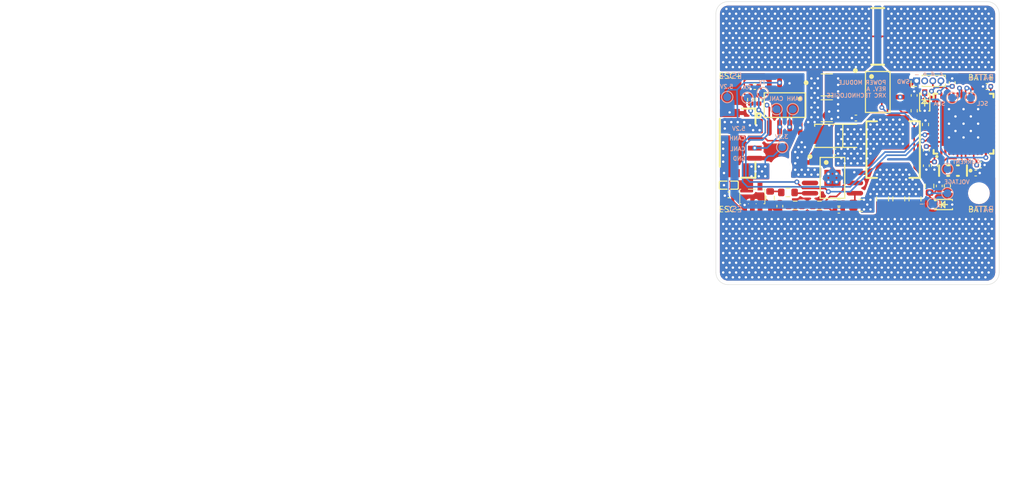
<source format=kicad_pcb>
(kicad_pcb (version 20240108) (generator "pcbnew") (generator_version "8.0")
  (layers (0 "F.Cu" signal) (1 "In1.Cu" signal) (2 "In2.Cu" signal) (3 "In3.Cu" signal) (4 "In4.Cu" signal) (31 "B.Cu" signal) (34 "B.Paste" user) (35 "F.Paste" user) (36 "B.SilkS" user "B.Silkscreen") (37 "F.SilkS" user "F.Silkscreen") (38 "B.Mask" user) (39 "F.Mask" user) (44 "Edge.Cuts" user))
  (net 0 "")
  (net 1 "Net-(D1-K)")
  (net 2 "Net-(U4-BOOT)")
  (net 3 "GND")
  (net 4 "/voltage")
  (net 5 "/current")
  (net 6 "/5.2v")
  (net 7 "Net-(U4-RT{slash}CLK)")
  (net 8 "Net-(U4-COMP)")
  (net 9 "Net-(C7-Pad2)")
  (net 10 "Net-(U1-TXD)")
  (net 11 "/CAN1_TX")
  (net 12 "Net-(U1-RXD)")
  (net 13 "/CAN1_RX")
  (net 14 "VCC")
  (net 15 "/ESC+")
  (net 16 "Net-(U6-OUT)")
  (net 17 "Net-(U4-FB)")
  (net 18 "Net-(U3-NRST)")
  (net 19 "/swclk")
  (net 20 "/swdio")
  (net 21 "/3v3")
  (net 22 "Net-(R15-Pad2)")
  (net 23 "Net-(R12-Pad1)")
  (net 24 "Net-(U3-PH3{slash}BOOT0)")
  (net 25 "/ADC1_IN9")
  (net 28 "/ADC1_IN10")
  (net 30 "/ADC1_IN11")
  (net 31 "/ADC1_IN12")
  (net 32 "/SPI_NSS")
  (net 33 "/ADC1_IN16")
  (net 36 "/SPI_SCK")
  (net 39 "/SPI_MISO")
  (net 40 "/SPI_MOSI")
  (net 41 "/USART1_TX")
  (net 42 "/USART1_RX")
  (net 45 "/I2C_SCL")
  (net 46 "/I2C_SDA")
  (net 48 "Net-(U3-PH0-OSC_IN)")
  (net 50 "Net-(U3-PH1-OSC_OUT)")
  (net 53 "/CAN_HIGH+")
  (net 54 "/CAN_LOW-")
  (footprint "Capacitor_SMD:C_0402_1005Metric" (layer "F.Cu") (at 196 69.1 180)
    (property "Reference" "C6" (hide yes))
    (property "Value" "47pF")
  )
  (footprint "Resistor_SMD:R_0603_1608Metric" (layer "F.Cu") (at 193.6 68.5)
    (property "Reference" "R12" (hide yes))
    (property "Value" "4.7k")
  )
  (footprint "Resistor_SMD:R_0603_1608Metric" (layer "F.Cu") (at 189.7 66.9)
    (property "Reference" "R9" (hide yes))
    (property "Value" "160k")
  )
  (footprint "Capacitor_SMD:C_0402_1005Metric" (layer "F.Cu") (at 206.8 61.7 90)
    (property "Reference" "C14" (hide yes))
    (property "Value" "100nF")
  )
  (footprint "Capacitor_SMD:C_0402_1005Metric" (layer "F.Cu") (at 214.28 53.8)
    (property "Reference" "C18" (hide yes))
    (property "Value" "4.7uF")
  )
  (footprint "0-MYLIB:Big-pad-0" (layer "F.Cu") (at 211.4 73.9)
    (property "Reference" "J5" (hide yes))
    (property "Value" "BATT-" (hide yes))
  )
  (footprint "Capacitor_SMD:C_0402_1005Metric" (layer "F.Cu") (at 207.8 63.6 90)
    (property "Reference" "C20" (hide yes))
    (property "Value" "1uF")
  )
  (footprint "easyeda2kicad:RES-SMD_L6.9-W6.6-A" (layer "F.Cu") (at 200.8 47.6)
    (property "Reference" "R7" (hide yes))
    (property "Value" "HOLRS6568-5W-0.1MR-1%")
  )
  (footprint "Capacitor_SMD:C_0402_1005Metric" (layer "F.Cu") (at 182.4 67.2)
    (property "Reference" "C22" (hide yes))
    (property "Value" "1uF")
  )
  (footprint "Capacitor_SMD:C_0402_1005Metric" (layer "F.Cu") (at 188.7 68.6 90)
    (property "Reference" "C7" (hide yes))
    (property "Value" "4.7nF")
  )
  (footprint "Capacitor_SMD:C_1210_3225Metric" (layer "F.Cu") (at 194.5 56.8 180)
    (property "Reference" "C11" (hide yes))
    (property "Value" "2.2uF")
  )
  (footprint "Capacitor_SMD:C_0402_1005Metric" (layer "F.Cu") (at 185.6 53.8 180)
    (property "Reference" "C12" (hide yes))
    (property "Value" "100nF")
  )
  (footprint "Capacitor_SMD:C_0402_1005Metric" (layer "F.Cu") (at 213.5 63.5 180)
    (property "Reference" "C17" (hide yes))
    (property "Value" "100nF")
  )
  (footprint "MountingHole:MountingHole_2.2mm_M2" (layer "F.Cu") (at 188.9 63.8)
    (property "Reference" "H1" (hide yes))
    (property "Value" "M2")
  )
  (footprint "Resistor_SMD:R_0603_1608Metric" (layer "F.Cu") (at 207.2 66.1 -90)
    (property "Reference" "R5" (hide yes))
    (property "Value" "20k")
  )
  (footprint "Resistor_SMD:R_0603_1608Metric" (layer "F.Cu") (at 187.5 67.6 90)
    (property "Reference" "R15" (hide yes))
    (property "Value" "2k")
  )
  (footprint "Capacitor_SMD:C_0805_2012Metric" (layer "F.Cu") (at 205.400001 67.7 90)
    (property "Reference" "C13" (hide yes))
    (property "Value" "22uF")
  )
  (footprint "easyeda2kicad:IND-SMD_L7.3-W6.8" (layer "F.Cu") (at 202.7 61.6 -90)
    (property "Reference" "L1" (hide yes))
    (property "Value" "FXL0630-100-M")
  )
  (footprint "Resistor_SMD:R_0402_1005Metric" (layer "F.Cu") (at 196 68.2)
    (property "Reference" "R11" (hide yes))
    (property "Value" "10k")
  )
  (footprint "MountingHole:MountingHole_2.2mm_M2" (layer "F.Cu") (at 213.3 67)
    (property "Reference" "H2" (hide yes))
    (property "Value" "M2")
  )
  (footprint "easyeda2kicad:CONN-SMD_4P-P1.25_SM04B-GHS-TB-LF-SN" (layer "F.Cu") (at 184 60.8 -90)
    (property "Reference" "U2" (hide yes))
    (property "Value" "SM04B-GHS-TB(LF)(SN)")
  )
  (footprint "easyeda2kicad:SOIC-8_L4.9-W3.9-P1.27-LS6.0-BL" (layer "F.Cu") (at 200.8 54.4725 -90)
    (property "Reference" "U6" (hide yes))
    (property "Value" "INA240A2DR")
  )
  (footprint "easyeda2kicad:SOD-323_L1.7-W1.3-LS2.6-RD" (layer "F.Cu") (at 208.9 68.4)
    (property "Reference" "D4" (hide yes))
    (property "Value" "BZT52C3V3S_C19077437")
  )
  (footprint "easyeda2kicad:SOIC-8_L5.0-W4.0-P1.27-LS6.0-BL-EP2.0" (layer "F.Cu") (at 195.2 65.1 -90)
    (property "Reference" "U4" (hide yes))
    (property "Value" "TPS54360BDDAR")
  )
  (footprint "Capacitor_SMD:C_0402_1005Metric" (layer "F.Cu") (at 208.4 66.1 90)
    (property "Reference" "C2" (hide yes))
    (property "Value" "100n")
  )
  (footprint "Capacitor_SMD:C_0402_1005Metric" (layer "F.Cu") (at 206.8 63.6 90)
    (property "Reference" "C16" (hide yes))
    (property "Value" "100nF")
  )
  (footprint "Resistor_SMD:R_0402_1005Metric" (layer "F.Cu") (at 206.7 58.5 90)
    (property "Reference" "R13" (hide yes))
    (property "Value" "10k")
  )
  (footprint "Resistor_SMD:R_0603_1608Metric" (layer "F.Cu") (at 190.6 68.5)
    (property "Reference" "R14" (hide yes))
    (property "Value" "4.7k")
  )
  (footprint "Capacitor_SMD:C_0805_2012Metric" (layer "F.Cu") (at 203.4 67.7 90)
    (property "Reference" "C4" (hide yes))
    (property "Value" "22uF")
  )
  (footprint "0-MYLIB:Big-pad-0" (layer "F.Cu") (at 211.4 47.7)
    (property "Reference" "J2" (hide yes))
    (property "Value" "BATT+" (hide yes))
  )
  (footprint "Resistor_SMD:R_0402_1005Metric" (layer "F.Cu") (at 185.1 55.4 90)
    (property "Reference" "R2" (hide yes))
    (property "Value" "0")
  )
  (footprint "0-MYLIB:Big-pad-0" (layer "F.Cu") (at 185.2 73.9)
    (property "Reference" "J4" (hide yes))
    (property "Value" "ESC-" (hide yes))
  )
  (footprint "Capacitor_SMD:C_0402_1005Metric" (layer "F.Cu") (at 198.1 57.7 180)
    (property "Reference" "C10" (hide yes))
    (property "Value" "100nF")
  )
  (footprint "easyeda2kicad:SMA_L4.3-W2.6-LS5.2-RD" (layer "F.Cu") (at 195.6 59.9 180)
    (property "Reference" "D1" (hide yes))
    (property "Value" "SS510_C65010")
  )
  (footprint "0-MYLIB:Big-pad-0" (layer "F.Cu") (at 185.2 47.7)
    (property "Reference" "J3" (hide yes))
    (property "Value" "ESC+" (hide yes))
  )
  (footprint "easyeda2kicad:SOIC-8_L4.9-W3.9-P1.27-LS6.0-BL" (layer "F.Cu") (at 189.3 56.1 180)
    (property "Reference" "U1" (hide yes))
    (property "Value" "TJA1051T/3/1J")
  )
  (footprint "Resistor_SMD:R_0805_2012Metric" (layer "F.Cu") (at 198.7 68.5)
    (property "Reference" "R10" (hide yes))
    (property "Value" "56k")
  )
  (footprint "easyeda2kicad:SOD-323_L1.7-W1.3-LS2.6-RD" (layer "F.Cu") (at 206.6 55.7 -90)
    (property "Reference" "D2" (hide yes))
    (property "Value" "BZT52C3V3S_C19077437")
  )
  (footprint "Capacitor_SMD:C_0402_1005Metric" (layer "F.Cu") (at 195.5 61.9)
    (property "Reference" "C1" (hide yes))
    (property "Value" "100n")
  )
  (footprint "Capacitor_SMD:C_0402_1005Metric" (layer "F.Cu") (at 212.9 64.5 180)
    (property "Reference" "C8" (hide yes))
    (property "Value" "100nF")
  )
  (footprint "Connector_PinHeader_1.00mm:PinHeader_1x04_P1.00mm_Vertical" (layer "F.Cu") (at 205.6 53.1 90)
    (property "Reference" "J1" (hide yes))
    (property "Value" "SWD")
  )
  (footprint "Capacitor_SMD:C_0805_2012Metric" (layer "F.Cu") (at 201.4 67.7 90)
    (property "Reference" "C9" (hide yes))
    (property "Value" "22uF")
  )
  (footprint "Resistor_SMD:R_0402_1005Metric" (layer "F.Cu") (at 205.3 56.8 90)
    (property "Reference" "R8" (hide yes))
    (property "Value" "1k")
  )
  (footprint "easyeda2kicad:SOT-23-5_L3.0-W1.7-P0.95-LS2.8-BR" (layer "F.Cu") (at 185.3 67.4 -90)
    (property "Reference" "LDO1" (hide yes))
    (property "Value" "TPS70933DBVR")
  )
  (footprint "Capacitor_SMD:C_0402_1005Metric" (layer "F.Cu") (at 210 53.3 -90)
    (property "Reference" "C21" (hide yes))
    (property "Value" "10nF")
  )
  (footprint "Capacitor_SMD:C_1210_3225Metric" (layer "F.Cu") (at 194.5 53.6 180)
    (property "Reference" "C5" (hide yes))
    (property "Value" "2.2uF")
  )
  (footprint "Capacitor_SMD:C_0402_1005Metric" (layer "F.Cu") (at 205.3 54.9 90)
    (property "Reference" "C3" (hide yes))
    (property "Value" "100n")
  )
  (footprint "Resistor_SMD:R_0402_1005Metric" (layer "F.Cu") (at 209.4 66.1 90)
    (property "Reference" "R6" (hide yes))
    (property "Value" "1k")
  )
  (footprint "easyeda2kicad:VQFN-48_L7.0-W7.0-P0.50-BL-EP5.5" (layer "F.Cu") (at 211.4 58.4)
    (property "Reference" "U3" (hide yes))
    (property "Value" "STM32L431CCU6")
  )
  (footprint "easyeda2kicad:C0402" (layer "F.Cu") (at 182.4 66)
    (property "Reference" "C23" (hide yes))
    (property "Value" "CL05A225MQ5NSNC")
  )
  (footprint "Resistor_SMD:R_0402_1005Metric" (layer "F.Cu") (at 186.1 55.4 90)
    (property "Reference" "R1" (hide yes))
    (property "Value" "0")
  )
  (footprint "easyeda2kicad:OSC-SMD_3P-L3.2-W1.3-P1.20-L" (layer "F.Cu") (at 210.1 64.2 180)
    (property "Reference" "X1" (hide yes))
    (property "Value" "CSTNE8M00G550000R0")
  )
  (footprint "TestPoint:TestPoint_Pad_D1.0mm" (layer "B.Cu") (at 207.6 68.3 180)
    (property "Reference" "TP23" (hide yes))
    (property "Value" "~")
  )
  (footprint "TestPoint:TestPoint_Pad_D1.0mm" (layer "B.Cu") (at 189 61.3 180)
    (property "Reference" "TP24" (hide yes))
    (property "Value" "~")
  )
  (footprint "TestPoint:TestPoint_Pad_D1.0mm" (layer "B.Cu") (at 209.4 67 180)
    (property "Reference" "TP25" (hide yes))
    (property "Value" "~")
  )
  (footprint "TestPoint:TestPoint_Pad_D1.0mm" (layer "B.Cu") (at 186.6 54.6 180)
    (property "Reference" "TP17" (hide yes))
    (property "Value" "~")
  )
  (footprint "TestPoint:TestPoint_Pad_D1.0mm" (layer "B.Cu") (at 210 55.2 180)
    (property "Reference" "TP19" (hide yes))
    (property "Value" "~")
  )
  (footprint "TestPoint:TestPoint_Pad_D1.0mm" (layer "B.Cu") (at 190.3 56.6 180)
    (property "Reference" "TP21" (hide yes))
    (property "Value" "~")
  )
  (footprint "TestPoint:TestPoint_Pad_D1.0mm" (layer "B.Cu") (at 188.3 56.6 180)
    (property "Reference" "TP20" (hide yes))
    (property "Value" "~")
  )
  (footprint "TestPoint:TestPoint_Pad_D1.0mm" (layer "B.Cu") (at 182.2 55.1 180)
    (property "Reference" "TP22" (hide yes))
    (property "Value" "~")
  )
  (footprint "TestPoint:TestPoint_Pad_D1.0mm" (layer "B.Cu") (at 212.3 55.2 180)
    (property "Reference" "TP18" (hide yes))
    (property "Value" "~")
  )
  (footprint "TestPoint:TestPoint_Pad_D1.0mm" (layer "B.Cu") (at 184.7 55.2 180)
    (property "Reference" "TP16" (hide yes))
    (property "Value" "~")
  )
  (footprint "TestPoint:TestPoint_Pad_D1.0mm" (layer "B.Cu") (at 209.4 64 180)
    (property "Reference" "TP26" (hide yes))
    (property "Value" "~")
  )
  (gr_arc (start 215.8 76.8) (mid 215.36066 77.86066) (end 214.3 78.3) (stroke (width 0.05)) (layer "Edge.Cuts"))
  (gr_line (start 214.3 78.3) (end 182.3 78.3) (stroke (width 0.05)) (layer "Edge.Cuts"))
  (gr_arc (start 214.3 43.3) (mid 215.36066 43.73934) (end 215.8 44.8) (stroke (width 0.05)) (layer "Edge.Cuts"))
  (gr_line (start 180.8 76.8) (end 180.8 44.8) (stroke (width 0.05)) (layer "Edge.Cuts"))
  (gr_line (start 215.8 44.8) (end 215.8 76.8) (stroke (width 0.05)) (layer "Edge.Cuts"))
  (gr_arc (start 180.8 44.8) (mid 181.23934 43.73934) (end 182.3 43.3) (stroke (width 0.05)) (layer "Edge.Cuts"))
  (gr_line (start 182.3 43.3) (end 214.3 43.3) (stroke (width 0.05)) (layer "Edge.Cuts"))
  (gr_arc (start 182.3 78.3) (mid 181.23934 77.86066) (end 180.8 76.8) (stroke (width 0.05)) (layer "Edge.Cuts"))
  (gr_text "BATT-" (at 215.2 69.4 -0) (layer "B.SilkS") (effects (font (size 0.7 0.7) (thickness 0.1)) (justify left bottom mirror)))
  (gr_text "5.2V" (at 184.5 59.3 0) (layer "B.SilkS") (effects (font (size 0.5 0.5) (thickness 0.1)) (justify left bottom mirror)))
  (gr_text "d" (at 207.9 52.5 0) (layer "B.SilkS") (effects (font (size 0.5 0.5) (thickness 0.1)) (justify left bottom mirror)))
  (gr_text "GND" (at 184.5 63 0) (layer "B.SilkS") (effects (font (size 0.5 0.5) (thickness 0.1)) (justify left bottom mirror)))
  (gr_text "CANL" (at 189.2 55.6 0) (layer "B.SilkS") (effects (font (size 0.5 0.5) (thickness 0.1)) (justify left bottom mirror)))
  (gr_text "5.2V" (at 183 54.1 0) (layer "B.SilkS") (effects (font (size 0.5 0.5) (thickness 0.1)) (justify left bottom mirror)))
  (gr_text "3.3V" (at 189.8 60.3 0) (layer "B.SilkS") (effects (font (size 0.5 0.5) (thickness 0.1)) (justify left bottom mirror)))
  (gr_text "BATT+" (at 215.2 53.1 -0) (layer "B.SilkS") (effects (font (size 0.7 0.7) (thickness 0.1)) (justify left bottom mirror)))
  (gr_text "-" (at 206.6 68.6 0) (layer "B.SilkS") (effects (font (size 0.5 0.5) (thickness 0.1)) (justify left bottom mirror)))
  (gr_text "CANL" (at 184.5 61.8 0) (layer "B.SilkS") (effects (font (size 0.5 0.5) (thickness 0.1)) (justify left bottom mirror)))
  (gr_text "ESC+" (at 184.1 52.9 -0) (layer "B.SilkS") (effects (font (size 0.7 0.7) (thickness 0.1)) (justify left bottom mirror)))
  (gr_text "VOLTAGE" (at 212.2 65.9 0) (layer "B.SilkS") (effects (font (size 0.5 0.5) (thickness 0.1)) (justify left bottom mirror)))
  (gr_text "TX" (at 187 53.6 0) (layer "B.SilkS") (effects (font (size 0.5 0.5) (thickness 0.1)) (justify left bottom mirror)))
  (gr_text "ESC-" (at 184.1 69.4 -0) (layer "B.SilkS") (effects (font (size 0.7 0.7) (thickness 0.1)) (justify left bottom mirror)))
  (gr_text "SWD" (at 204.8 53.5 0) (layer "B.SilkS") (effects (font (size 0.5 0.5) (thickness 0.1)) (justify left bottom mirror)))
  (gr_text "CANH" (at 184.5 60.5 0) (layer "B.SilkS") (effects (font (size 0.5 0.5) (thickness 0.1)) (justify left bottom mirror)))
  (gr_text "SDA" (at 209.2 56.2 0) (layer "B.SilkS") (effects (font (size 0.5 0.5) (thickness 0.1)) (justify left bottom mirror)))
  (gr_text "XRC TECHNOLOGIES" (at 201.9 55.199999 0) (layer "B.SilkS") (effects (font (size 0.5 0.5) (thickness 0.1)) (justify left bottom mirror)))
  (gr_text "-" (at 206 52.6 0) (layer "B.SilkS") (effects (font (size 0.5 0.5) (thickness 0.1)) (justify left bottom mirror)))
  (gr_text "c" (at 208.9 52.5 0) (layer "B.SilkS") (effects (font (size 0.5 0.5) (thickness 0.1)) (justify left bottom mirror)))
  (gr_text "CANH" (at 191.6 55.6 0) (layer "B.SilkS") (effects (font (size 0.5 0.5) (thickness 0.1)) (justify left bottom mirror)))
  (gr_text "POWER MODULE\nREV. A" (at 201.9 54.4 0) (layer "B.SilkS") (effects (font (size 0.5 0.5) (thickness 0.1)) (justify left bottom mirror)))
  (gr_text "RX" (at 185.2 54.2 0) (layer "B.SilkS") (effects (font (size 0.5 0.5) (thickness 0.1)) (justify left bottom mirror)))
  (gr_text "CURRENT" (at 213.5 63.4 0) (layer "B.SilkS") (effects (font (size 0.5 0.5) (thickness 0.1)) (justify left bottom mirror)))
  (gr_text "+" (at 207 52.5 0) (layer "B.SilkS") (effects (font (size 0.5 0.5) (thickness 0.1)) (justify left bottom mirror)))
  (gr_text "SCL" (at 214.5 56.2 0) (layer "B.SilkS") (effects (font (size 0.5 0.5) (thickness 0.1)) (justify left bottom mirror)))
  (gr_text "ESC+" (at 181.1 52.9 0) (layer "F.SilkS") (effects (font (size 0.7 0.7) (thickness 0.1)) (justify left bottom)))
  (gr_text "BATT+" (at 211.9 53.1 0) (layer "F.SilkS") (effects (font (size 0.7 0.7) (thickness 0.1)) (justify left bottom)))
  (gr_text "BATT-" (at 211.9 69.4 0) (layer "F.SilkS") (effects (font (size 0.7 0.7) (thickness 0.1)) (justify left bottom)))
  (gr_text "ESC-" (at 181.1 69.4 0) (layer "F.SilkS") (effects (font (size 0.7 0.7) (thickness 0.1)) (justify left bottom)))
  (via (at 196.3 60.3) (size 0.6) (drill 0.3) (layers "F.Cu" "B.Cu") (net 1))
  (via (at 198.3 63.3) (size 0.6) (drill 0.3) (layers "F.Cu" "B.Cu") (net 1))
  (via (at 202.3 59.7) (size 0.6) (drill 0.3) (layers "F.Cu" "B.Cu") (net 1))
  (via (at 201.5 59.7) (size 0.6) (drill 0.3) (layers "F.Cu" "B.Cu") (net 1))
  (via (at 197.5 63.3) (size 0.6) (drill 0.3) (layers "F.Cu" "B.Cu") (net 1))
  (via (at 202.3 58.5) (size 0.6) (drill 0.3) (layers "F.Cu" "B.Cu") (net 1))
  (via (at 203.5 59.1) (size 0.6) (drill 0.3) (layers "F.Cu" "B.Cu") (net 1))
  (via (at 199.5 60.3) (size 0.6) (drill 0.3) (layers "F.Cu" "B.Cu") (net 1))
  (via (at 202.7 60.3) (size 0.6) (drill 0.3) (layers "F.Cu" "B.Cu") (net 1))
  (via (at 202.7 59.1) (size 0.6) (drill 0.3) (layers "F.Cu" "B.Cu") (net 1))
  (via (at 200.7 60.9) (size 0.6) (drill 0.3) (layers "F.Cu" "B.Cu") (net 1))
  (via (at 196.3 61.5) (size 0.6) (drill 0.3) (layers "F.Cu" "B.Cu") (net 1))
  (via (at 199.9 60.9) (size 0.6) (drill 0.3) (layers "F.Cu" "B.Cu") (net 1))
  (via (at 197.9 62.7) (size 0.6) (drill 0.3) (layers "F.Cu" "B.Cu") (net 1))
  (via (at 201.9 60.3) (size 0.6) (drill 0.3) (layers "F.Cu" "B.Cu") (net 1))
  (via (at 199.9 58.5) (size 0.6) (drill 0.3) (layers "F.Cu" "B.Cu") (net 1))
  (via (at 200.7 59.7) (size 0.6) (drill 0.3) (layers "F.Cu" "B.Cu") (net 1))
  (via (at 200.7 58.5) (size 0.6) (drill 0.3) (layers "F.Cu" "B.Cu") (net 1))
  (via (at 200.3 59.1) (size 0.6) (drill 0.3) (layers "F.Cu" "B.Cu") (net 1))
  (via (at 201.5 60.9) (size 0.6) (drill 0.3) (layers "F.Cu" "B.Cu") (net 1))
  (via (at 197.1 59.1) (size 0.6) (drill 0.3) (layers "F.Cu" "B.Cu") (net 1))
  (via (at 199.1 59.7) (size 0.6) (drill 0.3) (layers "F.Cu" "B.Cu") (net 1))
  (via (at 200.3 61.5) (size 0.6) (drill 0.3) (layers "F.Cu" "B.Cu") (net 1))
  (via (at 198.3 59.7) (size 0.6) (drill 0.3) (layers "F.Cu" "B.Cu") (net 1))
  (via (at 198.7 62.7) (size 0.6) (drill 0.3) (layers "F.Cu" "B.Cu") (net 1))
  (via (at 197.9 59.1) (size 0.6) (drill 0.3) (layers "F.Cu" "B.Cu") (net 1))
  (via (at 200.3 60.3) (size 0.6) (drill 0.3) (layers "F.Cu" "B.Cu") (net 1))
  (via (at 201.1 57.9) (size 0.6) (drill 0.3) (layers "F.Cu" "B.Cu") (net 1))
  (via (at 203.9 60.9) (size 0.6) (drill 0.3) (layers "F.Cu" "B.Cu") (net 1))
  (via (at 203.9 58.5) (size 0.6) (drill 0.3) (layers "F.Cu" "B.Cu") (net 1))
  (via (at 199.1 63.3) (size 0.6) (drill 0.3) (layers "F.Cu" "B.Cu") (net 1))
  (via (at 203.5 60.3) (size 0.6) (drill 0.3) (layers "F.Cu" "B.Cu") (net 1))
  (via (at 195.9 60.9) (size 0.6) (drill 0.3) (layers "F.Cu" "B.Cu") (net 1))
  (via (at 196.7 62.1) (size 0.6) (drill 0.3) (layers "F.Cu" "B.Cu") (net 1))
  (via (at 198.7 59.1) (size 0.6) (drill 0.3) (layers "F.Cu" "B.Cu") (net 1))
  (via (at 199.9 62.1) (size 0.6) (drill 0.3) (layers "F.Cu" "B.Cu") (net 1))
  (via (at 197.1 60.3) (size 0.6) (drill 0.3) (layers "F.Cu" "B.Cu") (net 1))
  (via (at 195.9 63.3) (size 0.6) (drill 0.3) (layers "F.Cu" "B.Cu") (net 1))
  (via (at 196.3 62.7) (size 0.6) (drill 0.3) (layers "F.Cu" "B.Cu") (net 1))
  (via (at 196.7 63.3) (size 0.6) (drill 0.3) (layers "F.Cu" "B.Cu") (net 1))
  (via (at 199.1 60.9) (size 0.6) (drill 0.3) (layers "F.Cu" "B.Cu") (net 1))
  (via (at 203.5 57.9) (size 0.6) (drill 0.3) (layers "F.Cu" "B.Cu") (net 1))
  (via (at 199.1 62.1) (size 0.6) (drill 0.3) (layers "F.Cu" "B.Cu") (net 1))
  (via (at 197.5 60.9) (size 0.6) (drill 0.3) (layers "F.Cu" "B.Cu") (net 1))
  (via (at 196.3 59.1) (size 0.6) (drill 0.3) (layers "F.Cu" "B.Cu") (net 1))
  (via (at 197.1 62.7) (size 0.6) (drill 0.3) (layers "F.Cu" "B.Cu") (net 1))
  (via (at 197.5 59.7) (size 0.6) (drill 0.3) (layers "F.Cu" "B.Cu") (net 1))
  (via (at 199.5 61.5) (size 0.6) (drill 0.3) (layers "F.Cu" "B.Cu") (net 1))
  (via (at 198.3 62.1) (size 0.6) (drill 0.3) (layers "F.Cu" "B.Cu") (net 1))
  (via (at 195.9 62.1) (size 0.6) (drill 0.3) (layers "F.Cu" "B.Cu") (net 1))
  (via (at 197.5 62.1) (size 0.6) (drill 0.3) (layers "F.Cu" "B.Cu") (net 1))
  (via (at 197.9 60.3) (size 0.6) (drill 0.3) (layers "F.Cu" "B.Cu") (net 1))
  (via (at 198.3 60.9) (size 0.6) (drill 0.3) (layers "F.Cu" "B.Cu") (net 1))
  (via (at 198.7 60.3) (size 0.6) (drill 0.3) (layers "F.Cu" "B.Cu") (net 1))
  (via (at 203.9 59.7) (size 0.6) (drill 0.3) (layers "F.Cu" "B.Cu") (net 1))
  (via (at 195.9 59.7) (size 0.6) (drill 0.3) (layers "F.Cu" "B.Cu") (net 1))
  (via (at 203.1 60.9) (size 0.6) (drill 0.3) (layers "F.Cu" "B.Cu") (net 1))
  (via (at 199.9 59.7) (size 0.6) (drill 0.3) (layers "F.Cu" "B.Cu") (net 1))
  (via (at 201.5 58.5) (size 0.6) (drill 0.3) (layers "F.Cu" "B.Cu") (net 1))
  (via (at 196.7 59.7) (size 0.6) (drill 0.3) (layers "F.Cu" "B.Cu") (net 1))
  (via (at 197.9 61.5) (size 0.6) (drill 0.3) (layers "F.Cu" "B.Cu") (net 1))
  (via (at 197.1 61.5) (size 0.6) (drill 0.3) (layers "F.Cu" "B.Cu") (net 1))
  (via (at 199.5 62.7) (size 0.6) (drill 0.3) (layers "F.Cu" "B.Cu") (net 1))
  (via (at 198.7 61.5) (size 0.6) (drill 0.3) (layers "F.Cu" "B.Cu") (net 1))
  (via (at 201.1 59.1) (size 0.6) (drill 0.3) (layers "F.Cu" "B.Cu") (net 1))
  (via (at 199.5 59.1) (size 0.6) (drill 0.3) (layers "F.Cu" "B.Cu") (net 1))
  (via (at 202.3 60.9) (size 0.6) (drill 0.3) (layers "F.Cu" "B.Cu") (net 1))
  (via (at 201.9 59.1) (size 0.6) (drill 0.3) (layers "F.Cu" "B.Cu") (net 1))
  (via (at 201.1 60.3) (size 0.6) (drill 0.3) (layers "F.Cu" "B.Cu") (net 1))
  (via (at 196.7 60.9) (size 0.6) (drill 0.3) (layers "F.Cu" "B.Cu") (net 1))
  (via (at 202.7 57.9) (size 0.6) (drill 0.3) (layers "F.Cu" "B.Cu") (net 1))
  (via (at 201.9 57.9) (size 0.6) (drill 0.3) (layers "F.Cu" "B.Cu") (net 1))
  (via (at 203.1 59.7) (size 0.6) (drill 0.3) (layers "F.Cu" "B.Cu") (net 1))
  (via (at 200.3 57.9) (size 0.6) (drill 0.3) (layers "F.Cu" "B.Cu") (net 1))
  (via (at 203.1 58.5) (size 0.6) (drill 0.3) (layers "F.Cu" "B.Cu") (net 1))
  (segment (start 192.43 62.27) (end 192.43 63.19) (width 0.2) (layer "F.Cu") (net 2))
  (segment (start 192.8 61.9) (end 192.43 62.27) (width 0.2) (layer "F.Cu") (net 2))
  (segment (start 195.02 61.9) (end 192.8 61.9) (width 0.2) (layer "F.Cu") (net 2))
  (segment (start 185.6 67.5) (end 185.3 67.8) (width 0.4) (layer "F.Cu") (net 3))
  (segment (start 209.6 60.2) (end 209.6 60.1) (width 0.2) (layer "F.Cu") (net 3))
  (segment (start 209.15 60.65) (end 209.6 60.2) (width 0.2) (layer "F.Cu") (net 3))
  (segment (start 213.2 56.6) (end 212.3 57.5) (width 0.2) (layer "F.Cu") (net 3))
  (segment (start 195.1 56.8) (end 195.9 57.6) (width 1) (layer "F.Cu") (net 3))
  (segment (start 194.8 58.6) (end 195.1 57.8) (width 1) (layer "F.Cu") (net 3))
  (segment (start 185.3 67.8) (end 185.3 68.7) (width 0.4) (layer "F.Cu") (net 3))
  (segment (start 197.97 64.47) (end 197.9 64.4) (width 0.2) (layer "F.Cu") (net 3))
  (segment (start 195.975001 55.124999) (end 195.9 55.2) (width 1) (layer "F.Cu") (net 3))
  (segment (start 210.5 57.5) (end 211.4 58.4) (width 0.2) (layer "F.Cu") (net 3))
  (segment (start 213.65 56.15) (end 213.2 56.6) (width 0.2) (layer "F.Cu") (net 3))
  (segment (start 209.909999 65.590001) (end 209.4 65.590001) (width 0.2) (layer "F.Cu") (net 3))
  (segment (start 195.9 53.524999) (end 195.975001 53.6) (width 0.5) (layer "F.Cu") (net 3))
  (segment (start 194.8 56.9) (end 195 56.9) (width 1) (layer "F.Cu") (net 3))
  (segment (start 195.977501 55.1025) (end 195.975001 55.1) (width 0.5) (layer "F.Cu") (net 3))
  (segment (start 209.6 60.1) (end 209.7 60.1) (width 0.2) (layer "F.Cu") (net 3))
  (segment (start 214.87 56.15) (end 213.65 56.15) (width 0.2) (layer "F.Cu") (net 3))
  (segment (start 210.4 59.4) (end 210.4 59.3) (width 0.2) (layer "F.Cu") (net 3))
  (segment (start 195.1 57.8) (end 194.5 57.4) (width 1) (layer "F.Cu") (net 3))
  (segment (start 210.4 57.5) (end 210.5 57.5) (width 0.2) (layer "F.Cu") (net 3))
  (segment (start 194.8 57.1) (end 194.8 56.9) (width 1) (layer "F.Cu") (net 3))
  (segment (start 188.7 69.08) (end 188.155 69.08) (width 0.4) (layer "F.Cu") (net 3))
  (segment (start 185.12 54.08) (end 185.1 54.1) (width 0.2) (layer "F.Cu") (net 3))
  (segment (start 213.98 63.5) (end 214 63.5) (width 0.2) (layer "F.Cu") (net 3))
  (segment (start 209.15 54.93) (end 209.15 56.15) (width 0.2) (layer "F.Cu") (net 3))
  (segment (start 207.93 60.65) (end 209.15 60.65) (width 0.2) (layer "F.Cu") (net 3))
  (segment (start 210.4 59.3) (end 210.5 59.3) (width 0.2) (layer "F.Cu") (net 3))
  (segment (start 205.3 53.1) (end 205.6 53.1) (width 0.5) (layer "F.Cu") (net 3))
  (segment (start 195.975001 54.324999) (end 195.9 54.4) (width 1) (layer "F.Cu") (net 3))
  (segment (start 198.03 53.8425) (end 196.217501 53.8425) (width 0.5) (layer "F.Cu") (net 3))
  (segment (start 195.9 54.4) (end 195.975001 54.475001) (width 1) (layer "F.Cu") (net 3))
  (segment (start 213.38 64.5) (end 213.4 64.5) (width 0.2) (layer "F.Cu") (net 3))
  (segment (start 185.12 53.8) (end 185.12 54.08) (width 0.2) (layer "F.Cu") (net 3))
  (segment (start 198.03 55.1025) (end 195.977501 55.1025) (width 0.5) (layer "F.Cu") (net 3))
  (segment (start 207.8 64.08) (end 206.8 64.08) (width 0.2) (layer "F.Cu") (net 3))
  (segment (start 188.155 69.08) (end 187.5 68.425) (width 0.4) (layer "F.Cu") (net 3))
  (segment (start 181.85 66) (end 181.85 65.195) (width 0.2) (layer "F.Cu") (net 3))
  (segment (start 195.975001 54.475001) (end 195.975001 55.1) (width 1) (layer "F.Cu") (net 3))
  (segment (start 195.9 53.6) (end 195.9 53.524999) (width 0.5) (layer "F.Cu") (net 3))
  (segment (start 195.975001 56.075001) (end 195.975001 56.8) (width 1) (layer "F.Cu") (net 3))
  (segment (start 204.5575 53.8425) (end 205.3 53.1) (width 0.5) (layer "F.Cu") (net 3))
  (segment (start 193.4 59.9) (end 194.5 58.8) (width 1) (layer "F.Cu") (net 3))
  (segment (start 185.3 68.7) (end 185.3 69.5) (width 0.4) (layer "F.Cu") (net 3))
  (segment (start 195.975001 53.6) (end 195.9 53.6) (width 0.5) (layer "F.Cu") (net 3))
  (segment (start 195.49 68.2) (end 195.556134 68.2) (width 0.2) (layer "F.Cu") (net 3))
  (segment (start 212.3 57.5) (end 211.4 58.4) (width 0.2) (layer "F.Cu") (net 3))
  (segment (start 191.21 58.89) (end 191.2 58.9) (width 0.2) (layer "F.Cu") (net 3))
  (segment (start 205.3 54.42) (end 205.3 54.4) (width 0.2) (layer "F.Cu") (net 3))
  (segment (start 209.7 60.1) (end 210.4 59.4) (width 0.2) (layer "F.Cu") (net 3))
  (segment (start 206.8 62.18) (end 206.8 62.2) (width 0.2) (layer "F.Cu") (net 3))
  (segment (start 210.1 64.2) (end 210.1 65.4) (width 0.2) (layer "F.Cu") (net 3))
  (segment (start 195.9 56.8) (end 195.975001 56.8) (width 1) (layer "F.Cu") (net 3))
  (segment (start 195 56.9) (end 195.1 56.8) (width 1) (layer "F.Cu") (net 3))
  (segment (start 196.456134 69.1) (end 196.48 69.1) (width 0.2) (layer "F.Cu") (net 3))
  (segment (start 212.15 59.15) (end 211.4 58.4) (width 0.2) (layer "F.Cu") (net 3))
  (segment (start 195.975001 55.1) (end 195.975001 55.124999) (width 1) (layer "F.Cu") (net 3))
  (segment (start 209.6 56.6) (end 210.4 57.4) (width 0.2) (layer "F.Cu") (net 3))
  (segment (start 194.5 57.4) (end 194.8 57.1) (width 1) (layer "F.Cu") (net 3))
  (segment (start 196.217501 53.8425) (end 195.975001 53.6) (width 0.5) (layer "F.Cu") (net 3))
  (segment (start 195.9 57.6) (end 195.9 56.8) (width 1) (layer "F.Cu") (net 3))
  (segment (start 210 52.82) (end 210 52.8) (width 0.2) (layer "F.Cu") (net 3))
  (segment (start 187.5 68.425) (end 186.575 67.5) (width 0.4) (layer "F.Cu") (net 3))
  (segment (start 209.15 56.15) (end 209.6 56.6) (width 0.2) (layer "F.Cu") (net 3))
  (segment (start 195.9 56) (end 195.975001 56.075001) (width 1) (layer "F.Cu") (net 3))
  (segment (start 206.7 57.990001) (end 206.7 58) (width 0.2) (layer "F.Cu") (net 3))
  (segment (start 208.429999 65.590001) (end 208.4 65.62) (width 0.2) (layer "F.Cu") (net 3))
  (segment (start 189.93 53.33) (end 189.93 53.37) (width 0.2) (layer "F.Cu") (net 3))
  (segment (start 206.6 56.84) (end 206.6 56.8) (width 0.2) (layer "F.Cu") (net 3))
  (segment (start 209.4 65.590001) (end 208.429999 65.590001) (width 0.2) (layer "F.Cu") (net 3))
  (segment (start 203.57 53.8425) (end 204.5575 53.8425) (width 0.5) (layer "F.Cu") (net 3))
  (segment (start 182.525 57.08) (end 182.525 57.025) (width 0.2) (layer "F.Cu") (net 3))
  (segment (start 210.04 68.4) (end 210 68.4) (width 0.2) (layer "F.Cu") (net 3))
  (segment (start 210.5 59.3) (end 211.4 58.4) (width 0.2) (layer "F.Cu") (net 3))
  (segment (start 195.975001 55.924999) (end 195.9 56) (width 1) (layer "F.Cu") (net 3))
  (segment (start 195.556134 68.2) (end 196.456134 69.1) (width 0.2) (layer "F.Cu") (net 3))
  (segment (start 189.93 53.37) (end 189.9 53.4) (width 0.2) (layer "F.Cu") (net 3))
  (segment (start 197.62 57.7) (end 197.6 57.7) (width 0.2) (layer "F.Cu") (net 3))
  (segment (start 210.1 65.4) (end 209.909999 65.590001) (width 0.2) (layer "F.Cu") (net 3))
  (segment (start 212.15 61.87) (end 212.15 59.15) (width 0.2) (layer "F.Cu") (net 3))
  (segment (start 194.5 58.8) (end 194.8 58.6) (width 1) (layer "F.Cu") (net 3))
  (segment (start 195.9 55.2) (end 195.975001 55.275001) (width 1) (layer "F.Cu") (net 3))
  (segment (start 186.575 67.5) (end 185.6 67.5) (width 0.4) (layer "F.Cu") (net 3))
  (segment (start 195.975001 55.275001) (end 195.975001 55.924999) (width 1) (layer "F.Cu") (net 3))
  (segment (start 195.975001 53.6) (end 195.975001 54.324999) (width 1) (layer "F.Cu") (net 3))
  (segment (start 182.525 57.025) (end 182.5 57) (width 0.2) (layer "F.Cu") (net 3))
  (segment (start 191.21 58.87) (end 191.21 58.89) (width 0.2) (layer "F.Cu") (net 3))
  (segment (start 210.4 57.4) (end 210.4 57.5) (width 0.2) (layer "F.Cu") (net 3))
  (segment (start 212.3 59.3) (end 212.15 59.15) (width 0.2) (layer "F.Cu") (net 3))
  (segment (start 201.4 68.649999) (end 205.400001 68.649999) (width 1) (layer "F.Cu") (net 3))
  (segment (start 181.85 65.195) (end 182.525 64.52) (width 0.2) (layer "F.Cu") (net 3))
  (segment (start 188.7 69.08) (end 188.7 69.5) (width 0.4) (layer "F.Cu") (net 3))
  (via (at 207.3 72) (size 0.6) (drill 0.3) (layers "F.Cu" "B.Cu") (net 3))
  (via (at 200.5 73.8) (size 0.6) (drill 0.3) (layers "F.Cu" "B.Cu") (net 3))
  (via (at 209.7 74.4) (size 0.6) (drill 0.3) (layers "F.Cu" "B.Cu") (net 3))
  (via (at 183.7 72.6) (size 0.6) (drill 0.3) (layers "F.Cu" "B.Cu") (net 3))
  (via (at 198.9 75) (size 0.6) (drill 0.3) (layers "F.Cu" "B.Cu") (net 3))
  (via (at 182.9 72.6) (size 0.6) (drill 0.3) (layers "F.Cu" "B.Cu") (net 3))
  (via (at 188.1 76.8) (size 0.6) (drill 0.3) (layers "F.Cu" "B.Cu") (net 3))
  (via (at 188.5 71.4) (size 0.6) (drill 0.3) (layers "F.Cu" "B.Cu") (net 3))
  (via (at 204.5 70.2) (size 0.6) (drill 0.3) (layers "F.Cu" "B.Cu") (net 3))
  (via (at 182.5 57) (size 0.6) (drill 0.3) (layers "F.Cu" "B.Cu") (net 3))
  (via (at 190.9 77.4) (size 0.6) (drill 0.3) (layers "F.Cu" "B.Cu") (net 3))
  (via (at 184.1 70.8) (size 0.6) (drill 0.3) (layers "F.Cu" "B.Cu") (net 3))
  (via (at 213.7 75.6) (size 0.6) (drill 0.3) (layers "F.Cu" "B.Cu") (net 3))
  (via (at 191.3 75.6) (size 0.6) (drill 0.3) (layers "F.Cu" "B.Cu") (net 3))
  (via (at 187.7 71.4) (size 0.6) (drill 0.3) (layers "F.Cu" "B.Cu") (net 3))
  (via (at 192.9 72) (size 0.6) (drill 0.3) (layers "F.Cu" "B.Cu") (net 3))
  (via (at 205.7 74.4) (size 0.6) (drill 0.3) (layers "F.Cu" "B.Cu") (net 3))
  (via (at 200.9 75.6) (size 0.6) (drill 0.3) (layers "F.Cu" "B.Cu") (net 3))
  (via (at 195.7 72.6) (size 0.6) (drill 0.3) (layers "F.Cu" "B.Cu") (net 3))
  (via (at 192.1 72) (size 0.6) (drill 0.3) (layers "F.Cu" "B.Cu") (net 3))
  (via (at 196.1 75.6) (size 0.6) (drill 0.3) (layers "F.Cu" "B.Cu") (net 3))
  (via (at 191.2 58.9) (size 0.6) (drill 0.3) (layers "F.Cu" "B.Cu") (net 3))
  (via (at 206.9 70.2) (size 0.6) (drill 0.3) (layers "F.Cu" "B.Cu") (net 3))
  (via (at 211.3 72) (size 0.6) (drill 0.3) (layers "F.Cu" "B.Cu") (net 3))
  (via (at 210.4 59.3) (size 0.6) (drill 0.3) (layers "F.Cu" "B.Cu") (net 3))
  (via (at 184.5 72.6) (size 0.6) (drill 0.3) (layers "F.Cu" "B.Cu") (net 3))
  (via (at 201.3 73.8) (size 0.6) (drill 0.3) (layers "F.Cu" "B.Cu") (net 3))
  (via (at 192.1 75.6) (size 0.6) (drill 0.3) (layers "F.Cu" "B.Cu") (net 3))
  (via (at 194.9 72.6) (size 0.6) (drill 0.3) (layers "F.Cu" "B.Cu") (net 3))
  (via (at 210.9 75) (size 0.6) (drill 0.3) (layers "F.Cu" "B.Cu") (net 3))
  (via (at 199.3 73.2) (size 0.6) (drill 0.3) (layers "F.Cu" "B.Cu") (net 3))
  (via (at 193.7 72) (size 0.6) (drill 0.3) (layers "F.Cu" "B.Cu") (net 3))
  (via (at 203.3 73.2) (size 0.6) (drill 0.3) (layers "F.Cu" "B.Cu") (net 3))
  (via (at 197.6 57.7) (size 0.6) (drill 0.3) (layers "F.Cu" "B.Cu") (net 3))
  (via (at 191.7 75) (size 0.6) (drill 0.3) (layers "F.Cu" "B.Cu") (net 3))
  (via (at 210.5 76.8) (size 0.6) (drill 0.3) (layers "F.Cu" "B.Cu") (net 3))
  (via (at 181.7 60.7) (size 0.6) (drill 0.3) (layers "F.Cu" "B.Cu") (net 3))
  (via (at 195.7 77.4) (size 0.6) (drill 0.3) (layers "F.Cu" "B.Cu") (net 3))
  (via (at 203.3 72) (size 0.6) (drill 0.3) (layers "F.Cu" "B.Cu") (net 3))
  (via (at 194.9 73.8) (size 0.6) (drill 0.3) (layers "F.Cu" "B.Cu") (net 3))
  (via (at 187.7 75) (size 0.6) (drill 0.3) (layers "F.Cu" "B.Cu") (net 3))
  (via (at 181.7 74.4) (size 0.6) (drill 0.3) (layers "F.Cu" "B.Cu") (net 3))
  (via (at 182.5 73.2) (size 0.6) (drill 0.3) (layers "F.Cu" "B.Cu") (net 3))
  (via (at 212.1 73.2) (size 0.6) (drill 0.3) (layers "F.Cu" "B.Cu") (net 3))
  (via (at 195.7 76.2) (size 0.6) (drill 0.3) (layers "F.Cu" "B.Cu") (net 3))
  (via (at 194.8 56.9) (size 0.6) (drill 0.3) (layers "F.Cu" "B.Cu") (net 3))
  (via (at 211.3 70.8) (size 0.6) (drill 0.3) (layers "F.Cu" "B.Cu") (net 3))
  (via (at 192.9 74.4) (size 0.6) (drill 0.3) (layers "F.Cu" "B.Cu") (net 3))
  (via (at 203.3 76.8) (size 0.6) (drill 0.3) (layers "F.Cu" "B.Cu") (net 3))
  (via (at 184.1 74.4) (size 0.6) (drill 0.3) (layers "F.Cu" "B.Cu") (net 3))
  (via (at 187.7 70.2) (size 0.6) (drill 0.3) (layers "F.Cu" "B.Cu") (net 3))
  (via (at 197.9 64.4) (size 0.6) (drill 0.3) (layers "F.Cu" "B.Cu") (net 3))
  (via (at 189.7 76.8) (size 0.6) (drill 0.3) (layers "F.Cu" "B.Cu") (net 3))
  (via (at 210.5 75.6) (size 0.6) (drill 0.3) (layers "F.Cu" "B.Cu") (net 3))
  (via (at 188.9 73.2) (size 0.6) (drill 0.3) (layers "F.Cu" "B.Cu") (net 3))
  (via (at 203.7 70.2) (size 0.6) (drill 0.3) (layers "F.Cu" "B.Cu") (net 3))
  (via (at 193.3 71.4) (size 0.6) (drill 0.3) (layers "F.Cu" "B.Cu") (net 3))
  (via (at 210 52.8) (size 0.6) (drill 0.3) (layers "F.Cu" "B.Cu") (net 3))
  (via (at 200.9 73.2) (size 0.6) (drill 0.3) (layers "F.Cu" "B.Cu") (net 3))
  (via (at 211.7 72.6) (size 0.6) (drill 0.3) (layers "F.Cu" "B.Cu") (net 3))
  (via (at 199.3 74.4) (size 0.6) (drill 0.3) (layers "F.Cu" "B.Cu") (net 3))
  (via (at 190.9 72.6) (size 0.6) (drill 0.3) (layers "F.Cu" "B.Cu") (net 3))
  (via (at 190.5 73.2) (size 0.6) (drill 0.3) (layers "F.Cu" "B.Cu") (net 3))
  (via (at 198.5 76.8) (size 0.6) (drill 0.3) (layers "F.Cu" "B.Cu") (net 3))
  (via (at 201.7 70.8) (size 0.6) (drill 0.3) (layers "F.Cu" "B.Cu") (net 3))
  (via (at 211.4 56.6) (size 0.6) (drill 0.3) (layers "F.Cu" "B.Cu") (net 3))
  (via (at 214.9 76.2) (size 0.6) (drill 0.3) (layers "F.Cu" "B.Cu") (net 3))
  (via (at 213.3 72.6) (size 0.6) (drill 0.3) (layers "F.Cu" "B.Cu") (net 3))
  (via (at 187.7 72.6) (size 0.6) (drill 0.3) (layers "F.Cu" "B.Cu") (net 3))
  (via (at 194.1 72.6) (size 0.6) (drill 0.3) (layers "F.Cu" "B.Cu") (net 3))
  (via (at 197.7 73.2) (size 0.6) (drill 0.3) (layers "F.Cu" "B.Cu") (net 3))
  (via (at 186.5 75.6) (size 0.6) (drill 0.3) (layers "F.Cu" "B.Cu") (net 3))
  (via (at 206.9 75) (size 0.6) (drill 0.3) (layers "F.Cu" "B.Cu") (net 3))
  (via (at 206.6 56.8) (size 0.6) (drill 0.3) (layers "F.Cu" "B.Cu") (net 3))
  (via (at 197.3 71.4) (size 0.6) (drill 0.3) (layers "F.Cu" "B.Cu") (net 3))
  (via (at 198.1 77.4) (size 0.6) (drill 0.3) (layers "F.Cu" "B.Cu") (net 3))
  (via (at 209.7 70.8) (size 0.6) (drill 0.3) (layers "F.Cu" "B.Cu") (net 3))
  (via (at 204.5 73.8) (size 0.6) (drill 0.3) (layers "F.Cu" "B.Cu") (net 3))
  (via (at 208.5 72.6) (size 0.6) (drill 0.3) (layers "F.Cu" "B.Cu") (net 3))
  (via (at 194.8 58.6) (size 0.6) (drill 0.3) (layers "F.Cu" "B.Cu") (net 3))
  (via (at 185.3 70.2) (size 0.6) (drill 0.3) (layers "F.Cu" "B.Cu") (net 3))
  (via (at 186.9 72.6) (size 0.6) (drill 0.3) (layers "F.Cu" "B.Cu") (net 3))
  (via (at 195.3 76.8) (size 0.6) (drill 0.3) (layers "F.Cu" "B.Cu") (net 3))
  (via (at 186.1 77.4) (size 0.6) (drill 0.3) (layers "F.Cu" "B.Cu") (net 3))
  (via (at 196.5 73.8) (size 0.6) (drill 0.3) (layers "F.Cu" "B.Cu") (net 3))
  (via (at 197.3 73.8) (size 0.6) (drill 0.3) (layers "F.Cu" "B.Cu") (net 3))
  (via (at 204.9 75.6) (size 0.6) (drill 0.3) (layers "F.Cu" "B.Cu") (net 3))
  (via (at 188.5 72.6) (size 0.6) (drill 0.3) (layers "F.Cu" "B.Cu") (net 3))
  (via (at 181.7 76.8) (size 0.6) (drill 0.3) (layers "F.Cu" "B.Cu") (net 3))
  (via (at 193.7 73.2) (size 0.6) (drill 0.3) (layers "F.Cu" "B.Cu") (net 3))
  (via (at 207.7 70.2) (size 0.6) (drill 0.3) (layers "F.Cu" "B.Cu") (net 3))
  (via (at 206.9 72.6) (size 0.6) (drill 0.3) (layers "F.Cu" "B.Cu") (net 3))
  (via (at 190.5 75.6) (size 0.6) (drill 0.3) (layers "F.Cu" "B.Cu") (net 3))
  (via (at 192.5 71.4) (size 0.6) (drill 0.3) (layers "F.Cu" "B.Cu") (net 3))
  (via (at 202.1 70.2) (size 0.6) (drill 0.3) (layers "F.Cu" "B.Cu") (net 3))
  (via (at 193.3 76.2) (size 0.6) (drill 0.3) (layers "F.Cu" "B.Cu") (net 3))
  (via (at 200.1 72) (size 0.6) (drill 0.3) (layers "F.Cu" "B.Cu") (net 3))
  (via (at 202.5 75.6) (size 0.6) (drill 0.3) (layers "F.Cu" "B.Cu") (net 3))
  (via (at 181.7 75.6) (size 0.6) (drill 0.3) (layers "F.Cu" "B.Cu") (net 3))
  (via (at 212.9 76.8) (size 0.6) (drill 0.3) (layers "F.Cu" "B.Cu") (net 3))
  (via (at 196.1 70.8) (size 0.6) (drill 0.3) (layers "F.Cu" "B.Cu") (net 3))
  (via (at 213.3 76.2) (size 0.6) (drill 0.3) (layers "F.Cu" "B.Cu") (net 3))
  (via (at 204.9 74.4) (size 0.6) (drill 0.3) (layers "F.Cu" "B.Cu") (net 3))
  (via (at 205.3 75) (size 0.6) (drill 0.3) (layers "F.Cu" "B.Cu") (net 3))
  (via (at 190.5 72) (size 0.6) (drill 0.3) (layers "F.Cu" "B.Cu") (net 3))
  (via (at 209.3 72.6) (size 0.6) (drill 0.3) (layers "F.Cu" "B.Cu") (net 3))
  (via (at 190.1 72.6) (size 0.6) (drill 0.3) (layers "F.Cu" "B.Cu") (net 3))
  (via (at 205.3 73.8) (size 0.6) (drill 0.3) (layers "F.Cu" "B.Cu") (net 3))
  (via (at 197.3 72.6) (size 0.6) (drill 0.3) (layers "F.Cu" "B.Cu") (net 3))
  (via (at 208.5 71.4) (size 0.6) (drill 0.3) (layers "F.Cu" "B.Cu") (net 3))
  (via (at 203.3 75.6) (size 0.6) (drill 0.3) (layers "F.Cu" "B.Cu") (net 3))
  (via (at 202.1 77.4) (size 0.6) (drill 0.3) (layers "F.Cu" "B.Cu") (net 3))
  (via (at 202.9 75) (size 0.6) (drill 0.3) (layers "F.Cu" "B.Cu") (net 3))
  (via (at 208.9 72) (size 0.6) (drill 0.3) (layers "F.Cu" "B.Cu") (net 3))
  (via (at 183.7 70.2) (size 0.6) (drill 0.3) (layers "F.Cu" "B.Cu") (net 3))
  (via (at 203.7 72.6) (size 0.6) (drill 0.3) (layers "F.Cu" "B.Cu") (net 3))
  (via (at 201.7 75.6) (size 0.6) (drill 0.3) (layers "F.Cu" "B.Cu") (net 3))
  (via (at 212.9 75.6) (size 0.6) (drill 0.3) (layers "F.Cu" "B.Cu") (net 3))
  (via (at 198.1 71.4) (size 0.6) (drill 0.3) (layers "F.Cu" "B.Cu") (net 3))
  (via (at 191.3 76.8) (size 0.6) (drill 0.3) (layers "F.Cu" "B.Cu") (net 3))
  (via (at 194.5 73.2) (size 0.6) (drill 0.3) (layers "F.Cu" "B.Cu") (net 3))
  (via (at 185.7 74.4) (size 0.6) (drill 0.3) (layers "F.Cu" "B.Cu") (net 3))
  (via (at 199.3 72) (size 0.6) (drill 0.3) (layers "F.Cu" "B.Cu") (net 3))
  (via (at 183.7 71.4) (size 0.6) (drill 0.3) (layers "F.Cu" "B.Cu") (net 3))
  (via (at 208.9 70.8) (size 0.6) (drill 0.3) (layers "F.Cu" "B.Cu") (net 3))
  (via (at 194.9 75) (size 0.6) (drill 0.3) (layers "F.Cu" "B.Cu") (net 3))
  (via (at 212.1 76.8) (size 0.6) (drill 0.3) (layers "F.Cu" "B.Cu") (net 3))
  (via (at 201.7 73.2) (size 0.6) (drill 0.3) (layers "F.Cu" "B.Cu") (net 3))
  (via (at 207.3 74.4) (size 0.6) (drill 0.3) (layers "F.Cu" "B.Cu") (net 3))
  (via (at 212.1 72) (size 0.6) (drill 0.3) (layers "F.Cu" "B.Cu") (net 3))
  (via (at 198.9 76.2) (size 0.6) (drill 0.3) (layers "F.Cu" "B.Cu") (net 3))
  (via (at 194.1 70.2) (size 0.6) (drill 0.3) (layers "F.Cu" "B.Cu") (net 3))
  (via (at 200.5 70.2) (size 0.6) (drill 0.3) (layers "F.Cu" "B.Cu") (net 3))
  (via (at 196.9 70.8) (size 0.6) (drill 0.3) (layers "F.Cu" "B.Cu") (net 3))
  (via (at 200.5 71.4) (size 0.6) (drill 0.3) (layers "F.Cu" "B.Cu") (net 3))
  (via (at 187.3 76.8) (size 0.6) (drill 0.3) (layers "F.Cu" "B.Cu") (net 3))
  (via (at 206.9 77.4) (size 0.6) (drill 0.3) (layers "F.Cu" "B.Cu") (net 3))
  (via (at 186.9 73.8) (size 0.6) (drill 0.3) (layers "F.Cu" "B.Cu") (net 3))
  (via (at 195.9 54.4) (size 0.6) (drill 0.3) (layers "F.Cu" "B.Cu") (net 3))
  (via (at 194.5 75.6) (size 0.6) (drill 0.3) (layers "F.Cu" "B.Cu") (net 3))
  (via (at 204.1 76.8) (size 0.6) (drill 0.3) (layers "F.Cu" "B.Cu") (net 3))
  (via (at 183.7 77.4) (size 0.6) (drill 0.3) (layers "F.Cu" "B.Cu") (net 3))
  (via (at 182.9 73.8) (size 0.6) (drill 0.3) (layers "F.Cu" "B.Cu") (net 3))
  (via (at 214.1 72.6) (size 0.6) (drill 0.3) (layers "F.Cu" "B.Cu") (net 3))
  (via (at 198.9 73.8) (size 0.6) (drill 0.3) (layers "F.Cu" "B.Cu") (net 3))
  (via (at 208.9 73.2) (size 0.6) (drill 0.3) (layers "F.Cu" "B.Cu") (net 3))
  (via (at 208.9 76.8) (size 0.6) (drill 0.3) (layers "F.Cu" "B.Cu") (net 3))
  (via (at 206.5 74.4) (size 0.6) (drill 0.3) (layers "F.Cu" "B.Cu") (net 3))
  (via (at 206.1 73.8) (size 0.6) (drill 0.3) (layers "F.Cu" "B.Cu") (net 3))
  (via (at 195.7 73.8) (size 0.6) (drill 0.3) (layers "F.Cu" "B.Cu") (net 3))
  (via (at 183.3 72) (size 0.6) (drill 0.3) (layers "F.Cu" "B.Cu") (net 3))
  (via (at 206.8 62.2) (size 0.6) (drill 0.3) (layers "F.Cu" "B.Cu") (net 3))
  (via (at 189.7 74.4) (size 0.6) (drill 0.3) (layers "F.Cu" "B.Cu") (net 3))
  (via (at 213.3 75) (size 0.6) (drill 0.3) (layers "F.Cu" "B.Cu") (net 3))
  (via (at 213.3 73.8) (size 0.6) (drill 0.3) (layers "F.Cu" "B.Cu") (net 3))
  (via (at 181.7 70.8) (size 0.6) (drill 0.3) (layers "F.Cu" "B.Cu") (net 3))
  (via (at 201.3 77.4) (size 0.6) (drill 0.3) (layers "F.Cu" "B.Cu") (net 3))
  (via (at 184.5 73.8) (size 0.6) (drill 0.3) (layers "F.Cu" "B.Cu") (net 3))
  (via (at 209.6 58.4) (size 0.6) (drill 0.3) (layers "F.Cu" "B.Cu") (net 3))
  (via (at 199.7 76.2) (size 0.6) (drill 0.3) (layers "F.Cu" "B.Cu") (net 3))
  (via (at 213.7 73.2) (size 0.6) (drill 0.3) (layers "F.Cu" "B.Cu") (net 3))
  (via (at 210.9 72.6) (size 0.6) (drill 0.3) (layers "F.Cu" "B.Cu") (net 3))
  (via (at 214.5 75.6) (size 0.6) (drill 0.3) (layers "F.Cu" "B.Cu") (net 3))
  (via (at 189.3 70.2) (size 0.6) (drill 0.3) (layers "F.Cu" "B.Cu") (net 3))
  (via (at 214 63.5) (size 0.6) (drill 0.3) (layers "F.Cu" "B.Cu") (net 3))
  (via (at 198.1 72.6) (size 0.6) (drill 0.3) (layers "F.Cu" "B.Cu") (net 3))
  (via (at 204.5 71.4) (size 0.6) (drill 0.3) (layers "F.Cu" "B.Cu") (net 3))
  (via (at 199.7 71.4) (size 0.6) (drill 0.3) (layers "F.Cu" "B.Cu") (net 3))
  (via (at 195.7 71.4) (size 0.6) (drill 0.3) (layers "F.Cu" "B.Cu") (net 3))
  (via (at 184.5 77.4) (size 0.6) (drill 0.3) (layers "F.Cu" "B.Cu") (net 3))
  (via (at 188.9 70.8) (size 0.6) (drill 0.3) (layers "F.Cu" "B.Cu") (net 3))
  (via (at 194.1 76.2) (size 0.6) (drill 0.3) (layers "F.Cu" "B.Cu") (net 3))
  (via (at 212.9 70.8) (size 0.6) (drill 0.3) (layers "F.Cu" "B.Cu") (net 3))
  (via (at 189.3 71.4) (size 0.6) (drill 0.3) (layers "F.Cu" "B.Cu") (net 3))
  (via (at 212.5 77.4) (size 0.6) (drill 0.3) (layers "F.Cu" "B.Cu") (net 3))
  (via (at 212.9 72) (size 0.6) (drill 0.3) (layers "F.Cu" "B.Cu") (net 3))
  (via (at 182.5 70.8) (size 0.6) (drill 0.3) (layers "F.Cu" "B.Cu") (net 3))
  (via (at 208.5 70.2) (size 0.6) (drill 0.3) (layers "F.Cu" "B.Cu") (net 3))
  (via (at 198.1 70.2) (size 0.6) (drill 0.3) (layers "F.Cu" "B.Cu") (net 3))
  (via (at 185.7 75.6) (size 0.6) (drill 0.3) (layers "F.Cu" "B.Cu") (net 3))
  (via (at 194.1 71.4) (size 0.6) (drill 0.3) (layers "F.Cu" "B.Cu") (net 3))
  (via (at 198.9 72.6) (size 0.6) (drill 0.3) (layers "F.Cu" "B.Cu") (net 3))
  (via (at 182.1 73.8) (size 0.6) (drill 0.3) (layers "F.Cu" "B.Cu") (net 3))
  (via (at 195.7 75) (size 0.6) (drill 0.3) (layers "F.Cu" "B.Cu") (net 3))
  (via (at 210.1 72.6) (size 0.6) (drill 0.3) (layers "F.Cu" "B.Cu") (net 3))
  (via (at 193.3 73.8) (size 0.6) (drill 0.3) (layers "F.Cu" "B.Cu") (net 3))
  (via (at 212.9 74.4) (size 0.6) (drill 0.3) (layers "F.Cu" "B.Cu") (net 3))
  (via (at 200.5 72.6) (size 0.6) (drill 0.3) (layers "F.Cu" "B.Cu") (net 3))
  (via (at 214.1 77.4) (size 0.6) (drill 0.3) (layers "F.Cu" "B.Cu") (net 3))
  (via (at 194.1 75) (size 0.6) (drill 0.3) (layers "F.Cu" "B.Cu") (net 3))
  (via (at 194.1 77.4) (size 0.6) (drill 0.3) (layers "F.Cu" "B.Cu") (net 3))
  (via (at 192.1 74.4) (size 0.6) (drill 0.3) (layers "F.Cu" "B.Cu") (net 3))
  (via (at 212.1 75.6) (size 0.6) (drill 0.3) (layers "F.Cu" "B.Cu") (net 3))
  (via (at 199.7 75) (size 0.6) (drill 0.3) (layers "F.Cu" "B.Cu") (net 3))
  (via (at 208.5 77.4) (size 0.6) (drill 0.3) (layers "F.Cu" "B.Cu") (net 3))
  (via (at 195.3 70.8) (size 0.6) (drill 0.3) (layers "F.Cu" "B.Cu") (net 3))
  (via (at 208.9 75.6) (size 0.6) (drill 0.3) (layers "F.Cu" "B.Cu") (net 3))
  (via (at 207.3 75.6) (size 0.6) (drill 0.3) (layers "F.Cu" "B.Cu") (net 3))
  (via (at 210.5 74.4) (size 0.6) (drill 0.3) (layers "F.Cu" "B.Cu") (net 3))
  (via (at 191.7 73.8) (size 0.6) (drill 0.3) (layers "F.Cu" "B.Cu") (net 3))
  (via (at 212.5 76.2) (size 0.6) (drill 0.3) (layers "F.Cu" "B.Cu") (net 3))
  (via (at 182.9 75) (size 0.6) (drill 0.3) (layers "F.Cu" "B.Cu") (net 3))
  (via (at 208.1 75.6) (size 0.6) (drill 0.3) (layers "F.Cu" "B.Cu") (net 3))
  (via (at 203.7 73.8) (size 0.6) (drill 0.3) (layers "F.Cu" "B.Cu") (net 3))
  (via (at 207.3 76.8) (size 0.6) (drill 0.3) (layers "F.Cu" "B.Cu") (net 3))
  (via (at 188.9 75.6) (size 0.6) (drill 0.3) (layers "F.Cu" "B.Cu") (net 3))
  (via (at 196.1 76.8) (size 0.6) (drill 0.3) (layers "F.Cu" "B.Cu") (net 3))
  (via (at 204.1 75.6) (size 0.6) (drill 0.3) (layers "F.Cu" "B.Cu") (net 3))
  (via (at 213.8 53.8) (size 0.6) (drill 0.3) (layers "F.Cu" "B.Cu") (net 3))
  (via (at 188.1 74.4) (size 0.6) (drill 0.3) (layers "F.Cu" "B.Cu") (net 3))
  (via (at 196.5 72.6) (size 0.6) (drill 0.3) (layers "F.Cu" "B.Cu") (net 3))
  (via (at 194.5 70.8) (size 0.6) (drill 0.3) (layers "F.Cu" "B.Cu") (net 3))
  (via (at 182.5 74.4) (size 0.6) (drill 0.3) (layers "F.Cu" "B.Cu") (net 3))
  (via (at 198.5 75.6) (size 0.6) (drill 0.3) (layers "F.Cu" "B.Cu") (net 3))
  (via (at 192.1 70.8) (size 0.6) (drill 0.3) (layers "F.Cu" "B.Cu") (net 3))
  (via (at 195.9 56) (size 0.6) (drill 0.3) (layers "F.Cu" "B.Cu") (net 3))
  (via (at 187.3 75.6) (size 0.6) (drill 0.3) (layers "F.Cu" "B.Cu") (net 3))
  (via (at 191.7 77.4) (size 0.6) (drill 0.3) (layers "F.Cu" "B.Cu") (net 3))
  (via (at 188.5 75) (size 0.6) (drill 0.3) (layers "F.Cu" "B.Cu") (net 3))
  (via (at 209.3 76.2) (size 0.6) (drill 0.3) (layers "F.Cu" "B.Cu") (net 3))
  (via (at 204.1 70.8) (size 0.6) (drill 0.3) (layers "F.Cu" "B.Cu") (net 3))
  (via (at 182.1 75) (size 0.6) (drill 0.3) (layers "F.Cu" "B.Cu") (net 3))
  (via (at 191.3 73.2) (size 0.6) (drill 0.3) (layers "F.Cu" "B.Cu") (net 3))
  (via (at 206.5 75.6) (size 0.6) (drill 0.3) (layers "F.Cu" "B.Cu") (net 3))
  (via (at 192.1 73.2) (size 0.6) (drill 0.3) (layers "F.Cu" "B.Cu") (net 3))
  (via (at 196.9 76.8) (size 0.6) (drill 0.3) (layers "F.Cu" "B.Cu") (net 3))
  (via (at 196.5 70.2) (size 0.6) (drill 0.3) (layers "F.Cu" "B.Cu") (net 3))
  (via (at 200.9 76.8) (size 0.6) (drill 0.3) (layers "F.Cu" "B.Cu") (net 3))
  (via (at 211.7 71.4) (size 0.6) (drill 0.3) (layers "F.Cu" "B.Cu") (net 3))
  (via (at 199.7 70.2) (size 0.6) (drill 0.3) (layers "F.Cu" "B.Cu") (net 3))
  (via (at 205.7 72) (size 0.6) (drill 0.3) (layers "F.Cu" "B.Cu") (net 3))
  (via (at 185.3 75) (size 0.6) (drill 0.3) (layers "F.Cu" "B.Cu") (net 3))
  (via (at 192.5 70.2) (size 0.6) (drill 0.3) (layers "F.Cu" "B.Cu") (net 3))
  (via (at 181.7 73.2) (size 0.6) (drill 0.3) (layers "F.Cu" "B.Cu") (net 3))
  (via (at 202.1 75) (size 0.6) (drill 0.3) (layers "F.Cu" "B.Cu") (net 3))
  (via (at 185.3 73.8) (size 0.6) (drill 0.3) (layers "F.Cu" "B.Cu") (net 3))
  (via (at 204.1 72) (size 0.6) (drill 0.3) (layers "F.Cu" "B.Cu") (net 3))
  (via (at 207.7 71.4) (size 0.6) (drill 0.3) (layers "F.Cu" "B.Cu") (net 3))
  (via (at 202.1 73.8) (size 0.6) (drill 0.3) (layers "F.Cu" "B.Cu") (net 3))
  (via (at 206.5 73.2) (size 0.6) (drill 0.3) (layers "F.Cu" "B.Cu") (net 3))
  (via (at 205.3 54.4) (size 0.6) (drill 0.3) (layers "F.Cu" "B.Cu") (net 3))
  (via (at 192.5 76.2) (size 0.6) (drill 0.3) (layers "F.Cu" "B.Cu") (net 3))
  (via (at 210.9 76.2) (size 0.6) (drill 0.3) (layers "F.Cu" "B.Cu") (net 3))
  (via (at 186.9 77.4) (size 0.6) (drill 0.3) (layers "F.Cu" "B.Cu") (net 3))
  (via (at 203.7 71.4) (size 0.6) (drill 0.3) (layers "F.Cu" "B.Cu") (net 3))
  (via (at 201.3 76.2) (size 0.6) (drill 0.3) (layers "F.Cu" "B.Cu") (net 3))
  (via (at 187.3 72) (size 0.6) (drill 0.3) (layers "F.Cu" "B.Cu") (net 3))
  (via (at 213.3 71.4) (size 0.6) (drill 0.3) (layers "F.Cu" "B.Cu") (net 3))
  (via (at 205.7 75.6) (size 0.6) (drill 0.3) (layers "F.Cu" "B.Cu") (net 3))
  (via (at 211.4 60.1) (size 0.6) (drill 0.3) (layers "F.Cu" "B.Cu") (net 3))
  (via (at 185.3 71.4) (size 0.6) (drill 0.3) (layers "F.Cu" "B.Cu") (net 3))
  (via (at 183.7 76.2) (size 0.6) (drill 0.3) (layers "F.Cu" "B.Cu") (net 3))
  (via (at 209.6 56.6) (size 0.6) (drill 0.3) (layers "F.Cu" "B.Cu") (net 3))
  (via (at 193.7 76.8) (size 0.6) (drill 0.3) (layers "F.Cu" "B.Cu") (net 3))
  (via (at 198.5 70.8) (size 0.6) (drill 0.3) (layers "F.Cu" "B.Cu") (net 3))
  (via (at 188.9 74.4) (size 0.6) (drill 0.3) (layers "F.Cu" "B.Cu") (net 3))
  (via (at 183.3 74.4) (size 0.6) (drill 0.3) (layers "F.Cu" "B.Cu") (net 3))
  (via (at 190.1 70.2) (size 0.6) (drill 0.3) (layers "F.Cu" "B.Cu") (net 3))
  (via (at 203.3 74.4) (size 0.6) (drill 0.3) (layers "F.Cu" "B.Cu") (net 3))
  (via (at 214.9 72.6) (size 0.6) (drill 0.3) (layers "F.Cu" "B.Cu") (net 3))
  (via (at 205.7 70.8) (size 0.6) (drill 0.3) (layers "F.Cu" "B.Cu") (net 3))
  (via (at 208.5 76.2) (size 0.6) (drill 0.3) (layers "F.Cu" "B.Cu") (net 3))
  (via (at 186.9 76.2) (size 0.6) (drill 0.3) (layers "F.Cu" "B.Cu") (net 3))
  (via (at 194.5 74.4) (size 0.6) (drill 0.3) (layers "F.Cu" "B.Cu") (net 3))
  (via (at 209.3 77.4) (size 0.6) (drill 0.3) (layers "F.Cu" "B.Cu") (net 3))
  (via (at 184.5 76.2) (size 0.6) (drill 0.3) (layers "F.Cu" "B.Cu") (net 3))
  (via (at 210.5 73.2) (size 0.6) (drill 0.3) (layers "F.Cu" "B.Cu") (net 3))
  (via (at 211.3 76.8) (size 0.6) (drill 0.3) (layers "F.Cu" "B.Cu") (net 3))
  (via (at 214.5 70.8) (size 0.6) (drill 0.3) (layers "F.Cu" "B.Cu") (net 3))
  (via (at 204.5 72.6) (size 0.6) (drill 0.3) (layers "F.Cu" "B.Cu") (net 3))
  (via (at 195.1 57.8) (size 0.6) (drill 0.3) (layers "F.Cu" "B.Cu") (net 3))
  (via (at 211.3 74.4) (size 0.6) (drill 0.3) (layers "F.Cu" "B.Cu") (net 3))
  (via (at 196.9 74.4) (size 0.6) (drill 0.3) (layers "F.Cu" "B.Cu") (net 3))
  (via (at 212.5 73.8) (size 0.6) (drill 0.3) (layers "F.Cu" "B.Cu") (net 3))
  (via (at 189.7 70.8) (size 0.6) (drill 0.3) (layers "F.Cu" "B.Cu") (net 3))
  (via (at 207.7 73.8) (size 0.6) (drill 0.3) (layers "F.Cu" "B.Cu") (net 3))
  (via (at 192.9 75.6) (size 0.6) (drill 0.3) (layers "F.Cu" "B.Cu") (net 3))
  (via (at 200.9 72) (size 0.6) (drill 0.3) (layers "F.Cu" "B.Cu") (net 3))
  (via (at 214.9 73.8) (size 0.6) (drill 0.3) (layers "F.Cu" "B.Cu") (net 3))
  (via (at 184.1 73.2) (size 0.6) (drill 0.3) (layers "F.Cu" "B.Cu") (net 3))
  (via (at 184.9 73.2) (size 0.6) (drill 0.3) (layers "F.Cu" "B.Cu") (net 3))
  (via (at 192.9 73.2) (size 0.6) (drill 0.3) (layers "F.Cu" "B.Cu") (net 3))
  (via (at 207.7 75) (size 0.6) (drill 0.3) (layers "F.Cu" "B.Cu") (net 3))
  (via (at 183.3 76.8) (size 0.6) (drill 0.3) (layers "F.Cu" "B.Cu") (net 3))
  (via (at 200.1 75.6) (size 0.6) (drill 0.3) (layers "F.Cu" "B.Cu") (net 3))
  (via (at 196.9 73.2) (size 0.6) (drill 0.3) (layers "F.Cu" "B.Cu") (net 3))
  (via (at 209.3 71.4) (size 0.6) (drill 0.3) (layers "F.Cu" "B.Cu") (net 3))
  (via (at 189.3 76.2) (size 0.6) (drill 0.3) (layers "F.Cu" "B.Cu") (net 3))
  (via (at 188.5 76.2) (size 0.6) (drill 0.3) (layers "F.Cu" "B.Cu") (net 3))
  (via (at 193.3 75) (size 0.6) (drill 0.3) (layers "F.Cu" "B.Cu") (net 3))
  (via (at 190.9 76.2) (size 0.6) (drill 0.3) (layers "F.Cu" "B.Cu") (net 3))
  (via (at 198.9 71.4) (size 0.6) (drill 0.3) (layers "F.Cu" "B.Cu") (net 3))
  (via (at 191.7 76.2) (size 0.6) (drill 0.3) (layers "F.Cu" "B.Cu") (net 3))
  (via (at 185.7 76.8) (size 0.6) (drill 0.3) (layers "F.Cu" "B.Cu") (net 3))
  (via (at 202.5 74.4) (size 0.6) (drill 0.3) (layers "F.Cu" "B.Cu") (net 3))
  (via (at 194.5 72) (size 0.6) (drill 0.3) (layers "F.Cu" "B.Cu") (net 3))
  (via (at 201.3 75) (size 0.6) (drill 0.3) (layers "F.Cu" "B.Cu") (net 3))
  (via (at 206.8 64.08) (size 0.6) (drill 0.3) (layers "F.Cu" "B.Cu") (net 3))
  (via (at 210.9 77.4) (size 0.6) (drill 0.3) (layers "F.Cu" "B.Cu") (net 3))
  (via (at 206.1 72.6) (size 0.6) (drill 0.3) (layers "F.Cu" "B.Cu") (net 3))
  (via (at 211.7 76.2) (size 0.6) (drill 0.3) (layers "F.Cu" "B.Cu") (net 3))
  (via (at 183.3 70.8) (size 0.6) (drill 0.3) (layers "F.Cu" "B.Cu") (net 3))
  (via (at 182.1 71.4) (size 0.6) (drill 0.3) (layers "F.Cu" "B.Cu") (net 3))
  (via (at 195.3 73.2) (size 0.6) (drill 0.3) (layers "F.Cu" "B.Cu") (net 3))
  (via (at 214.9 71.4) (size 0.6) (drill 0.3) (layers "F.Cu" "B.Cu") (net 3))
  (via (at 207.7 76.2) (size 0.6) (drill 0.3) (layers "F.Cu" "B.Cu") (net 3))
  (via (at 204.1 74.4) (size 0.6) (drill 0.3) (layers "F.Cu" "B.Cu") (net 3))
  (via (at 198.9 70.2) (size 0.6) (drill 0.3) (layers "F.Cu" "B.Cu") (net 3))
  (via (at 200.1 70.8) (size 0.6) (drill 0.3) (layers "F.Cu" "B.Cu") (net 3))
  (via (at 183.3 73.2) (size 0.6) (drill 0.3) (layers "F.Cu" "B.Cu") (net 3))
  (via (at 190.5 76.8) (size 0.6) (drill 0.3) (layers "F.Cu" "B.Cu") (net 3))
  (via (at 208.1 70.8) (size 0.6) (drill 0.3) (layers "F.Cu" "B.Cu") (net 3))
  (via (at 208.1 76.8) (size 0.6) (drill 0.3) (layers "F.Cu" "B.Cu") (net 3))
  (via (at 189.9 53.4) (size 0.6) (drill 0.3) (layers "F.Cu" "B.Cu") (net 3))
  (via (at 192.9 70.8) (size 0.6) (drill 0.3) (layers "F.Cu" "B.Cu") (net 3))
  (via (at 184.1 75.6) (size 0.6) (drill 0.3) (layers "F.Cu" "B.Cu") (net 3))
  (via (at 197.7 70.8) (size 0.6) (drill 0.3) (layers "F.Cu" "B.Cu") (net 3))
  (via (at 206.7 58) (size 0.6) (drill 0.3) (layers "F.Cu" "B.Cu") (net 3))
  (via (at 191.7 70.2) (size 0.6) (drill 0.3) (layers "F.Cu" "B.Cu") (net 3))
  (via (at 206.9 73.8) (size 0.6) (drill 0.3) (layers "F.Cu" "B.Cu") (net 3))
  (via (at 182.9 76.2) (size 0.6) (drill 0.3) (layers "F.Cu" "B.Cu") (net 3))
  (via (at 210.1 77.4) (size 0.6) (drill 0.3) (layers "F.Cu" "B.Cu") (net 3))
  (via (at 185.3 77.4) (size 0.6) (drill 0.3) (layers "F.Cu" "B.Cu") (net 3))
  (via (at 202.9 76.2) (size 0.6) (drill 0.3) (layers "F.Cu" "B.Cu") (net 3))
  (via (at 190.9 71.4) (size 0.6) (drill 0.3) (layers "F.Cu" "B.Cu") (net 3))
  (via (at 196.1 72) (size 0.6) (drill 0.3) (layers "F.Cu" "B.Cu") (net 3))
  (via (at 192.5 72.6) (size 0.6) (drill 0.3) (layers "F.Cu" "B.Cu") (net 3))
  (via (at 214.1 70.2) (size 0.6) (drill 0.3) (layers "F.Cu" "B.Cu") (net 3))
  (via (at 189.3 75) (size 0.6) (drill 0.3) (layers "F.Cu" "B.Cu") (net 3))
  (via (at 188.9 76.8) (size 0.6) (drill 0.3) (layers "F.Cu" "B.Cu") (net 3))
  (via (at 213.3 77.4) (size 0.6) (drill 0.3) (layers "F.Cu" "B.Cu") (net 3))
  (via (at 203.7 75) (size 0.6) (drill 0.3) (layers "F.Cu" "B.Cu") (net 3))
  (via (at 211.7 77.4) (size 0.6) (drill 0.3) (layers "F.Cu" "B.Cu") (net 3))
  (via (at 203.7 76.2) (size 0.6) (drill 0.3) (layers "F.Cu" "B.Cu") (net 3))
  (via (at 206.1 70.2) (size 0.6) (drill 0.3) (layers "F.Cu" "B.Cu") (net 3))
  (via (at 190.5 74.4) (size 0.6) (drill 0.3) (layers "F.Cu" "B.Cu") (net 3))
  (via (at 212.1 70.8) (size 0.6) (drill 0.3) (layers "F.Cu" "B.Cu") (net 3))
  (via (at 195.9 53.6) (size 0.6) (drill 0.3) (layers "F.Cu" "B.Cu") (net 3))
  (via (at 207.3 73.2) (size 0.6) (drill 0.3) (layers "F.Cu" "B.Cu") (net 3))
  (via (at 199.3 76.8) (size 0.6) (drill 0.3) (layers "F.Cu" "B.Cu") (net 3))
  (via (at 184.5 75) (size 0.6) (drill 0.3) (layers "F.Cu" "B.Cu") (net 3))
  (via (at 193.3 77.4) (size 0.6) (drill 0.3) (layers "F.Cu" "B.Cu") (net 3))
  (via (at 182.5 72) (size 0.6) (drill 0.3) (layers "F.Cu" "B.Cu") (net 3))
  (via (at 192.1 76.8) (size 0.6) (drill 0.3) (layers "F.Cu" "B.Cu") (net 3))
  (via (at 191.7 71.4) (size 0.6) (drill 0.3) (layers "F.Cu" "B.Cu") (net 3))
  (via (at 209.7 75.6) (size 0.6) (drill 0.3) (layers "F.Cu" "B.Cu") (net 3))
  (via (at 212.5 72.6) (size 0.6) (drill 0.3) (layers "F.Cu" "B.Cu") (net 3))
  (via (at 198.5 73.2) (size 0.6) (drill 0.3) (layers "F.Cu" "B.Cu") (net 3))
  (via (at 184.1 76.8) (size 0.6) (drill 0.3) (layers "F.Cu" "B.Cu") (net 3))
  (via (at 205.3 72.6) (size 0.6) (drill 0.3) (layers "F.Cu" "B.Cu") (net 3))
  (via (at 196.1 73.2) (size 0.6) (drill 0.3) (layers "F.Cu" "B.Cu") (net 3))
  (via (at 200.1 73.2) (size 0.6) (drill 0.3) (layers "F.Cu" "B.Cu") (net 3))
  (via (at 207.8 64.08) (size 0.6) (drill 0.3) (layers "F.Cu" "B.Cu") (net 3))
  (via (at 196.5 76.2) (size 0.6) (drill 0.3) (layers "F.Cu" "B.Cu") (net 3))
  (via (at 213.3 70.2) (size 0.6) (drill 0.3) (layers "F.Cu" "B.Cu") (net 3))
  (via (at 214.1 71.4) (size 0.6) (drill 0.3) (layers "F.Cu" "B.Cu") (net 3))
  (via (at 183.3 75.6) (size 0.6) (drill 0.3) (layers "F.Cu" "B.Cu") (net 3))
  (via (at 190.1 71.4) (size 0.6) (drill 0.3) (layers "F.Cu" "B.Cu") (net 3))
  (via (at 214.5 76.8) (size 0.6) (drill 0.3) (layers "F.Cu" "B.Cu") (net 3))
  (via (at 184.9 76.8) (size 0.6) (drill 0.3) (layers "F.Cu" "B.Cu") (net 3))
  (via (at 208.9 74.4) (size 0.6) (drill 0.3) (layers "F.Cu" "B.Cu") (net 3))
  (via (at 207.3 70.8) (size 0.6) (drill 0.3) (layers "F.Cu" "B.Cu") (net 3))
  (via (at 214.1 76.2) (size 0.6) (drill 0.3) (layers "F.Cu" "B.Cu") (net 3))
  (via (at 211.7 70.2) (size 0.6) (drill 0.3) (layers "F.Cu" "B.Cu") (net 3))
  (via (at 185.7 73.2) (size 0.6) (drill 0.3) (layers "F.Cu" "B.Cu") (net 3))
  (via (at 214.5 74.4) (size 0.6) (drill 0.3) (layers "F.Cu" "B.Cu") (net 3))
  (via (at 188.1 72) (size 0.6) (drill 0.3) (layers "F.Cu" "B.Cu") (net 3))
  (via (at 208.4 65.62) (size 0.6) (drill 0.3) (layers "F.Cu" "B.Cu") (net 3))
  (via (at 202.1 72.6) (size 0.6) (drill 0.3) (layers "F.Cu" "B.Cu") (net 3))
  (via (at 191.7 72.6) (size 0.6) (drill 0.3) (layers "F.Cu" "B.Cu") (net 3))
  (via (at 184.5 71.4) (size 0.6) (drill 0.3) (layers "F.Cu" "B.Cu") (net 3))
  (via (at 203.3 70.8) (size 0.6) (drill 0.3) (layers "F.Cu" "B.Cu") (net 3))
  (via (at 184.5 70.2) (size 0.6) (drill 0.3) (layers "F.Cu" "B.Cu") (net 3))
  (via (at 206.1 75) (size 0.6) (drill 0.3) (layers "F.Cu" "B.Cu") (net 3))
  (via (at 204.9 70.8) (size 0.6) (drill 0.3) (layers "F.Cu" "B.Cu") (net 3))
  (via (at 200.1 76.8) (size 0.6) (drill 0.3) (layers "F.Cu" "B.Cu") (net 3))
  (via (at 210.1 76.2) (size 0.6) (drill 0.3) (layers "F.Cu" "B.Cu") (net 3))
  (via (at 202.9 73.8) (size 0.6) (drill 0.3) (layers "F.Cu" "B.Cu") (net 3))
  (via (at 195.9 56.8) (size 0.6) (drill 0.3) (layers "F.Cu" "B.Cu") (net 3))
  (via (at 211.3 75.6) (size 0.6) (drill 0.3) (layers "F.Cu" "B.Cu") (net 3))
  (via (at 202.9 72.6) (size 0.6) (drill 0.3) (layers "F.Cu" "B.Cu") (net 3))
  (via (at 188.1 75.6) (size 0.6) (drill 0.3) (layers "F.Cu" "B.Cu") (net 3))
  (via (at 182.1 70.2) (size 0.6) (drill 0.3) (layers "F.Cu" "B.Cu") (net 3))
  (via (at 189.7 73.2) (size 0.6) (drill 0.3) (layers "F.Cu" "B.Cu") (net 3))
  (via (at 209.7 73.2) (size 0.6) (drill 0.3) (layers "F.Cu" "B.Cu") (net 3))
  (via (at 202.5 72) (size 0.6) (drill 0.3) (layers "F.Cu" "B.Cu") (net 3))
  (via (at 206.5 72) (size 0.6) (drill 0.3) (layers "F.Cu" "B.Cu") (net 3))
  (via (at 182.9 70.2) (size 0.6) (drill 0.3) (layers "F.Cu" "B.Cu") (net 3))
  (via (at 195.3 72) (size 0.6) (drill 0.3) (layers "F.Cu" "B.Cu") (net 3))
  (via (at 201.7 74.4) (size 0.6) (drill 0.3) (layers "F.Cu" "B.Cu") (net 3))
  (via (at 201.3 72.6) (size 0.6) (drill 0.3) (layers "F.Cu" "B.Cu") (net 3))
  (via (at 202.9 70.2) (size 0.6) (drill 0.3) (layers "F.Cu" "B.Cu") (net 3))
  (via (at 207.7 72.6) (size 0.6) (drill 0.3) (layers "F.Cu" "B.Cu") (net 3))
  (via (at 208.1 74.4) (size 0.6) (drill 0.3) (layers "F.Cu" "B.Cu") (net 3))
  (via (at 186.5 76.8) (size 0.6) (drill 0.3) (layers "F.Cu" "B.Cu") (net 3))
  (via (at 186.5 73.2) (size 0.6) (drill 0.3) (layers "F.Cu" "B.Cu") (net 3))
  (via (at 193.3 72.6) (size 0.6) (drill 0.3) (layers "F.Cu" "B.Cu") (net 3))
  (via (at 198.1 75) (size 0.6) (drill 0.3) (layers "F.Cu" "B.Cu") (net 3))
  (via (at 204.9 73.2) (size 0.6) (drill 0.3) (layers "F.Cu" "B.Cu") (net 3))
  (via (at 195.9 57.6) (size 0.6) (drill 0.3) (layers "F.Cu" "B.Cu") (net 3))
  (via (at 188.1 73.2) (size 0.6) (drill 0.3) (layers "F.Cu" "B.Cu") (net 3))
  (via (at 197.3 76.2) (size 0.6) (drill 0.3) (layers "F.Cu" "B.Cu") (net 3))
  (via (at 184.9 74.4) (size 0.6) (drill 0.3) (layers "F.Cu" "B.Cu") (net 3))
  (via (at 201.7 72) (size 0.6) (drill 0.3) (layers "F.Cu" "B.Cu") (net 3))
  (via (at 191.3 70.8) (size 0.6) (drill 0.3) (layers "F.Cu" "B.Cu") (net 3))
  (via (at 190.1 75) (size 0.6) (drill 0.3) (layers "F.Cu" "B.Cu") (net 3))
  (via (at 202.5 70.8) (size 0.6) (drill 0.3) (layers "F.Cu" "B.Cu") (net 3))
  (via (at 197.3 70.2) (size 0.6) (drill 0.3) (layers "F.Cu" "B.Cu") (net 3))
  (via (at 198.5 74.4) (size 0.6) (drill 0.3) (layers "F.Cu" "B.Cu") (net 3))
  (via (at 212.3 59.3) (size 0.6) (drill 0.3) (layers "F.Cu" "B.Cu") (net 3))
  (via (at 196.5 77.4) (size 0.6) (drill 0.3) (layers "F.Cu" "B.Cu") (net 3))
  (via (at 210.1 73.8) (size 0.6) (drill 0.3) (layers "F.Cu" "B.Cu") (net 3))
  (via (at 203.7 77.4) (size 0.6) (drill 0.3) (layers "F.Cu" "B.Cu") (net 3))
  (via (at 190.1 76.2) (size 0.6) (drill 0.3) (layers "F.Cu" "B.Cu") (net 3))
  (via (at 208.5 75) (size 0.6) (drill 0.3) (layers "F.Cu" "B.Cu") (net 3))
  (via (at 209.3 75) (size 0.6) (drill 0.3) (layers "F.Cu" "B.Cu") (net 3))
  (via (at 208.5 73.8) (size 0.6) (drill 0.3) (layers "F.Cu" "B.Cu") (net 3))
  (via (at 181.8 64.5) (size 0.6) (drill 0.3) (layers "F.Cu" "B.Cu") (net 3))
  (via (at 185.7 70.8) (size 0.6) (drill 0.3) (layers "F.Cu" "B.Cu") (net 3))
  (via (at 200.5 76.2) (size 0.6) (drill 0.3) (layers "F.Cu" "B.Cu") (net 3))
  (via (at 201.3 71.4) (size 0.6) (drill 0.3) (layers "F.Cu" "B.Cu") (net 3))
  (via (at 213.4 64.5) (size 0.6) (drill 0.3) (layers "F.Cu" "B.Cu") (net 3))
  (via (at 196.5 71.4) (size 0.6) (drill 0.3) (layers "F.Cu" "B.Cu") (net 3))
  (via (at 212.3 57.5) (size 0.6) (drill 0.3) (layers "F.Cu" "B.Cu") (net 3))
  (via (at 195.7 70.2) (size 0.6) (drill 0.3) (layers "F.Cu" "B.Cu") (net 3))
  (via (at 204.9 72) (size 0.6) (drill 0.3) (layers "F.Cu" "B.Cu") (net 3))
  (via (at 202.9 77.4) (size 0.6) (drill 0.3) (layers "F.Cu" "B.Cu") (net 3))
  (via (at 199.7 77.4) (size 0.6) (drill 0.3) (layers "F.Cu" "B.Cu") (net 3))
  (via (at 211.7 73.8) (size 0.6) (drill 0.3) (layers "F.Cu" "B.Cu") (net 3))
  (via (at 214.1 75) (size 0.6) (drill 0.3) (layers "F.Cu" "B.Cu") (net 3))
  (via (at 210.5 70.8) (size 0.6) (drill 0.3) (layers "F.Cu" "B.Cu") (net 3))
  (via (at 200.9 70.8) (size 0.6) (drill 0.3) (layers "F.Cu" "B.Cu") (net 3))
  (via (at 187.3 73.2) (size 0.6) (drill 0.3) (layers "F.Cu" "B.Cu") (net 3))
  (via (at 210.9 70.2) (size 0.6) (drill 0.3) (layers "F.Cu" "B.Cu") (net 3))
  (via (at 188.5 77.4) (size 0.6) (drill 0.3) (layers "F.Cu" "B.Cu") (net 3))
  (via (at 182.9 71.4) (size 0.6) (drill 0.3) (layers "F.Cu" "B.Cu") (net 3))
  (via (at 190.5 70.8) (size 0.6) (drill 0.3) (layers "F.Cu" "B.Cu") (net 3))
  (via (at 186.1 76.2) (size 0.6) (drill 0.3) (layers "F.Cu" "B.Cu") (net 3))
  (via (at 212.1 74.4) (size 0.6) (drill 0.3) (layers "F.Cu" "B.Cu") (net 3))
  (via (at 213.7 76.8) (size 0.6) (drill 0.3) (layers "F.Cu" "B.Cu") (net 3))
  (via (at 194.9 77.4) (size 0.6) (drill 0.3) (layers "F.Cu" "B.Cu") (net 3))
  (via (at 189.7 72) (size 0.6) (drill 0.3) (layers "F.Cu" "B.Cu") (net 3))
  (via (at 196.9 72) (size 0.6) (drill 0.3) (layers "F.Cu" "B.Cu") (net 3))
  (via (at 189.3 73.8) (size 0.6) (drill 0.3) (layers "F.Cu" "B.Cu") (net 3))
  (via (at 206.1 71.4) (size 0.6) (drill 0.3) (layers "F.Cu" "B.Cu") (net 3))
  (via (at 214.5 72) (size 0.6) (drill 0.3) (layers "F.Cu" "B.Cu") (net 3))
  (via (at 208.1 73.2) (size 0.6) (drill 0.3) (layers "F.Cu" "B.Cu") (net 3))
  (via (at 182.5 76.8) (size 0.6) (drill 0.3) (layers "F.Cu" "B.Cu") (net 3))
  (via (at 213.7 72) (size 0.6) (drill 0.3) (layers "F.Cu" "B.Cu") (net 3))
  (via (at 195.3 75.6) (size 0.6) (drill 0.3) (layers "F.Cu" "B.Cu") (net 3))
  (via (at 211.4 58.4) (size 0.6) (drill 0.3) (layers "F.Cu" "B.Cu") (net 3))
  (via (at 198.1 76.2) (size 0.6) (drill 0.3) (layers "F.Cu" "B.Cu") (net 3))
  (via (at 182.1 77.4) (size 0.6) (drill 0.3) (layers "F.Cu" "B.Cu") (net 3))
  (via (at 210.4 57.5) (size 0.6) (drill 0.3) (layers "F.Cu" "B.Cu") (net 3))
  (via (at 213.7 70.8) (size 0.6) (drill 0.3) (layers "F.Cu" "B.Cu") (net 3))
  (via (at 181.7 61.5) (size 0.6) (drill 0.3) (layers "F.Cu" "B.Cu") (net 3))
  (via (at 205.3 76.2) (size 0.6) (drill 0.3) (layers "F.Cu" "B.Cu") (net 3))
  (via (at 200.1 74.4) (size 0.6) (drill 0.3) (layers "F.Cu" "B.Cu") (net 3))
  (via (at 206.1 77.4) (size 0.6) (drill 0.3) (layers "F.Cu" "B.Cu") (net 3))
  (via (at 191.3 74.4) (size 0.6) (drill 0.3) (layers "F.Cu" "B.Cu") (net 3))
  (via (at 210.1 70.2) (size 0.6) (drill 0.3) (layers "F.Cu" "B.Cu") (net 3))
  (via (at 212.5 70.2) (size 0.6) (drill 0.3) (layers "F.Cu" "B.Cu") (net 3))
  (via (at 189.7 75.6) (size 0.6) (drill 0.3) (layers "F.Cu" "B.Cu") (net 3))
  (via (at 182.5 75.6) (size 0.6) (drill 0.3) (layers "F.Cu" "B.Cu") (net 3))
  (via (at 197.7 76.8) (size 0.6) (drill 0.3) (layers "F.Cu" "B.Cu") (net 3))
  (via (at 186.1 71.4) (size 0.6) (drill 0.3) (layers "F.Cu" "B.Cu") (net 3))
  (via (at 192.5 77.4) (size 0.6) (drill 0.3) (layers "F.Cu" "B.Cu") (net 3))
  (via (at 196.1 74.4) (size 0.6) (drill 0.3) (layers "F.Cu" "B.Cu") (net 3))
  (via (at 210 68.4) (size 0.6) (drill 0.3) (layers "F.Cu" "B.Cu") (net 3))
  (via (at 184.9 72) (size 0.6) (drill 0.3) (layers "F.Cu" "B.Cu") (net 3))
  (via (at 186.1 72.6) (size 0.6) (drill 0.3) (layers "F.Cu" "B.Cu") (net 3))
  (via (at 209.3 73.8) (size 0.6) (drill 0.3) (layers "F.Cu" "B.Cu") (net 3))
  (via (at 198.1 73.8) (size 0.6) (drill 0.3) (layers "F.Cu" "B.Cu") (net 3))
  (via (at 185.3 72.6) (size 0.6) (drill 0.3) (layers "F.Cu" "B.Cu") (net 3))
  (via (at 200.9 74.4) (size 0.6) (drill 0.3) (layers "F.Cu" "B.Cu") (net 3))
  (via (at 214.9 75) (size 0.6) (drill 0.3) (layers "F.Cu" "B.Cu") (net 3))
  (via (at 202.9 71.4) (size 0.6) (drill 0.3) (layers "F.Cu" "B.Cu") (net 3))
  (via (at 205.7 73.2) (size 0.6) (drill 0.3) (layers "F.Cu" "B.Cu") (net 3))
  (via (at 186.9 75) (size 0.6) (drill 0.3) (layers "F.Cu" "B.Cu") (net 3))
  (via (at 214.5 73.2) (size 0.6) (drill 0.3) (layers "F.Cu" "B.Cu") (net 3))
  (via (at 201.3 70.2) (size 0.6) (drill 0.3) (layers "F.Cu" "B.Cu") (net 3))
  (via (at 182.1 72.6) (size 0.6) (drill 0.3) (layers "F.Cu" "B.Cu") (net 3))
  (via (at 192.9 76.8) (size 0.6) (drill 0.3) (layers "F.Cu" "B.Cu") (net 3))
  (via (at 191.3 72) (size 0.6) (drill 0.3) (layers "F.Cu" "B.Cu") (net 3))
  (via (at 184.9 70.8) (size 0.6) (drill 0.3) (layers "F.Cu" "B.Cu") (net 3))
  (via (at 187.7 73.8) (size 0.6) (drill 0.3) (layers "F.Cu" "B.Cu") (net 3))
  (via (at 206.5 76.8) (size 0.6) (drill 0.3) (layers "F.Cu" "B.Cu") (net 3))
  (via (at 186.1 70.2) (size 0.6) (drill 0.3) (layers "F.Cu" "B.Cu") (net 3))
  (via (at 192.5 75) (size 0.6) (drill 0.3) (layers "F.Cu" "B.Cu") (net 3))
  (via (at 204.5 77.4) (size 0.6) (drill 0.3) (layers "F.Cu" "B.Cu") (net 3))
  (via (at 182.9 77.4) (size 0.6) (drill 0.3) (layers "F.Cu" "B.Cu") (net 3))
  (via (at 187.3 70.8) (size 0.6) (drill 0.3) (layers "F.Cu" "B.Cu") (net 3))
  (via (at 186.5 72) (size 0.6) (drill 0.3) (layers "F.Cu" "B.Cu") (net 3))
  (via (at 186.5 74.4) (size 0.6) (drill 0.3) (layers "F.Cu" "B.Cu") (net 3))
  (via (at 187.7 76.2) (size 0.6) (drill 0.3) (layers "F.Cu" "B.Cu") (net 3))
  (via (at 213.2 58.4) (size 0.6) (drill 0.3) (layers "F.Cu" "B.Cu") (net 3))
  (via (at 206.9 71.4) (size 0.6) (drill 0.3) (layers "F.Cu" "B.Cu") (net 3))
  (via (at 212.5 71.4) (size 0.6) (drill 0.3) (layers "F.Cu" "B.Cu") (net 3))
  (via (at 185.7 72) (size 0.6) (drill 0.3) (layers "F.Cu" "B.Cu") (net 3))
  (via (at 210.9 73.8) (size 0.6) (drill 0.3) (layers "F.Cu" "B.Cu") (net 3))
  (via (at 196.9 75.6) (size 0.6) (drill 0.3) (layers "F.Cu" "B.Cu") (net 3))
  (via (at 212.5 75) (size 0.6) (drill 0.3) (layers "F.Cu" "B.Cu") (net 3))
  (via (at 187.7 77.4) (size 0.6) (drill 0.3) (layers "F.Cu" "B.Cu") (net 3))
  (via (at 194.1 73.8) (size 0.6) (drill 0.3) (layers "F.Cu" "B.Cu") (net 3))
  (via (at 210.1 71.4) (size 0.6) (drill 0.3) (layers "F.Cu" "B.Cu") (net 3))
  (via (at 197.7 74.4) (size 0.6) (drill 0.3) (layers "F.Cu" "B.Cu") (net 3))
  (via (at 199.7 73.8) (size 0.6) (drill 0.3) (layers "F.Cu" "B.Cu") (net 3))
  (via (at 197.3 77.4) (size 0.6) (drill 0.3) (layers "F.Cu" "B.Cu") (net 3))
  (via (at 189.3 72.6) (size 0.6) (drill 0.3) (layers "F.Cu" "B.Cu") (net 3))
  (via (at 204.1 73.2) (size 0.6) (drill 0.3) (layers "F.Cu" "B.Cu") (net 3))
  (via (at 197.3 75) (size 0.6) (drill 0.3) (layers "F.Cu" "B.Cu") (net 3))
  (via (at 181.7 62.3) (size 0.6) (drill 0.3) (layers "F.Cu" "B.Cu") (net 3))
  (via (at 184.1 72) (size 0.6) (drill 0.3) (layers "F.Cu" "B.Cu") (net 3))
  (via (at 209.7 72) (size 0.6) (drill 0.3) (layers "F.Cu" "B.Cu") (net 3))
  (via (at 211.7 75) (size 0.6) (drill 0.3) (layers "F.Cu" "B.Cu") (net 3))
  (via (at 210.9 71.4) (size 0.6) (drill 0.3) (layers "F.Cu" "B.Cu") (net 3))
  (via (at 186.9 70.2) (size 0.6) (drill 0.3) (layers "F.Cu" "B.Cu") (net 3))
  (via (at 205.7 76.8) (size 0.6) (drill 0.3) (layers "F.Cu" "B.Cu") (net 3))
  (via (at 195.3 74.4) (size 0.6) (drill 0.3) (layers "F.Cu" "B.Cu") (net 3))
  (via (at 188.1 70.8) (size 0.6) (drill 0.3) (layers "F.Cu" "B.Cu") (net 3))
  (via (at 184.9 75.6) (size 0.6) (drill 0.3) (layers "F.Cu" "B.Cu") (net 3))
  (via (at 190.9 70.2) (size 0.6) (drill 0.3) (layers "F.Cu" "B.Cu") (net 3))
  (via (at 188.9 72) (size 0.6) (drill 0.3) (layers "F.Cu" "B.Cu") (net 3))
  (via (at 201.7 76.8) (size 0.6) (drill 0.3) (layers "F.Cu" "B.Cu") (net 3))
  (via (at 190.9 73.8) (size 0.6) (drill 0.3) (layers "F.Cu" "B.Cu") (net 3))
  (via (at 202.5 73.2) (size 0.6) (drill 0.3) (layers "F.Cu" "B.Cu") (net 3))
  (via (at 195.9 52.8) (size 0.6) (drill 0.3) (layers "F.Cu" "B.Cu") (net 3))
  (via (at 199.3 75.6) (size 0.6) (drill 0.3) (layers "F.Cu" "B.Cu") (net 3))
  (via (at 200.5 77.4) (size 0.6) (drill 0.3) (layers "F.Cu" "B.Cu") (net 3))
  (via (at 193.7 75.6) (size 0.6) (drill 0.3) (layers "F.Cu" "B.Cu") (net 3))
  (via (at 212.9 73.2) (size 0.6) (drill 0.3) (layers "F.Cu" "B.Cu") (net 3))
  (via (at 197.7 75.6) (size 0.6) (drill 0.3) (layers "F.Cu" "B.Cu") (net 3))
  (via (at 198.5 72) (size 0.6) (drill 0.3) (layers "F.Cu" "B.Cu") (net 3))
  (via (at 181.8 66) (size 0.6) (drill 0.3) (layers "F.Cu" "B.Cu") (net 3))
  (via (at 204.5 76.2) (size 0.6) (drill 0.3) (layers "F.Cu" "B.Cu") (net 3))
  (via (at 214.9 70.2) (size 0.6) (drill 0.3) (layers "F.Cu" "B.Cu") (net 3))
  (via (at 181.9 67.3) (size 0.6) (drill 0.3) (layers "F.Cu" "B.Cu") (net 3))
  (via (at 183.7 73.8) (size 0.6) (drill 0.3) (layers "F.Cu" "B.Cu") (net 3))
  (via (at 194.5 76.8) (size 0.6) (drill 0.3) (layers "F.Cu" "B.Cu") (net 3))
  (via (at 186.5 70.8) (size 0.6) (drill 0.3) (layers "F.Cu" "B.Cu") (net 3))
  (via (at 186.1 75) (size 0.6) (drill 0.3) (layers "F.Cu" "B.Cu") (net 3))
  (via (at 199.7 72.6) (size 0.6) (drill 0.3) (layers "F.Cu" "B.Cu") (net 3))
  (via (at 204.9 76.8) (size 0.6) (drill 0.3) (layers "F.Cu" "B.Cu") (net 3))
  (via (at 194.9 76.2) (size 0.6) (drill 0.3) (layers "F.Cu" "B.Cu") (net 3))
  (via (at 202.5 76.8) (size 0.6) (drill 0.3) (layers "F.Cu" "B.Cu") (net 3))
  (via (at 213.2 56.6) (size 0.6) (drill 0.3) (layers "F.Cu" "B.Cu") (net 3))
  (via (at 213.2 60.1) (size 0.6) (drill 0.3) (layers "F.Cu" "B.Cu") (net 3))
  (via (at 205.3 70.2) (size 0.6) (drill 0.3) (layers "F.Cu" "B.Cu") (net 3))
  (via (at 190.1 77.4) (size 0.6) (drill 0.3) (layers "F.Cu" "B.Cu") (net 3))
  (via (at 190.1 73.8) (size 0.6) (drill 0.3) (layers "F.Cu" "B.Cu") (net 3))
  (via (at 207.7 77.4) (size 0.6) (drill 0.3) (layers "F.Cu" "B.Cu") (net 3))
  (via (at 190.9 75) (size 0.6) (drill 0.3) (layers "F.Cu" "B.Cu") (net 3))
  (via (at 206.1 76.2) (size 0.6) (drill 0.3) (layers "F.Cu" "B.Cu") (net 3))
  (via (at 208.1 72) (size 0.6) (drill 0.3) (layers "F.Cu" "B.Cu") (net 3))
  (via (at 185.1 54.1) (size 0.6) (drill 0.3) (layers "F.Cu" "B.Cu") (net 3))
  (via (at 213.7 74.4) (size 0.6) (drill 0.3) (layers "F.Cu" "B.Cu") (net 3))
  (via (at 193.7 70.8) (size 0.6) (drill 0.3) (layers "F.Cu" "B.Cu") (net 3))
  (via (at 205.3 71.4) (size 0.6) (drill 0.3) (layers "F.Cu" "B.Cu") (net 3))
  (via (at 209.6 60.1) (size 0.6) (drill 0.3) (layers "F.Cu" "B.Cu") (net 3))
  (via (at 209.3 70.2) (size 0.6) (drill 0.3) (layers "F.Cu" "B.Cu") (net 3))
  (via (at 181.7 63.1) (size 0.6) (drill 0.3) (layers "F.Cu" "B.Cu") (net 3))
  (via (at 198.9 77.4) (size 0.6) (drill 0.3) (layers "F.Cu" "B.Cu") (net 3))
  (via (at 194.9 70.2) (size 0.6) (drill 0.3) (layers "F.Cu" "B.Cu") (net 3))
  (via (at 196.5 75) (size 0.6) (drill 0.3) (layers "F.Cu" "B.Cu") (net 3))
  (via (at 209.7 76.8) (size 0.6) (drill 0.3) (layers "F.Cu" "B.Cu") (net 3))
  (via (at 206.9 76.2) (size 0.6) (drill 0.3) (layers "F.Cu" "B.Cu") (net 3))
  (via (at 202.1 76.2) (size 0.6) (drill 0.3) (layers "F.Cu" "B.Cu") (net 3))
  (via (at 192.5 73.8) (size 0.6) (drill 0.3) (layers "F.Cu" "B.Cu") (net 3))
  (via (at 186.9 71.4) (size 0.6) (drill 0.3) (layers "F.Cu" "B.Cu") (net 3))
  (via (at 202.1 71.4) (size 0.6) (drill 0.3) (layers "F.Cu" "B.Cu") (net 3))
  (via (at 188.5 70.2) (size 0.6) (drill 0.3) (layers "F.Cu" "B.Cu") (net 3))
  (via (at 206.5 70.8) (size 0.6) (drill 0.3) (layers "F.Cu" "B.Cu") (net 3))
  (via (at 197.7 72) (size 0.6) (drill 0.3) (layers "F.Cu" "B.Cu") (net 3))
  (via (at 200.5 75) (size 0.6) (drill 0.3) (layers "F.Cu" "B.Cu") (net 3))
  (via (at 187.3 74.4) (size 0.6) (drill 0.3) (layers "F.Cu" "B.Cu") (net 3))
  (via (at 183.7 75) (size 0.6) (drill 0.3) (layers "F.Cu" "B.Cu") (net 3))
  (via (at 185.3 76.2) (size 0.6) (drill 0.3) (layers "F.Cu" "B.Cu") (net 3))
  (via (at 204.5 75) (size 0.6) (drill 0.3) (layers "F.Cu" "B.Cu") (net 3))
  (via (at 186.1 73.8) (size 0.6) (drill 0.3) (layers "F.Cu" "B.Cu") (net 3))
  (via (at 181.7 72) (size 0.6) (drill 0.3) (layers "F.Cu" "B.Cu") (net 3))
  (via (at 188.5 73.8) (size 0.6) (drill 0.3) (layers "F.Cu" "B.Cu") (net 3))
  (via (at 189.3 77.4) (size 0.6) (drill 0.3) (layers "F.Cu" "B.Cu") (net 3))
  (via (at 205.3 77.4) (size 0.6) (drill 0.3) (layers "F.Cu" "B.Cu") (net 3))
  (via (at 211.3 73.2) (size 0.6) (drill 0.3) (layers "F.Cu" "B.Cu") (net 3))
  (via (at 195.9 55.2) (size 0.6) (drill 0.3) (layers "F.Cu" "B.Cu") (net 3))
  (via (at 194.9 71.4) (size 0.6) (drill 0.3) (layers "F.Cu" "B.Cu") (net 3))
  (via (at 182.1 76.2) (size 0.6) (drill 0.3) (layers "F.Cu" "B.Cu") (net 3))
  (via (at 193.3 70.2) (size 0.6) (drill 0.3) (layers "F.Cu" "B.Cu") (net 3))
  (via (at 199.3 70.8) (size 0.6) (drill 0.3) (layers "F.Cu" "B.Cu") (net 3))
  (via (at 210.1 75) (size 0.6) (drill 0.3) (layers "F.Cu" "B.Cu") (net 3))
  (via (at 193.7 74.4) (size 0.6) (drill 0.3) (layers "F.Cu" "B.Cu") (net 3))
  (via (at 210.5 72) (size 0.6) (drill 0.3) (layers "F.Cu" "B.Cu") (net 3))
  (via (at 214.1 73.8) (size 0.6) (drill 0.3) (layers "F.Cu" "B.Cu") (net 3))
  (segment (start 212.3 65.4) (end 211.090001 66.609999) (width 0.2) (layer "F.Cu") (net 4))
  (segment (start 207.2 67.4) (end 207.2 66.925) (width 0.2) (layer "F.Cu") (net 4))
  (segment (start 214.2 65.4) (end 212.3 65.4) (width 0.2) (layer "F.Cu") (net 4))
  (segment (start 207.775 66.925) (end 208.12 66.58) (width 0.2) (layer "F.Cu") (net 4))
  (segment (start 211.090001 66.609999) (end 209.4 66.609999) (width 0.2) (layer "F.Cu") (net 4))
  (segment (start 207.2 66.925) (end 207.775 66.925) (width 0.2) (layer "F.Cu") (net 4))
  (segment (start 214.87 64.73) (end 214.2 65.4) (width 0.2) (layer "F.Cu") (net 4))
  (segment (start 207.76 67.96) (end 207.2 67.4) (width 0.2) (layer "F.Cu") (net 4))
  (segment (start 209.4 66.609999) (end 208.429999 66.609999) (width 0.2) (layer "F.Cu") (net 4))
  (segment (start 208.429999 66.609999) (end 208.4 66.58) (width 0.2) (layer "F.Cu") (net 4))
  (segment (start 207.76 68.4) (end 207.76 67.96) (width 0.2) (layer "F.Cu") (net 4))
  (segment (start 208.12 66.58) (end 208.4 66.58) (width 0.2) (layer "F.Cu") (net 4))
  (segment (start 214.87 61.15) (end 214.87 64.73) (width 0.2) (layer "F.Cu") (net 4))
  (via (at 207.2 66.925) (size 0.6) (drill 0.3) (layers "F.Cu" "B.Cu") (net 4))
  (segment (start 209.4 67) (end 207.275 67) (width 0.2) (layer "B.Cu") (net 4))
  (segment (start 207.275 67) (end 207.2 66.925) (width 0.2) (layer "B.Cu") (net 4))
  (segment (start 206.42 55.38) (end 205.3 55.38) (width 0.2) (layer "F.Cu") (net 5))
  (segment (start 206.6 54.56) (end 206.6 55.2) (width 0.2) (layer "F.Cu") (net 5))
  (segment (start 214.15 62.589697) (end 214.15 61.87) (width 0.2) (layer "F.Cu") (net 5))
  (segment (start 206.6 55.2) (end 206.42 55.38) (width 0.2) (layer "F.Cu") (net 5))
  (segment (start 205.3 56.290001) (end 205.3 55.38) (width 0.2) (layer "F.Cu") (net 5))
  (via (at 206.6 54.56) (size 0.6) (drill 0.3) (layers "F.Cu" "B.Cu") (net 5))
  (via (at 214.15 62.589697) (size 0.6) (drill 0.3) (layers "F.Cu" "B.Cu") (net 5))
  (segment (start 206.9 55.4) (end 206.6 55.1) (width 0.2) (layer "B.Cu") (net 5))
  (segment (start 208.25 55.4) (end 206.9 55.4) (width 0.2) (layer "B.Cu") (net 5))
  (segment (start 209.4 62.789697) (end 209.6 62.589697) (width 0.2) (layer "B.Cu") (net 5))
  (segment (start 209.4 64) (end 209.4 62.789697) (width 0.2) (layer "B.Cu") (net 5))
  (segment (start 209.589697 62.589697) (end 208.6 61.6) (width 0.2) (layer "B.Cu") (net 5))
  (segment (start 208.6 55.75) (end 208.25 55.4) (width 0.2) (layer "B.Cu") (net 5))
  (segment (start 208.6 61.6) (end 208.6 55.75) (width 0.2) (layer "B.Cu") (net 5))
  (segment (start 214.15 62.589697) (end 209.6 62.589697) (width 0.2) (layer "B.Cu") (net 5))
  (segment (start 209.6 62.589697) (end 209.589697 62.589697) (width 0.2) (layer "B.Cu") (net 5))
  (segment (start 206.6 55.1) (end 206.6 54.56) (width 0.2) (layer "B.Cu") (net 5))
  (segment (start 182.88 68.08) (end 183.5 68.7) (width 0.4) (layer "F.Cu") (net 6))
  (segment (start 188.4 54.8) (end 187.08 54.8) (width 0.2) (layer "F.Cu") (net 6))
  (segment (start 187.08 54.8) (end 186.08 53.8) (width 0.2) (layer "F.Cu") (net 6))
  (segment (start 182.88 67.2) (end 182.88 68.08) (width 0.4) (layer "F.Cu") (net 6))
  (segment (start 188.67 53.33) (end 188.67 54.53) (width 0.2) (layer "F.Cu") (net 6))
  (segment (start 184.35 68.7) (end 184.35 68.45) (width 0.4) (layer "F.Cu") (net 6))
  (segment (start 183.5 68.7) (end 184.35 68.7) (width 0.4) (layer "F.Cu") (net 6))
  (segment (start 188.67 54.53) (end 188.4 54.8) (width 0.2) (layer "F.Cu") (net 6))
  (via (at 201.1 66.5) (size 0.6) (drill 0.3) (layers "F.Cu" "B.Cu") (net 6))
  (via (at 204.7 67.1) (size 0.6) (drill 0.3) (layers "F.Cu" "B.Cu") (net 6))
  (via (at 205.1 65.3) (size 0.6) (drill 0.3) (layers "F.Cu" "B.Cu") (net 6))
  (via (at 201.5 65.9) (size 0.6) (drill 0.3) (layers "F.Cu" "B.Cu") (net 6))
  (via (at 202.3 64.7) (size 0.6) (drill 0.3) (layers "F.Cu" "B.Cu") (net 6))
  (via (at 202.7 65.3) (size 0.6) (drill 0.3) (layers "F.Cu" "B.Cu") (net 6))
  (via (at 200.7 67.1) (size 0.6) (drill 0.3) (layers "F.Cu" "B.Cu") (net 6))
  (via (at 185 58.6) (size 0.6) (drill 0.3) (layers "F.Cu" "B.Cu") (net 6))
  (via (at 200.7 65.9) (size 0.6) (drill 0.3) (layers "F.Cu" "B.Cu") (net 6))
  (via (at 203.1 65.9) (size 0.6) (drill 0.3) (layers "F.Cu" "B.Cu") (net 6))
  (via (at 201.1 65.3) (size 0.6) (drill 0.3) (layers "F.Cu" "B.Cu") (net 6))
  (via (at 202.3 65.9) (size 0.6) (drill 0.3) (layers "F.Cu" "B.Cu") (net 6))
  (via (at 205.5 65.9) (size 0.6) (drill 0.3) (layers "F.Cu" "B.Cu") (net 6))
  (via (at 204.3 64.1) (size 0.6) (drill 0.3) (layers "F.Cu" "B.Cu") (net 6))
  (via (at 204.3 65.3) (size 0.6) (drill 0.3) (layers "F.Cu" "B.Cu") (net 6))
  (via (at 200.7 64.7) (size 0.6) (drill 0.3) (layers "F.Cu" "B.Cu") (net 6))
  (via (at 201.5 67.1) (size 0.6) (drill 0.3) (layers "F.Cu" "B.Cu") (net 6))
  (via (at 181.9 59) (size 0.6) (drill 0.3) (layers "F.Cu" "B.Cu") (net 6))
  (via (at 201.9 65.3) (size 0.6) (drill 0.3) (layers "F.Cu" "B.Cu") (net 6))
  (via (at 203.5 66.5) (size 0.6) (drill 0.3) (layers "F.Cu" "B.Cu") (net 6))
  (via (at 181.9 58.2) (size 0.6) (drill 0.3) (layers "F.Cu" "B.Cu") (net 6))
  (via (at 201.5 64.7) (size 0.6) (drill 0.3) (layers "F.Cu" "B.Cu") (net 6))
  (via (at 203.1 67.1) (size 0.6) (drill 0.3) (layers "F.Cu" "B.Cu") (net 6))
  (via (at 186.2 59.2) (size 0.6) (drill 0.3) (layers "F.Cu" "B.Cu") (net 6))
  (via (at 201.1 64.1) (size 0.6) (drill 0.3) (layers "F.Cu" "B.Cu") (net 6))
  (via (at 202.7 64.1) (size 0.6) (drill 0.3) (layers "F.Cu" "B.Cu") (net 6))
  (via (at 199.1 67.8) (size 0.6) (drill 0.3) (layers "F.Cu" "B.Cu") (net 6))
  (via (at 184.3 58.2) (size 0.6) (drill 0.3) (layers "F.Cu" "B.Cu") (net 6))
  (via (at 202.3 67.1) (size 0.6) (drill 0.3) (layers "F.Cu" "B.Cu") (net 6))
  (via (at 203.9 64.7) (size 0.6) (drill 0.3) (layers "F.Cu" "B.Cu") (net 6))
  (via (at 204.7 65.9) (size 0.6) (drill 0.3) (layers "F.Cu" "B.Cu") (net 6))
  (via (at 199.5 68.4) (size 0.6) (drill 0.3) (layers "F.Cu" "B.Cu") (net 6))
  (via (at 201.9 64.1) (size 0.6) (drill 0.3) (layers "F.Cu" "B.Cu") (net 6))
  (via (at 203.5 65.3) (size 0.6) (drill 0.3) (layers "F.Cu" "B.Cu") (net 6))
  (via (at 201.9 66.5) (size 0.6) (drill 0.3) (layers "F.Cu" "B.Cu") (net 6))
  (via (at 203.9 67.1) (size 0.6) (drill 0.3) (layers "F.Cu" "B.Cu") (net 6))
  (via (at 203.9 65.9) (size 0.6) (drill 0.3) (layers "F.Cu" "B.Cu") (net 6))
  (via (at 199.9 69) (size 0.6) (drill 0.3) (layers "F.Cu" "B.Cu") (net 6))
  (via (at 199.9 67.8) (size 0.6) (drill 0.3) (layers "F.Cu" "B.Cu") (net 6))
  (via (at 188.67 53.33) (size 0.6) (drill 0.3) (layers "F.Cu" "B.Cu") (net 6))
  (via (at 185.4 59.2) (size 0.6) (drill 0.3) (layers "F.Cu" "B.Cu") (net 6))
  (via (at 199.1 69) (size 0.6) (drill 0.3) (layers "F.Cu" "B.Cu") (net 6))
  (via (at 200.3 66.5) (size 0.6) (drill 0.3) (layers "F.Cu" "B.Cu") (net 6))
  (via (at 202.7 66.5) (size 0.6) (drill 0.3) (layers "F.Cu" "B.Cu") (net 6))
  (via (at 204.7 64.7) (size 0.6) (drill 0.3) (layers "F.Cu" "B.Cu") (net 6))
  (via (at 205.1 66.5) (size 0.6) (drill 0.3) (layers "F.Cu" "B.Cu") (net 6))
  (via (at 182.7 58.2) (size 0.6) (drill 0.3) (layers "F.Cu" "B.Cu") (net 6))
  (via (at 204.3 66.5) (size 0.6) (drill 0.3) (layers "F.Cu" "B.Cu") (net 6))
  (via (at 199.9 67.1) (size 0.6) (drill 0.3) (layers "F.Cu" "B.Cu") (net 6))
  (via (at 185.8 58.6) (size 0.6) (drill 0.3) (layers "F.Cu" "B.Cu") (net 6))
  (via (at 183.5 58.2) (size 0.6) (drill 0.3) (layers "F.Cu" "B.Cu") (net 6))
  (via (at 184.35 68.45) (size 0.6) (drill 0.3) (layers "F.Cu" "B.Cu") (net 6))
  (via (at 205.9 66.5) (size 0.6) (drill 0.3) (layers "F.Cu" "B.Cu") (net 6))
  (via (at 203.1 64.7) (size 0.6) (drill 0.3) (layers "F.Cu" "B.Cu") (net 6))
  (via (at 203.5 64.1) (size 0.6) (drill 0.3) (layers "F.Cu" "B.Cu") (net 6))
  (via (at 205.5 67.1) (size 0.6) (drill 0.3) (layers "F.Cu" "B.Cu") (net 6))
  (segment (start 182.2 54.4) (end 182.2 55.1) (width 0.2) (layer "B.Cu") (net 6))
  (segment (start 188.67 53.33) (end 184.27 53.33) (width 0.2) (layer "B.Cu") (net 6))
  (segment (start 183.7 58.2) (end 183.2 58.7) (width 1) (layer "B.Cu") (net 6))
  (segment (start 182.7 59.2) (end 181.9 59) (width 1) (layer "B.Cu") (net 6))
  (segment (start 183.1 58.8) (end 182.7 59.2) (width 1) (layer "B.Cu") (net 6))
  (segment (start 182.4 54.2) (end 182.2 54.4) (width 0.2) (layer "B.Cu") (net 6))
  (segment (start 181.9 59) (end 181.9 58.2) (width 1) (layer "B.Cu") (net 6))
  (segment (start 184.4 68.4) (end 183.1 67.1) (width 1) (layer "B.Cu") (net 6))
  (segment (start 199.5 68.4) (end 184.4 68.4) (width 1) (layer "B.Cu") (net 6))
  (segment (start 183.5 58.2) (end 183.4 58.2) (width 0.2) (layer "B.Cu") (net 6))
  (segment (start 184.27 53.33) (end 183.4 54.2) (width 0.2) (layer "B.Cu") (net 6))
  (segment (start 183.1 67.1) (end 183.1 58.8) (width 1) (layer "B.Cu") (net 6))
  (segment (start 183.4 54.2) (end 183.5 58.2) (width 0.2) (layer "B.Cu") (net 6))
  (segment (start 183.4 54.2) (end 182.4 54.2) (width 0.2) (layer "B.Cu") (net 6))
  (segment (start 182.7 58.2) (end 183.7 58.2) (width 1) (layer "B.Cu") (net 6))
  (segment (start 181.9 58.2) (end 182.7 58.2) (width 1) (layer "B.Cu") (net 6))
  (segment (start 190.625 67) (end 190.525 66.9) (width 0.2) (layer "F.Cu") (net 7))
  (segment (start 192.43 67) (end 190.625 67) (width 0.2) (layer "F.Cu") (net 7))
  (segment (start 196.87 65.73) (end 196.5 66.1) (width 0.2) (layer "F.Cu") (net 8))
  (segment (start 196.5 66.6) (end 195.7 67.4) (width 0.2) (layer "F.Cu") (net 8))
  (segment (start 194.425 67.875) (end 194.425 68.5) (width 0.2) (layer "F.Cu") (net 8))
  (segment (start 195.52 69.1) (end 195.025 69.1) (width 0.2) (layer "F.Cu") (net 8))
  (segment (start 195.7 67.4) (end 194.9 67.4) (width 0.2) (layer "F.Cu") (net 8))
  (segment (start 197.97 65.73) (end 196.87 65.73) (width 0.2) (layer "F.Cu") (net 8))
  (segment (start 196.5 66.1) (end 196.5 66.6) (width 0.2) (layer "F.Cu") (net 8))
  (segment (start 194.9 67.4) (end 194.425 67.875) (width 0.2) (layer "F.Cu") (net 8))
  (segment (start 195.025 69.1) (end 194.425 68.5) (width 0.2) (layer "F.Cu") (net 8))
  (segment (start 189.395 68.12) (end 189.775 68.5) (width 0.2) (layer "F.Cu") (net 9))
  (segment (start 188.7 68.12) (end 189.395 68.12) (width 0.2) (layer "F.Cu") (net 9))
  (segment (start 190.3 55.4) (end 186.61 55.4) (width 0.2) (layer "F.Cu") (net 10))
  (segment (start 191.21 53.33) (end 191.21 54.49) (width 0.2) (layer "F.Cu") (net 10))
  (segment (start 186.61 55.4) (end 186.1 54.89) (width 0.2) (layer "F.Cu") (net 10))
  (segment (start 191.21 54.49) (end 190.3 55.4) (width 0.2) (layer "F.Cu") (net 10))
  (segment (start 190.8 65.605) (end 190.8 65.662315) (width 0.2) (layer "F.Cu") (net 11))
  (segment (start 207.094172 60.15) (end 206.72285 60.521322) (width 0.2) (layer "F.Cu") (net 11))
  (segment (start 186.1 55.91) (end 186.1 56.7) (width 0.2) (layer "F.Cu") (net 11))
  (segment (start 206.72285 60.521322) (end 206.314912 60.521322) (width 0.2) (layer "F.Cu") (net 11))
  (segment (start 191.552685 66.415) (end 194.31 66.415) (width 0.2) (layer "F.Cu") (net 11))
  (segment (start 190.8 65.662315) (end 191.552685 66.415) (width 0.2) (layer "F.Cu") (net 11))
  (segment (start 207.93 60.15) (end 207.094172 60.15) (width 0.2) (layer "F.Cu") (net 11))
  (segment (start 194.31 66.415) (end 194.7 66.805) (width 0.2) (layer "F.Cu") (net 11))
  (via (at 186.1 56.7) (size 0.6) (drill 0.3) (layers "F.Cu" "B.Cu") (net 11))
  (via (at 190.8 65.605) (size 0.6) (drill 0.3) (layers "F.Cu" "B.Cu") (net 11))
  (via (at 194.7 66.805) (size 0.6) (drill 0.3) (layers "F.Cu" "B.Cu") (net 11))
  (via (at 206.314912 60.521322) (size 0.6) (drill 0.3) (layers "F.Cu" "B.Cu") (net 11))
  (segment (start 186.165686 56.7) (end 187.3 57.834314) (width 0.2) (layer "B.Cu") (net 11))
  (segment (start 186.1 56.7) (end 186.1 55.1) (width 0.2) (layer "B.Cu") (net 11))
  (segment (start 194.7 66.805) (end 197.395 66.805) (width 0.2) (layer "B.Cu") (net 11))
  (segment (start 201.9 62.3) (end 204.253391 62.3) (width 0.2) (layer "B.Cu") (net 11))
  (segment (start 186.1 55.1) (end 186.6 54.6) (width 0.2) (layer "B.Cu") (net 11))
  (segment (start 184.5 60.965686) (end 184.5 65.1) (width 0.2) (layer "B.Cu") (net 11))
  (segment (start 184.5 65.1) (end 185.005 65.605) (width 0.2) (layer "B.Cu") (net 11))
  (segment (start 204.253391 62.3) (end 206.032069 60.521322) (width 0.2) (layer "B.Cu") (net 11))
  (segment (start 206.032069 60.521322) (end 206.314912 60.521322) (width 0.2) (layer "B.Cu") (net 11))
  (segment (start 186.1 56.7) (end 186.165686 56.7) (width 0.2) (layer "B.Cu") (net 11))
  (segment (start 185.005 65.605) (end 190.8 65.605) (width 0.2) (layer "B.Cu") (net 11))
  (segment (start 186.565686 60.4) (end 185.065686 60.4) (width 0.2) (layer "B.Cu") (net 11))
  (segment (start 197.395 66.805) (end 201.9 62.3) (width 0.2) (layer "B.Cu") (net 11))
  (segment (start 187.3 57.834314) (end 187.3 59.665686) (width 0.2) (layer "B.Cu") (net 11))
  (segment (start 185.065686 60.4) (end 184.5 60.965686) (width 0.2) (layer "B.Cu") (net 11))
  (segment (start 187.3 59.665686) (end 186.565686 60.4) (width 0.2) (layer "B.Cu") (net 11))
  (segment (start 185.1 54.890001) (end 184.490001 54.890001) (width 0.2) (layer "F.Cu") (net 12))
  (segment (start 184.3 54.7) (end 184.3 53.1) (width 0.2) (layer "F.Cu") (net 12))
  (segment (start 184.5 52.9) (end 186.97 52.9) (width 0.2) (layer "F.Cu") (net 12))
  (segment (start 184.3 53.1) (end 184.5 52.9) (width 0.2) (layer "F.Cu") (net 12))
  (segment (start 184.490001 54.890001) (end 184.3 54.7) (width 0.2) (layer "F.Cu") (net 12))
  (segment (start 186.97 52.9) (end 187.4 53.33) (width 0.2) (layer "F.Cu") (net 12))
  (segment (start 206.745643 59.65) (end 206.615644 59.779999) (width 0.2) (layer "F.Cu") (net 13))
  (segment (start 207.93 59.65) (end 206.745643 59.65) (width 0.2) (layer "F.Cu") (net 13))
  (segment (start 185.1 56.8) (end 185.1 55.909999) (width 0.2) (layer "F.Cu") (net 13))
  (via (at 206.615644 59.779999) (size 0.6) (drill 0.3) (layers "F.Cu" "B.Cu") (net 13))
  (via (at 185.1 56.8) (size 0.6) (drill 0.3) (layers "F.Cu" "B.Cu") (net 13))
  (segment (start 184.1 60.8) (end 184.9 60) (width 0.2) (layer "B.Cu") (net 13))
  (segment (start 186.3 57.4) (end 185.3 57.4) (width 0.2) (layer "B.Cu") (net 13))
  (segment (start 186.9 59.5) (end 186.9 58) (width 0.2) (layer "B.Cu") (net 13))
  (segment (start 206.615644 59.779999) (end 206.207706 59.779999) (width 0.2) (layer "B.Cu") (net 13))
  (segment (start 201.7 61.9) (end 197.395 66.205) (width 0.2) (layer "B.Cu") (net 13))
  (segment (start 185.1 56.8) (end 185.1 55.6) (width 0.2) (layer "B.Cu") (net 13))
  (segment (start 206.207706 59.779999) (end 204.087705 61.9) (width 0.2) (layer "B.Cu") (net 13))
  (segment (start 204.087705 61.9) (end 201.7 61.9) (width 0.2) (layer "B.Cu") (net 13))
  (segment (start 184.1 65.6) (end 184.1 60.8) (width 0.2) (layer "B.Cu") (net 13))
  (segment (start 197.395 66.205) (end 184.705 66.205) (width 0.2) (layer "B.Cu") (net 13))
  (segment (start 186.9 58) (end 186.3 57.4) (width 0.2) (layer "B.Cu") (net 13))
  (segment (start 186.4 60) (end 186.9 59.5) (width 0.2) (layer "B.Cu") (net 13))
  (segment (start 185.3 57.4) (end 185.1 57.2) (width 0.2) (layer "B.Cu") (net 13))
  (segment (start 184.9 60) (end 186.4 60) (width 0.2) (layer "B.Cu") (net 13))
  (segment (start 185.1 57.2) (end 185.1 56.8) (width 0.2) (layer "B.Cu") (net 13))
  (segment (start 185.1 55.6) (end 184.7 55.2) (width 0.2) (layer "B.Cu") (net 13))
  (segment (start 184.705 66.205) (end 184.1 65.6) (width 0.2) (layer "B.Cu") (net 13))
  (segment (start 203.57 52.5625) (end 201.5625 52.5625) (width 0.2) (layer "F.Cu") (net 14))
  (segment (start 201.5625 52.5625) (end 201.1 52.1) (width 0.2) (layer "F.Cu") (net 14))
  (segment (start 201.3 52.825) (end 201.5625 52.5625) (width 0.2) (layer "F.Cu") (net 14))
  (segment (start 201.1 47.8) (end 201.3 47.6) (width 0.2) (layer "F.Cu") (net 14))
  (segment (start 201.3 47.6) (end 203.3 47.6) (width 0.2) (layer "F.Cu") (net 14))
  (segment (start 206.725 65.275) (end 205.3 63.85) (width 0.2) (layer "F.Cu") (net 14))
  (segment (start 207.2 65.275) (end 206.725 65.275) (width 0.2) (layer "F.Cu") (net 14))
  (segment (start 201.3 56.4) (end 201.3 52.825) (width 0.2) (layer "F.Cu") (net 14))
  (segment (start 201.1 52.1) (end 201.1 47.8) (width 0.2) (layer "F.Cu") (net 14))
  (segment (start 205.3 63.85) (end 205.3 58.3) (width 0.2) (layer "F.Cu") (net 14))
  (via (at 207.7 50.2) (size 0.6) (drill 0.3) (layers "F.Cu" "B.Cu") (net 14))
  (via (at 213.7 49.6) (size 0.6) (drill 0.3) (layers "F.Cu" "B.Cu") (net 14))
  (via (at 202.1 47.8) (size 0.6) (drill 0.3) (layers "F.Cu" "B.Cu") (net 14))
  (via (at 203.3 49.6) (size 0.6) (drill 0.3) (layers "F.Cu" "B.Cu") (net 14))
  (via (at 205.3 46.6) (size 0.6) (drill 0.3) (layers "F.Cu" "B.Cu") (net 14))
  (via (at 207.3 49.6) (size 0.6) (drill 0.3) (layers "F.Cu" "B.Cu") (net 14))
  (via (at 207.7 44.2) (size 0.6) (drill 0.3) (layers "F.Cu" "B.Cu") (net 14))
  (via (at 214.1 49) (size 0.6) (drill 0.3) (layers "F.Cu" "B.Cu") (net 14))
  (via (at 211.3 47.2) (size 0.6) (drill 0.3) (layers "F.Cu" "B.Cu") (net 14))
  (via (at 203.7 46.6) (size 0.6) (drill 0.3) (layers "F.Cu" "B.Cu") (net 14))
  (via (at 212.1 50.8) (size 0.6) (drill 0.3) (layers "F.Cu" "B.Cu") (net 14))
  (via (at 208.5 50.2) (size 0.6) (drill 0.3) (layers "F.Cu" "B.Cu") (net 14))
  (via (at 211.3 48.4) (size 0.6) (drill 0.3) (layers "F.Cu" "B.Cu") (net 14))
  (via (at 205.7 44.8) (size 0.6) (drill 0.3) (layers "F.Cu" "B.Cu") (net 14))
  (via (at 211.7 46.6) (size 0.6) (drill 0.3) (layers "F.Cu" "B.Cu") (net 14))
  (via (at 213.3 50.2) (size 0.6) (drill 0.3) (layers "F.Cu" "B.Cu") (net 14))
  (via (at 214.1 44.2) (size 0.6) (drill 0.3) (layers "F.Cu" "B.Cu") (net 14))
  (via (at 214.5 49.6) (size 0.6) (drill 0.3) (layers "F.Cu" "B.Cu") (net 14))
  (via (at 206.1 49) (size 0.6) (drill 0.3) (layers "F.Cu" "B.Cu") (net 14))
  (via (at 205.7 46) (size 0.6) (drill 0.3) (layers "F.Cu" "B.Cu") (net 14))
  (via (at 204.5 49) (size 0.6) (drill 0.3) (layers "F.Cu" "B.Cu") (net 14))
  (via (at 210.5 46) (size 0.6) (drill 0.3) (layers "F.Cu" "B.Cu") (net 14))
  (via (at 206.5 49.6) (size 0.6) (drill 0.3) (layers "F.Cu" "B.Cu") (net 14))
  (via (at 211.7 47.8) (size 0.6) (drill 0.3) (layers "F.Cu" "B.Cu") (net 14))
  (via (at 203.7 45.4) (size 0.6) (drill 0.3) (layers "F.Cu" "B.Cu") (net 14))
  (via (at 211.3 44.8) (size 0.6) (drill 0.3) (layers "F.Cu" "B.Cu") (net 14))
  (via (at 207.7 45.4) (size 0.6) (drill 0.3) (layers "F.Cu" "B.Cu") (net 14))
  (via (at 202.5 48.4) (size 0.6) (drill 0.3) (layers "F.Cu" "B.Cu") (net 14))
  (via (at 202.9 47.8) (size 0.6) (drill 0.3) (layers "F.Cu" "B.Cu") (net 14))
  (via (at 210.9 45.4) (size 0.6) (drill 0.3) (layers "F.Cu" "B.Cu") (net 14))
  (via (at 204.5 46.6) (size 0.6) (drill 0.3) (layers "F.Cu" "B.Cu") (net 14))
  (via (at 204.5 44.2) (size 0.6) (drill 0.3) (layers "F.Cu" "B.Cu") (net 14))
  (via (at 201.3 56.4) (size 0.6) (drill 0.3) (layers "F.Cu" "B.Cu") (net 14))
  (via (at 211.7 51.4) (size 0.6) (drill 0.3) (layers "F.Cu" "B.Cu") (net 14))
  (via (at 208.1 49.6) (size 0.6) (drill 0.3) (layers "F.Cu" "B.Cu") (net 14))
  (via (at 211.7 49) (size 0.6) (drill 0.3) (layers "F.Cu" "B.Cu") (net 14))
  (via (at 209.7 46) (size 0.6) (drill 0.3) (layers "F.Cu" "B.Cu") (net 14))
  (via (at 210.1 47.8) (size 0.6) (drill 0.3) (layers "F.Cu" "B.Cu") (net 14))
  (via (at 210.9 50.2) (size 0.6) (drill 0.3) (layers "F.Cu" "B.Cu") (net 14))
  (via (at 206.5 46) (size 0.6) (drill 0.3) (layers "F.Cu" "B.Cu") (net 14))
  (via (at 209.3 44.2) (size 0.6) (drill 0.3) (layers "F.Cu" "B.Cu") (net 14))
  (via (at 212.5 50.2) (size 0.6) (drill 0.3) (layers "F.Cu" "B.Cu") (net 14))
  (via (at 202.1 46.6) (size 0.6) (drill 0.3) (layers "F.Cu" "B.Cu") (net 14))
  (via (at 205.3 51.4) (size 0.6) (drill 0.3) (layers "F.Cu" "B.Cu") (net 14))
  (via (at 214.9 47.8) (size 0.6) (drill 0.3) (layers "F.Cu" "B.Cu") (net 14))
  (via (at 206.9 45.4) (size 0.6) (drill 0.3) (layers "F.Cu" "B.Cu") (net 14))
  (via (at 210.5 47.2) (size 0.6) (drill 0.3) (layers "F.Cu" "B.Cu") (net 14))
  (via (at 208.5 45.4) (size 0.6) (drill 0.3) (layers "F.Cu" "B.Cu") (net 14))
  (via (at 212.5 46.6) (size 0.6) (drill 0.3) (layers "F.Cu" "B.Cu") (net 14))
  (via (at 203.7 44.2) (size 0.6) (drill 0.3) (layers "F.Cu" "B.Cu") (net 14))
  (via (at 205.3 49) (size 0.6) (drill 0.3) (layers "F.Cu" "B.Cu") (net 14))
  (via (at 206.5 50.8) (size 0.6) (drill 0.3) (layers "F.Cu" "B.Cu") (net 14))
  (via (at 214.9 50.2) (size 0.6) (drill 0.3) (layers "F.Cu" "B.Cu") (net 14))
  (via (at 212.1 46) (size 0.6) (drill 0.3) (layers "F.Cu" "B.Cu") (net 14))
  (via (at 206.9 51.4) (size 0.6) (drill 0.3) (layers "F.Cu" "B.Cu") (net 14))
  (via (at 209.7 47.2) (size 0.6) (drill 0.3) (layers "F.Cu" "B.Cu") (net 14))
  (via (at 212.1 49.6) (size 0.6) (drill 0.3) (layers "F.Cu" "B.Cu") (net 14))
  (via (at 207.7 51.4) (size 0.6) (drill 0.3) (layers "F.Cu" "B.Cu") (net 14))
  (via (at 202.1 49) (size 0.6) (drill 0.3) (layers "F.Cu" "B.Cu") (net 14))
  (via (at 204.5 50.2) (size 0.6) (drill 0.3) (layers "F.Cu" "B.Cu") (net 14))
  (via (at 213.3 44.2) (size 0.6) (drill 0.3) (layers "F.Cu" "B.Cu") (net 14))
  (via (at 202.9 51.4) (size 0.6) (drill 0.3) (layers "F.Cu" "B.Cu") (net 14))
  (via (at 202.5 44.8) (size 0.6) (drill 0.3) (layers "F.Cu" "B.Cu") (net 14))
  (via (at 206.9 49) (size 0.6) (drill 0.3) (layers "F.Cu" "B.Cu") (net 14))
  (via (at 202.5 49.6) (size 0.6) (drill 0.3) (layers "F.Cu" "B.Cu") (net 14))
  (via (at 206.9 50.2) (size 0.6) (drill 0.3) (layers "F.Cu" "B.Cu") (net 14))
  (via (at 212.1 48.4) (size 0.6) (drill 0.3) (layers "F.Cu" "B.Cu") (net 14))
  (via (at 212.9 49.6) (size 0.6) (drill 0.3) (layers "F.Cu" "B.Cu") (net 14))
  (via (at 202.1 45.4) (size 0.6) (drill 0.3) (layers "F.Cu" "B.Cu") (net 14))
  (via (at 208.5 46.6) (size 0.6) (drill 0.3) (layers "F.Cu" "B.Cu") (net 14))
  (via (at 212.9 44.8) (size 0.6) (drill 0.3) (layers "F.Cu" "B.Cu") (net 14))
  (via (at 211.3 46) (size 0.6) (drill 0.3) (layers "F.Cu" "B.Cu") (net 14))
  (via (at 207.7 46.6) (size 0.6) (drill 0.3) (layers "F.Cu" "B.Cu") (net 14))
  (via (at 210.9 46.6) (size 0.6) (drill 0.3) (layers "F.Cu" "B.Cu") (net 14))
  (via (at 213.7 44.8) (size 0.6) (drill 0.3) (layers "F.Cu" "B.Cu") (net 14))
  (via (at 214.5 44.8) (size 0.6) (drill 0.3) (layers "F.Cu" "B.Cu") (net 14))
  (via (at 207.7 49) (size 0.6) (drill 0.3) (layers "F.Cu" "B.Cu") (net 14))
  (via (at 209.3 51.4) (size 0.6) (drill 0.3) (layers "F.Cu" "B.Cu") (net 14))
  (via (at 209.3 49) (size 0.6) (drill 0.3) (layers "F.Cu" "B.Cu") (net 14))
  (via (at 209.3 50.2) (size 0.6) (drill 0.3) (layers "F.Cu" "B.Cu") (net 14))
  (via (at 206.1 50.2) (size 0.6) (drill 0.3) (layers "F.Cu" "B.Cu") (net 14))
  (via (at 210.5 49.6) (size 0.6) (drill 0.3) (layers "F.Cu" "B.Cu") (net 14))
  (via (at 209.7 44.8) (size 0.6) (drill 0.3) (layers "F.Cu" "B.Cu") (net 14))
  (via (at 208.9 44.8) (size 0.6) (drill 0.3) (layers "F.Cu" "B.Cu") (net 14))
  (via (at 206.1 47.8) (size 0.6) (drill 0.3) (layers "F.Cu" "B.Cu") (net 14))
  (via (at 210.5 50.8) (size 0.6) (drill 0.3) (layers "F.Cu" "B.Cu") (net 14))
  (via (at 213.7 48.4) (size 0.6) (drill 0.3) (layers "F.Cu" "B.Cu") (net 14))
  (via (at 204.9 46) (size 0.6) (drill 0.3) (layers "F.Cu" "B.Cu") (net 14))
  (via (at 202.5 50.8) (size 0.6) (drill 0.3) (layers "F.Cu" "B.Cu") (net 14))
  (via (at 202.1 44.2) (size 0.6) (drill 0.3) (layers "F.Cu" "B.Cu") (net 14))
  (via (at 207.3 48.4) (size 0.6) (drill 0.3) (layers "F.Cu" "B.Cu") (net 14))
  (via (at 212.9 47.2) (size 0.6) (drill 0.3) (layers "F.Cu" "B.Cu") (net 14))
  (via (at 206.9 44.2) (size 0.6) (drill 0.3) (layers "F.Cu" "B.Cu") (net 14))
  (via (at 214.1 50.2) (size 0.6) (drill 0.3) (layers "F.Cu" "B.Cu") (net 14))
  (via (at 213.3 45.4) (size 0.6) (drill 0.3) (layers "F.Cu" "B.Cu") (net 14))
  (via (at 208.9 50.8) (size 0.6) (drill 0.3) (layers "F.Cu" "B.Cu") (net 14))
  (via (at 208.5 51.4) (size 0.6) (drill 0.3) (layers "F.Cu" "B.Cu") (net 14))
  (via (at 209.3 46.6) (size 0.6) (drill 0.3) (layers "F.Cu" "B.Cu") (net 14))
  (via (at 205.3 58.3) (size 0.6) (drill 0.3) (layers "F.Cu" "B.Cu") (net 14))
  (via (at 211.3 49.6) (size 0.6) (drill 0.3) (layers "F.Cu" "B.Cu") (net 14))
  (via (at 213.3 51.4) (size 0.6) (drill 0.3) (layers "F.Cu" "B.Cu") (net 14))
  (via (at 202.5 46) (size 0.6) (drill 0.3) (layers "F.Cu" "B.Cu") (net 14))
  (via (at 204.1 49.6) (size 0.6) (drill 0.3) (layers "F.Cu" "B.Cu") (net 14))
  (via (at 206.9 46.6) (size 0.6) (drill 0.3) (layers "F.Cu" "B.Cu") (net 14))
  (via (at 204.9 49.6) (size 0.6) (drill 0.3) (layers "F.Cu" "B.Cu") (net 14))
  (via (at 208.1 50.8) (size 0.6) (drill 0.3) (layers "F.Cu" "B.Cu") (net 14))
  (via (at 212.9 48.4) (size 0.6) (drill 0.3) (layers "F.Cu" "B.Cu") (net 14))
  (via (at 213.7 50.8) (size 0.6) (drill 0.3) (layers "F.Cu" "B.Cu") (net 14))
  (via (at 212.9 50.8) (size 0.6) (drill 0.3) (layers "F.Cu" "B.Cu") (net 14))
  (via (at 213.7 46) (size 0.6) (drill 0.3) (layers "F.Cu" "B.Cu") (net 14))
  (via (at 211.7 50.2) (size 0.6) (drill 0.3) (layers "F.Cu" "B.Cu") (net 14))
  (via (at 204.1 44.8) (size 0.6) (drill 0.3) (layers "F.Cu" "B.Cu") (net 14))
  (via (at 214.9 51.4) (size 0.6) (drill 0.3) (layers "F.Cu" "B.Cu") (net 14))
  (via (at 211.7 45.4) (size 0.6) (drill 0.3) (layers "F.Cu" "B.Cu") (net 14))
  (via (at 202.5 47.2) (size 0.6) (drill 0.3) (layers "F.Cu" "B.Cu") (net 14))
  (via (at 210.9 44.2) (size 0.6) (drill 0.3) (layers "F.Cu" "B.Cu") (net 14))
  (via (at 204.1 46) (size 0.6) (drill 0.3) (layers "F.Cu" "B.Cu") (net 14))
  (via (at 206.5 44.8) (size 0.6) (drill 0.3) (layers "F.Cu" "B.Cu") (net 14))
  (via (at 208.5 49) (size 0.6) (drill 0.3) (layers "F.Cu" "B.Cu") (net 14))
  (via (at 214.1 45.4) (size 0.6) (drill 0.3) (layers "F.Cu" "B.Cu") (net 14))
  (via (at 203.7 49) (size 0.6) (drill 0.3) (layers "F.Cu" "B.Cu") (net 14))
  (via (at 210.9 51.4) (size 0.6) (drill 0.3) (layers "F.Cu" "B.Cu") (net 14))
  (via (at 205.7 49.6) (size 0.6) (drill 0.3) (layers "F.Cu" "B.Cu") (net 14))
  (via (at 202.9 45.4) (size 0.6) (drill 0.3) (layers "F.Cu" "B.Cu") (net 14))
  (via (at 204.1 50.8) (size 0.6) (drill 0.3) (layers "F.Cu" "B.Cu") (net 14))
  (via (at 214.1 51.4) (size 0.6) (drill 0.3) (layers "F.Cu" "B.Cu") (net 14))
  (via (at 210.1 46.6) (size 0.6) (drill 0.3) (layers "F.Cu" "B.Cu") (net 14))
  (via (at 208.1 47.2) (size 0.6) (drill 0.3) (layers "F.Cu" "B.Cu") (net 14))
  (via (at 213.3 49) (size 0.6) (drill 0.3) (layers "F.Cu" "B.Cu") (net 14))
  (via (at 207.3 46) (size 0.6) (drill 0.3) (layers "F.Cu" "B.Cu") (net 14))
  (via (at 203.3 47.2) (size 0.6) (drill 0.3) (layers "F.Cu" "B.Cu") (net 14))
  (via (at 207.3 44.8) (size 0.6) (drill 0.3) (layers "F.Cu" "B.Cu") (net 14))
  (via (at 208.9 49.6) (size 0.6) (drill 0.3) (layers "F.Cu" "B.Cu") (net 14))
  (via (at 203.3 44.8) (size 0.6) (drill 0.3) (layers "F.Cu" "B.Cu") (net 14))
  (via (at 214.9 46.6) (size 0.6) (drill 0.3) (layers "F.Cu" "B.Cu") (net 14))
  (via (at 205.7 48.4) (size 0.6) (drill 0.3) (layers "F.Cu" "B.Cu") (net 14))
  (via (at 207.3 47.2) (size 0.6) (drill 0.3) (layers "F.Cu" "B.Cu") (net 14))
  (via (at 209.7 49.6) (size 0.6) (drill 0.3) (layers "F.Cu" "B.Cu") (net 14))
  (via (at 208.9 48.4) (size 0.6) (drill 0.3) (layers "F.Cu" "B.Cu") (net 14))
  (via (at 203.7 47.8) (size 0.6) (drill 0.3) (layers "F.Cu" "B.Cu") (net 14))
  (via (at 212.1 44.8) (size 0.6) (drill 0.3) (layers "F.Cu" "B.Cu") (net 14))
  (via (at 212.5 49) (size 0.6) (drill 0.3) (layers "F.Cu" "B.Cu") (net 14))
  (via (at 203.3 50.8) (size 0.6) (drill 0.3) (layers "F.Cu" "B.Cu") (net 14))
  (via (at 212.5 47.8) (size 0.6) (drill 0.3) (layers "F.Cu" "B.Cu") (net 14))
  (via (at 206.1 46.6) (size 0.6) (drill 0.3) (layers "F.Cu" "B.Cu") (net 14))
  (via (at 208.1 48.4) (size 0.6) (drill 0.3) (layers "F.Cu" "B.Cu") (net 14))
  (via (at 213.7 47.2) (size 0.6) (drill 0.3) (layers "F.Cu" "B.Cu") (net 14))
  (via (at 213.3 46.6) (size 0.6) (drill 0.3) (layers "F.Cu" "B.Cu") (net 14))
  (via (at 210.9 49) (size 0.6) (drill 0.3) (layers "F.Cu" "B.Cu") (net 14))
  (via (at 205.3 50.2) (size 0.6) (drill 0.3) (layers "F.Cu" "B.Cu") (net 14))
  (via (at 208.5 47.8) (size 0.6) (drill 0.3) (layers "F.Cu" "B.Cu") (net 14))
  (via (at 209.7 48.4) (size 0.6) (drill 0.3) (layers "F.Cu" "B.Cu") (net 14))
  (via (at 205.7 47.2) (size 0.6) (drill 0.3) (layers "F.Cu" "B.Cu") (net 14))
  (via (at 202.9 49) (size 0.6) (drill 0.3) (layers "F.Cu" "B.Cu") (net 14))
  (via (at 210.1 51.4) (size 0.6) (drill 0.3) (layers "F.Cu" "B.Cu") (net 14))
  (via (at 212.5 44.2) (size 0.6) (drill 0.3) (layers "F.Cu" "B.Cu") (net 14))
  (via (at 202.9 50.2) (size 0.6) (drill 0.3) (layers "F.Cu" "B.Cu") (net 14))
  (via (at 210.1 50.2) (size 0.6) (drill 0.3) (layers "F.Cu" "B.Cu") (net 14))
  (via (at 212.1 47.2) (size 0.6) (drill 0.3) (layers "F.Cu" "B.Cu") (net 14))
  (via (at 206.9 47.8) (size 0.6) (drill 0.3) (layers "F.Cu" "B.Cu") (net 14))
  (via (at 205.3 47.8) (size 0.6) (drill 0.3) (layers "F.Cu" "B.Cu") (net 14))
  (via (at 204.1 47.2) (size 0.6) (drill 0.3) (layers "F.Cu" "B.Cu") (net 14))
  (via (at 207.3 50.8) (size 0.6) (drill 0.3) (layers "F.Cu" "B.Cu") (net 14))
  (via (at 210.1 45.4) (size 0.6) (drill 0.3) (layers "F.Cu" "B.Cu") (net 14))
  (via (at 208.1 44.8) (size 0.6) (drill 0.3) (layers "F.Cu" "B.Cu") (net 14))
  (via (at 212.5 45.4) (size 0.6) (drill 0.3) (layers "F.Cu" "B.Cu") (net 14))
  (via (at 210.5 48.4) (size 0.6) (drill 0.3) (layers "F.Cu" "B.Cu") (net 14))
  (via (at 212.5 51.4) (size 0.6) (drill 0.3) (layers "F.Cu" "B.Cu") (net 14))
  (via (at 214.9 49) (size 0.6) (drill 0.3) (layers "F.Cu" "B.Cu") (net 14))
  (via (at 202.9 46.6) (size 0.6) (drill 0.3) (layers "F.Cu" "B.Cu") (net 14))
  (via (at 204.9 47.2) (size 0.6) (drill 0.3) (layers "F.Cu" "B.Cu") (net 14))
  (via (at 208.9 47.2) (size 0.6) (drill 0.3) (layers "F.Cu" "B.Cu") (net 14))
  (via (at 206.5 48.4) (size 0.6) (drill 0.3) (layers "F.Cu" "B.Cu") (net 14))
  (via (at 205.3 45.4) (size 0.6) (drill 0.3) (layers "F.Cu" "B.Cu") (net 14))
  (via (at 207.7 47.8) (size 0.6) (drill 0.3) (layers "F.Cu" "B.Cu") (net 14))
  (via (at 211.7 44.2) (size 0.6) (drill 0.3) (layers "F.Cu" "B.Cu") (net 14))
  (via (at 203.7 50.2) (size 0.6) (drill 0.3) (layers "F.Cu" "B.Cu") (net 14))
  (via (at 214.5 46) (size 0.6) (drill 0.3) (layers "F.Cu" "B.Cu") (net 14))
  (via (at 203.7 51.4) (size 0.6) (drill 0.3) (layers "F.Cu" "B.Cu") (net 14))
  (via (at 204.9 50.8) (size 0.6) (drill 0.3) (layers "F.Cu" "B.Cu") (net 14))
  (via (at 212.9 46) (size 0.6) (drill 0.3) (layers "F.Cu" "B.Cu") (net 14))
  (via (at 214.5 47.2) (size 0.6) (drill 0.3) (layers "F.Cu" "B.Cu") (net 14))
  (via (at 210.9 47.8) (size 0.6) (drill 0.3) (layers "F.Cu" "B.Cu") (net 14))
  (via (at 204.9 44.8) (size 0.6) (drill 0.3) (layers "F.Cu" "B.Cu") (net 14))
  (via (at 203.3 46) (size 0.6) (drill 0.3) (layers "F.Cu" "B.Cu") (net 14))
  (via (at 214.5 50.8) (size 0.6) (drill 0.3) (layers "F.Cu" "B.Cu") (net 14))
  (via (at 214.5 48.4) (size 0.6) (drill 0.3) (layers "F.Cu" "B.Cu") (net 14))
  (via (at 204.5 51.4) (size 0.6) (drill 0.3) (layers "F.Cu" "B.Cu") (net 14))
  (via (at 210.1 44.2) (size 0.6) (drill 0.3) (layers "F.Cu" "B.Cu") (net 14))
  (via (at 202.1 50.2) (size 0.6) (drill 0.3) (layers "F.Cu" "B.Cu") (net 14))
  (via (at 210.1 49) (size 0.6) (drill 0.3) (layers "F.Cu" "B.Cu") (net 14))
  (via (at 206.1 44.2) (size 0.6) (drill 0.3) (layers "F.Cu" "B.Cu") (net 14))
  (via (at 210.5 44.8) (size 0.6) (drill 0.3) (layers "F.Cu" "B.Cu") (net 14))
  (via (at 202.9 44.2) (size 0.6) (drill 0.3) (layers "F.Cu" "B.Cu") (net 14))
  (via (at 214.1 46.6) (size 0.6) (drill 0.3) (layers "F.Cu" "B.Cu") (net 14))
  (via (at 209.7 50.8) (size 0.6) (drill 0.3) (layers "F.Cu" "B.Cu") (net 14))
  (via (at 204.5 45.4) (size 0.6) (drill 0.3) (layers "F.Cu" "B.Cu") (net 14))
  (via (at 206.1 45.4) (size 0.6) (drill 0.3) (layers "F.Cu" "B.Cu") (net 14))
  (via (at 206.1 51.4) (size 0.6) (drill 0.3) (layers "F.Cu" "B.Cu") (net 14))
  (via (at 211.3 50.8) (size 0.6) (drill 0.3) (layers "F.Cu" "B.Cu") (net 14))
  (via (at 203.3 48.4) (size 0.6) (drill 0.3) (layers "F.Cu" "B.Cu") (net 14))
  (via (at 204.9 48.4) (size 0.6) (drill 0.3) (layers "F.Cu" "B.Cu") (net 14))
  (via (at 205.7 50.8) (size 0.6) (drill 0.3) (layers "F.Cu" "B.Cu") (net 14))
  (via (at 204.5 47.8) (size 0.6) (drill 0.3) (layers "F.Cu" "B.Cu") (net 14))
  (via (at 204.1 48.4) (size 0.6) (drill 0.3) (layers "F.Cu" "B.Cu") (net 14))
  (via (at 214.1 47.8) (size 0.6) (drill 0.3) (layers "F.Cu" "B.Cu") (net 14))
  (via (at 213.3 47.8) (size 0.6) (drill 0.3) (layers "F.Cu" "B.Cu") (net 14))
  (via (at 208.5 44.2) (size 0.6) (drill 0.3) (layers "F.Cu" "B.Cu") (net 14))
  (via (at 208.9 46) (size 0.6) (drill 0.3) (layers "F.Cu" "B.Cu") (net 14))
  (via (at 209.3 45.4) (size 0.6) (drill 0.3) (layers "F.Cu" "B.Cu") (net 14))
  (via (at 214.9 45.4) (size 0.6) (drill 0.3) (layers "F.Cu" "B.Cu") (net 14))
  (via (at 208.1 46) (size 0.6) (drill 0.3) (layers "F.Cu" "B.Cu") (net 14))
  (via (at 206.5 47.2) (size 0.6) (drill 0.3) (layers "F.Cu" "B.Cu") (net 14))
  (via (at 205.3 44.2) (size 0.6) (drill 0.3) (layers "F.Cu" "B.Cu") (net 14))
  (via (at 209.3 47.8) (size 0.6) (drill 0.3) (layers "F.Cu" "B.Cu") (net 14))
  (segment (start 203.4 57.1) (end 202 57.1) (width 0.2) (layer "B.Cu") (net 14))
  (segment (start 205.3 58.3) (end 204.1 57.1) (width 0.2) (layer "B.Cu") (net 14))
  (segment (start 202 57.1) (end 201.3 56.4) (width 0.2) (layer "B.Cu") (net 14))
  (segment (start 204.1 57.1) (end 203.4 57.1) (width 0.2) (layer "B.Cu") (net 14))
  (segment (start 200.6 52.1) (end 200.6 47.8) (width 0.2) (layer "F.Cu") (net 15))
  (segment (start 198.03 52.5625) (end 200.1375 52.5625) (width 0.2) (layer "F.Cu") (net 15))
  (segment (start 200.6 47.8) (end 200.4 47.6) (width 0.2) (layer "F.Cu") (net 15))
  (segment (start 200.1375 52.5625) (end 200.6 52.1) (width 0.2) (layer "F.Cu") (net 15))
  (segment (start 200.4 47.6) (end 198.3 47.6) (width 0.2) (layer "F.Cu") (net 15))
  (via (at 192.1 47.2) (size 0.6) (drill 0.3) (layers "F.Cu" "B.Cu") (net 15))
  (via (at 193.7 44.8) (size 0.6) (drill 0.3) (layers "F.Cu" "B.Cu") (net 15))
  (via (at 194.9 46.6) (size 0.6) (drill 0.3) (layers "F.Cu" "B.Cu") (net 15))
  (via (at 197.7 48.4) (size 0.6) (drill 0.3) (layers "F.Cu" "B.Cu") (net 15))
  (via (at 182.5 50.8) (size 0.6) (drill 0.3) (layers "F.Cu" "B.Cu") (net 15))
  (via (at 182.9 47.8) (size 0.6) (drill 0.3) (layers "F.Cu" "B.Cu") (net 15))
  (via (at 191.3 48.4) (size 0.6) (drill 0.3) (layers "F.Cu" "B.Cu") (net 15))
  (via (at 194.9 50.2) (size 0.6) (drill 0.3) (layers "F.Cu" "B.Cu") (net 15))
  (via (at 199.3 46) (size 0.6) (drill 0.3) (layers "F.Cu" "B.Cu") (net 15))
  (via (at 193.3 45.4) (size 0.6) (drill 0.3) (layers "F.Cu" "B.Cu") (net 15))
  (via (at 197.3 46.6) (size 0.6) (drill 0.3) (layers "F.Cu" "B.Cu") (net 15))
  (via (at 188.9 50.8) (size 0.6) (drill 0.3) (layers "F.Cu" "B.Cu") (net 15))
  (via (at 190.5 47.2) (size 0.6) (drill 0.3) (layers "F.Cu" "B.Cu") (net 15))
  (via (at 187.7 49) (size 0.6) (drill 0.3) (layers "F.Cu" "B.Cu") (net 15))
  (via (at 192.2 64.1) (size 0.6) (drill 0.3) (layers "F.Cu" "B.Cu") (net 15))
  (via (at 194.1 46.6) (size 0.6) (drill 0.3) (layers "F.Cu" "B.Cu") (net 15))
  (via (at 186.1 51.4) (size 0.6) (drill 0.3) (layers "F.Cu" "B.Cu") (net 15))
  (via (at 195.3 47.2) (size 0.6) (drill 0.3) (layers "F.Cu" "B.Cu") (net 15))
  (via (at 183.3 47.2) (size 0.6) (drill 0.3) (layers "F.Cu" "B.Cu") (net 15))
  (via (at 194.9 49) (size 0.6) (drill 0.3) (layers "F.Cu" "B.Cu") (net 15))
  (via (at 198.9 47.8) (size 0.6) (drill 0.3) (layers "F.Cu" "B.Cu") (net 15))
  (via (at 193.7 50.8) (size 0.6) (drill 0.3) (layers "F.Cu" "B.Cu") (net 15))
  (via (at 189.3 47.8) (size 0.6) (drill 0.3) (layers "F.Cu" "B.Cu") (net 15))
  (via (at 182.9 50.2) (size 0.6) (drill 0.3) (layers "F.Cu" "B.Cu") (net 15))
  (via (at 192.5 49) (size 0.6) (drill 0.3) (layers "F.Cu" "B.Cu") (net 15))
  (via (at 184.5 44.2) (size 0.6) (drill 0.3) (layers "F.Cu" "B.Cu") (net 15))
  (via (at 196.5 44.2) (size 0.6) (drill 0.3) (layers "F.Cu" "B.Cu") (net 15))
  (via (at 195.3 44.8) (size 0.6) (drill 0.3) (layers "F.Cu" "B.Cu") (net 15))
  (via (at 193.3 47.8) (size 0.6) (drill 0.3) (layers "F.Cu" "B.Cu") (net 15))
  (via (at 190.6 64.1) (size 0.6) (drill 0.3) (layers "F.Cu" "B.Cu") (net 15))
  (via (at 196.5 46.6) (size 0.6) (drill 0.3) (layers "F.Cu" "B.Cu") (net 15))
  (via (at 184.1 46) (size 0.6) (drill 0.3) (layers "F.Cu" "B.Cu") (net 15))
  (via (at 198.5 50.8) (size 0.6) (drill 0.3) (layers "F.Cu" "B.Cu") (net 15))
  (via (at 192.5 45.4) (size 0.6) (drill 0.3) (layers "F.Cu" "B.Cu") (net 15))
  (via (at 194.9 44.2) (size 0.6) (drill 0.3) (layers "F.Cu" "B.Cu") (net 15))
  (via (at 197.3 49) (size 0.6) (drill 0.3) (layers "F.Cu" "B.Cu") (net 15))
  (via (at 185.3 51.4) (size 0.6) (drill 0.3) (layers "F.Cu" "B.Cu") (net 15))
  (via (at 195.7 50.2) (size 0.6) (drill 0.3) (layers "F.Cu" "B.Cu") (net 15))
  (via (at 190.9 62.6) (size 0.6) (drill 0.3) (layers "F.Cu" "B.Cu") (net 15))
  (via (at 187.7 44.2) (size 0.6) (drill 0.3) (layers "F.Cu" "B.Cu") (net 15))
  (via (at 192.6 52.8) (size 0.6) (drill 0.3) (layers "F.Cu" "B.Cu") (net 15))
  (via (at 190.5 49.6) (size 0.6) (drill 0.3) (layers "F.Cu" "B.Cu") (net 15))
  (via (at 192.6 64.7) (size 0.6) (drill 0.3) (layers "F.Cu" "B.Cu") (net 15))
  (via (at 190.9 46.6) (size 0.6) (drill 0.3) (layers "F.Cu" "B.Cu") (net 15))
  (via (at 198.1 51.4) (size 0.6) (drill 0.3) (layers "F.Cu" "B.Cu") (net 15))
  (via (at 188.9 48.4) (size 0.6) (drill 0.3) (layers "F.Cu" "B.Cu") (net 15))
  (via (at 181.7 44.8) (size 0.6) (drill 0.3) (layers "F.Cu" "B.Cu") (net 15))
  (via (at 196.5 47.8) (size 0.6) (drill 0.3) (layers "F.Cu" "B.Cu") (net 15))
  (via (at 192.9 46) (size 0.6) (drill 0.3) (layers "F.Cu" "B.Cu") (net 15))
  (via (at 192.1 44.8) (size 0.6) (drill 0.3) (layers "F.Cu" "B.Cu") (net 15))
  (via (at 190.1 49) (size 0.6) (drill 0.3) (layers "F.Cu" "B.Cu") (net 15))
  (via (at 182.1 51.4) (size 0.6) (drill 0.3) (layers "F.Cu" "B.Cu") (net 15))
  (via (at 196.1 50.8) (size 0.6) (drill 0.3) (layers "F.Cu" "B.Cu") (net 15))
  (via (at 187.3 50.8) (size 0.6) (drill 0.3) (layers "F.Cu" "B.Cu") (net 15))
  (via (at 189.3 51.4) (size 0.6) (drill 0.3) (layers "F.Cu" "B.Cu") (net 15))
  (via (at 184.5 45.4) (size 0.6) (drill 0.3) (layers "F.Cu" "B.Cu") (net 15))
  (via (at 184.9 50.8) (size 0.6) (drill 0.3) (layers "F.Cu" "B.Cu") (net 15))
  (via (at 184.5 51.4) (size 0.6) (drill 0.3) (layers "F.Cu" "B.Cu") (net 15))
  (via (at 198.9 51.4) (size 0.6) (drill 0.3) (layers "F.Cu" "B.Cu") (net 15))
  (via (at 198.9 45.4) (size 0.6) (drill 0.3) (layers "F.Cu" "B.Cu") (net 15))
  (via (at 186.5 50.8) (size 0.6) (drill 0.3) (layers "F.Cu" "B.Cu") (net 15))
  (via (at 193.4 64.7) (size 0.6) (drill 0.3) (layers "F.Cu" "B.Cu") (net 15))
  (via (at 192.5 46.6) (size 0.6) (drill 0.3) (layers "F.Cu" "B.Cu") (net 15))
  (via (at 191.3 50.8) (size 0.6) (drill 0.3) (layers "F.Cu" "B.Cu") (net 15))
  (via (at 187.7 47.8) (size 0.6) (drill 0.3) (layers "F.Cu" "B.Cu") (net 15))
  (via (at 199.3 44.8) (size 0.6) (drill 0.3) (layers "F.Cu" "B.Cu") (net 15))
  (via (at 190.9 49) (size 0.6) (drill 0.3) (layers "F.Cu" "B.Cu") (net 15))
  (via (at 194.5 50.8) (size 0.6) (drill 0.3) (layers "F.Cu" "B.Cu") (net 15))
  (via (at 188.5 44.2) (size 0.6) (drill 0.3) (layers "F.Cu" "B.Cu") (net 15))
  (via (at 196.9 48.4) (size 0.6) (drill 0.3) (layers "F.Cu" "B.Cu") (net 15))
  (via (at 186.9 45.4) (size 0.6) (drill 0.3) (layers "F.Cu" "B.Cu") (net 15))
  (via (at 190.9 47.8) (size 0.6) (drill 0.3) (layers "F.Cu" "B.Cu") (net 15))
  (via (at 190.9 44.2) (size 0.6) (drill 0.3) (layers "F.Cu" "B.Cu") (net 15))
  (via (at 191.7 46.6) (size 0.6) (drill 0.3) (layers "F.Cu" "B.Cu") (net 15))
  (via (at 183.3 44.8) (size 0.6) (drill 0.3) (layers "F.Cu" "B.Cu") (net 15))
  (via (at 198.9 49) (size 0.6) (drill 0.3) (layers "F.Cu" "B.Cu") (net 15))
  (via (at 184.1 50.8) (size 0.6) (drill 0.3) (layers "F.Cu" "B.Cu") (net 15))
  (via (at 198.5 47.2) (size 0.6) (drill 0.3) (layers "F.Cu" "B.Cu") (net 15))
  (via (at 193 58.2) (size 0.6) (drill 0.3) (layers "F.Cu" "B.Cu") (net 15))
  (via (at 192.6 55.2) (size 0.6) (drill 0.3) (layers "F.Cu" "B.Cu") (net 15))
  (via (at 193 64.1) (size 0.6) (drill 0.3) (layers "F.Cu" "B.Cu") (net 15))
  (via (at 191.3 47.2) (size 0.6) (drill 0.3) (layers "F.Cu" "B.Cu") (net 15))
  (via (at 192.5 47.8) (size 0.6) (drill 0.3) (layers "F.Cu" "B.Cu") (net 15))
  (via (at 196.5 51.4) (size 0.6) (drill 0.3) (layers "F.Cu" "B.Cu") (net 15))
  (via (at 184.5 50.2) (size 0.6) (drill 0.3) (layers "F.Cu" "B.Cu") (net 15))
  (via (at 189.7 48.4) (size 0.6) (drill 0.3) (layers "F.Cu" "B.Cu") (net 15))
  (via (at 191.3 44.8) (size 0.6) (drill 0.3) (layers "F.Cu" "B.Cu") (net 15))
  (via (at 193 53.4) (size 0.6) (drill 0.3) (layers "F.Cu" "B.Cu") (net 15))
  (via (at 191.8 64.7) (size 0.6) (drill 0.3) (layers "F.Cu" "B.Cu") (net 15))
  (via (at 193 57) (size 0.6) (drill 0.3) (layers "F.Cu" "B.Cu") (net 15))
  (via (at 183.7 46.6) (size 0.6) (drill 0.3) (layers "F.Cu" "B.Cu") (net 15))
  (via (at 192.1 46) (size 0.6) (drill 0.3) (layers "F.Cu" "B.Cu") (net 15))
  (via (at 198.5 46) (size 0.6) (drill 0.3) (layers "F.Cu" "B.Cu") (net 15))
  (via (at 196.1 46) (size 0.6) (drill 0.3) (layers "F.Cu" "B.Cu") (net 15))
  (via (at 182.1 49) (size 0.6) (drill 0.3) (layers "F.Cu" "B.Cu") (net 15))
  (via (at 190.1 45.4) (size 0.6) (drill 0.3) (layers "F.Cu" "B.Cu") (net 15))
  (via (at 182.1 44.2) (size 0.6) (drill 0.3) (layers "F.Cu" "B.Cu") (net 15))
  (via (at 185.7 49.6) (size 0.6) (drill 0.3) (layers "F.Cu" "B.Cu") (net 15))
  (via (at 187.7 51.4) (size 0.6) (drill 0.3) (layers "F.Cu" "B.Cu") (net 15))
  (via (at 184.1 48.4) (size 0.6) (drill 0.3) (layers "F.Cu" "B.Cu") (net 15))
  (via (at 197.7 50.8) (size 0.6) (drill 0.3) (layers "F.Cu" "B.Cu") (net 15))
  (via (at 184.9 48.4) (size 0.6) (drill 0.3) (layers "F.Cu" "B.Cu") (net 15))
  (via (at 186.5 48.4) (size 0.6) (drill 0.3) (layers "F.Cu" "B.Cu") (net 15))
  (via (at 186.5 47.2) (size 0.6) (drill 0.3) (layers "F.Cu" "B.Cu") (net 15))
  (via (at 191.3 49.6) (size 0.6) (drill 0.3) (layers "F.Cu" "B.Cu") (net 15))
  (via (at 182.9 51.4) (size 0.6) (drill 0.3) (layers "F.Cu" "B.Cu") (net 15))
  (via (at 191.4 64.1) (size 0.6) (drill 0.3) (layers "F.Cu" "B.Cu") (net 15))
  (via (at 197.7 46) (size 0.6) (drill 0.3) (layers "F.Cu" "B.Cu") (net 15))
  (via (at 187.3 49.6) (size 0.6) (drill 0.3) (layers "F.Cu" "B.Cu") (net 15))
  (via (at 186.9 47.8) (size 0.6) (drill 0.3) (layers "F.Cu" "B.Cu") (net 15))
  (via (at 186.1 50.2) (size 0.6) (drill 0.3) (layers "F.Cu" "B.Cu") (net 15))
  (via (at 197.7 44.8) (size 0.6) (drill 0.3) (layers "F.Cu" "B.Cu") (net 15))
  (via (at 186.1 49) (size 0.6) (drill 0.3) (layers "F.Cu" "B.Cu") (net 15))
  (via (at 183.7 47.8) (size 0.6) (drill 0.3) (layers "F.Cu" "B.Cu") (net 15))
  (via (at 193.4 55.2) (size 0.6) (drill 0.3) (layers "F.Cu" "B.Cu") (net 15))
  (via (at 197.3 45.4) (size 0.6) (drill 0.3) (layers "F.Cu" "B.Cu") (net 15))
  (via (at 188.1 48.4) (size 0.6) (drill 0.3) (layers "F.Cu" "B.Cu") (net 15))
  (via (at 181.7 49.6) (size 0.6) (drill 0.3) (layers "F.Cu" "B.Cu") (net 15))
  (via (at 188.1 50.8) (size 0.6) (drill 0.3) (layers "F.Cu" "B.Cu") (net 15))
  (via (at 189.3 45.4) (size 0.6) (drill 0.3) (layers "F.Cu" "B.Cu") (net 15))
  (via (at 198.5 44.8) (size 0.6) (drill 0.3) (layers "F.Cu" "B.Cu") (net 15))
  (via (at 185.3 45.4) (size 0.6) (drill 0.3) (layers "F.Cu" "B.Cu") (net 15))
  (via (at 192.9 44.8) (size 0.6) (drill 0.3) (layers "F.Cu" "B.Cu") (net 15))
  (via (at 186.1 46.6) (size 0.6) (drill 0.3) (layers "F.Cu" "B.Cu") (net 15))
  (via (at 188.1 47.2) (size 0.6) (drill 0.3) (layers "F.Cu" "B.Cu") (net 15))
  (via (at 185.3 47.8) (size 0.6) (drill 0.3) (layers "F.Cu" "B.Cu") (net 15))
  (via (at 184.1 49.6) (size 0.6) (drill 0.3) (layers "F.Cu" "B.Cu") (net 15))
  (via (at 186.9 46.6) (size 0.6) (drill 0.3) (layers "F.Cu" "B.Cu") (net 15))
  (via (at 191.7 47.8) (size 0.6) (drill 0.3) (layers "F.Cu" "B.Cu") (net 15))
  (via (at 186.9 49) (size 0.6) (drill 0.3) (layers "F.Cu" "B.Cu") (net 15))
  (via (at 188.5 47.8) (size 0.6) (drill 0.3) (layers "F.Cu" "B.Cu") (net 15))
  (via (at 185.3 46.6) (size 0.6) (drill 0.3) (layers "F.Cu" "B.Cu") (net 15))
  (via (at 184.9 49.6) (size 0.6) (drill 0.3) (layers "F.Cu" "B.Cu") (net 15))
  (via (at 188.5 46.6) (size 0.6) (drill 0.3) (layers "F.Cu" "B.Cu") (net 15))
  (via (at 188.5 49) (size 0.6) (drill 0.3) (layers "F.Cu" "B.Cu") (net 15))
  (via (at 195.7 49) (size 0.6) (drill 0.3) (layers "F.Cu" "B.Cu") (net 15))
  (via (at 199.7 45.4) (size 0.6) (drill 0.3) (layers "F.Cu" "B.Cu") (net 15))
  (via (at 189.7 46) (size 0.6) (drill 0.3) (layers "F.Cu" "B.Cu") (net 15))
  (via (at 189.7 50.8) (size 0.6) (drill 0.3) (layers "F.Cu" "B.Cu") (net 15))
  (via (at 182.5 46) (size 0.6) (drill 0.3) (layers "F.Cu" "B.Cu") (net 15))
  (via (at 188.1 49.6) (size 0.6) (drill 0.3) (layers "F.Cu" "B.Cu") (net 15))
  (via (at 194.5 44.8) (size 0.6) (drill 0.3) (layers "F.Cu" "B.Cu") (net 15))
  (via (at 182.5 48.4) (size 0.6) (drill 0.3) (layers "F.Cu" "B.Cu") (net 15))
  (via (at 189.3 50.2) (size 0.6) (drill 0.3) (layers "F.Cu" "B.Cu") (net 15))
  (via (at 191.4 60.7) (size 0.6) (drill 0.3) (layers "F.Cu" "B.Cu") (net 15))
  (via (at 194.5 49.6) (size 0.6) (drill 0.3) (layers "F.Cu" "B.Cu") (net 15))
  (via (at 190.1 47.8) (size 0.6) (drill 0.3) (layers "F.Cu" "B.Cu") (net 15))
  (via (at 193.4 57.6) (size 0.6) (drill 0.3) (layers "F.Cu" "B.Cu") (net 15))
  (via (at 193.7 47.2) (size 0.6) (drill 0.3) (layers "F.Cu" "B.Cu") (net 15))
  (via (at 189.3 44.2) (size 0.6) (drill 0.3) (layers "F.Cu" "B.Cu") (net 15))
  (via (at 187.3 44.8) (size 0.6) (drill 0.3) (layers "F.Cu" "B.Cu") (net 15))
  (via (at 183.7 44.2) (size 0.6) (drill 0.3) (layers "F.Cu" "B.Cu") (net 15))
  (via (at 193.4 54) (size 0.6) (drill 0.3) (layers "F.Cu" "B.Cu") (net 15))
  (via (at 192.5 50.2) (size 0.6) (drill 0.3) (layers "F.Cu" "B.Cu") (net 15))
  (via (at 196.9 49.6) (size 0.6) (drill 0.3) (layers "F.Cu" "B.Cu") (net 15))
  (via (at 190.5 48.4) (size 0.6) (drill 0.3) (layers "F.Cu" "B.Cu") (net 15))
  (via (at 198.1 45.4) (size 0.6) (drill 0.3) (layers "F.Cu" "B.Cu") (net 15))
  (via (at 195.3 50.8) (size 0.6) (drill 0.3) (layers "F.Cu" "B.Cu") (net 15))
  (via (at 186.5 44.8) (size 0.6) (drill 0.3) (layers "F.Cu" "B.Cu") (net 15))
  (via (at 182.9 45.4) (size 0.6) (drill 0.3) (layers "F.Cu" "B.Cu") (net 15))
  (via (at 190.1 50.2) (size 0.6) (drill 0.3) (layers "F.Cu" "B.Cu") (net 15))
  (via (at 196.9 50.8) (size 0.6) (drill 0.3) (layers "F.Cu" "B.Cu") (net 15))
  (via (at 183.7 50.2) (size 0.6) (drill 0.3) (layers "F.Cu" "B.Cu") (net 15))
  (via (at 192.1 50.8) (size 0.6) (drill 0.3) (layers "F.Cu" "B.Cu") (net 15))
  (via (at 195.3 48.4) (size 0.6) (drill 0.3) (layers "F.Cu" "B.Cu") (net 15))
  (via (at 182.1 50.2) (size 0.6) (drill 0.3) (layers "F.Cu" "B.Cu") (net 15))
  (via (at 199.7 50.2) (size 0.6) (drill 0.3) (layers "F.Cu" "B.Cu") (net 15))
  (via (at 194.1 44.2) (size 0.6) (drill 0.3) (layers "F.Cu" "B.Cu") (net 15))
  (via (at 185.7 50.8) (size 0.6) (drill 0.3) (layers "F.Cu" "B.Cu") (net 15))
  (via (at 182.1 46.6) (size 0.6) (drill 0.3) (layers "F.Cu" "B.Cu") (net 15))
  (via (at 186.9 44.2) (size 0.6) (drill 0.3) (layers "F.Cu" "B.Cu") (net 15))
  (via (at 199.3 48.4) (size 0.6) (drill 0.3) (layers "F.Cu" "B.Cu") (net 15))
  (via (at 195.7 45.4) (size 0.6) (drill 0.3) (layers "F.Cu" "B.Cu") (net 15))
  (via (at 197.3 50.2) (size 0.6) (drill 0.3) (layers "F.Cu" "B.Cu") (net 15))
  (via (at 198.9 44.2) (size 0.6) (drill 0.3) (layers "F.Cu" "B.Cu") (net 15))
  (via (at 183.3 46) (size 0.6) (drill 0.3) (layers "F.Cu" "B.Cu") (net 15))
  (via (at 186.1 44.2) (size 0.6) (drill 0.3) (layers "F.Cu" "B.Cu") (net 15))
  (via (at 195.7 51.4) (size 0.6) (drill 0.3) (layers "F.Cu" "B.Cu") (net 15))
  (via (at 187.3 48.4) (size 0.6) (drill 0.3) (layers "F.Cu" "B.Cu") (net 15))
  (via (at 192.9 48.4) (size 0.6) (drill 0.3) (layers "F.Cu" "B.Cu") (net 15))
  (via (at 198.1 44.2) (size 0.6) (drill 0.3) (layers "F.Cu" "B.Cu") (net 15))
  (via (at 184.9 47.2) (size 0.6) (drill 0.3) (layers "F.Cu" "B.Cu") (net 15))
  (via (at 194.5 46) (size 0.6) (drill 0.3) (layers "F.Cu" "B.Cu") (net 15))
  (via (at 193.7 49.6) (size 0.6) (drill 0.3) (layers "F.Cu" "B.Cu") (net 15))
  (via (at 199.3 47.2) (size 0.6) (drill 0.3) (layers "F.Cu" "B.Cu") (net 15))
  (via (at 193.4 52.8) (size 0.6) (drill 0.3) (layers "F.Cu" "B.Cu") (net 15))
  (via (at 181.7 50.8) (size 0.6) (drill 0.3) (layers "F.Cu" "B.Cu") (net 15))
  (via (at 184.1 47.2) (size 0.6) (drill 0.3) (layers "F.Cu" "B.Cu") (net 15))
  (via (at 196.1 48.4) (size 0.6) (drill 0.3) (layers "F.Cu" "B.Cu") (net 15))
  (via (at 196.9 44.8) (size 0.6) (drill 0.3) (layers "F.Cu" "B.Cu") (net 15))
  (via (at 192.1 48.4) (size 0.6) (drill 0.3) (layers "F.Cu" "B.Cu") (net 15))
  (via (at 194.1 49) (size 0.6) (drill 0.3) (layers "F.Cu" "B.Cu") (net 15))
  (via (at 194.5 48.4) (size 0.6) (drill 0.3) (layers "F.Cu" "B.Cu") (net 15))
  (via (at 195.7 44.2) (size 0.6) (drill 0.3) (layers "F.Cu" "B.Cu") (net 15))
  (via (at 195.3 46) (size 0.6) (drill 0.3) (layers "F.Cu" "B.Cu") (net 15))
  (via (at 182.9 44.2) (size 0.6) (drill 0.3) (layers "F.Cu" "B.Cu") (net 15))
  (via (at 199.7 44.2) (size 0.6) (drill 0.3) (layers "F.Cu" "B.Cu") (net 15))
  (via (at 190.5 50.8) (size 0.6) (drill 0.3) (layers "F.Cu" "B.Cu") (net 15))
  (via (at 182.1 45.4) (size 0.6) (drill 0.3) (layers "F.Cu" "B.Cu") (net 15))
  (via (at 193.3 46.6) (size 0.6) (drill 0.3) (layers "F.Cu" "B.Cu") (net 15))
  (via (at 185.3 49) (size 0.6) (drill 0.3) (layers "F.Cu" "B.Cu") (net 15))
  (via (at 196.5 45.4) (size 0.6) (drill 0.3) (layers "F.Cu" "B.Cu") (net 15))
  (via (at 195.7 46.6) (size 0.6) (drill 0.3) (layers "F.Cu" "B.Cu") (net 15))
  (via (at 195.7 47.8) (size 0.6) (drill 0.3) (layers "F.Cu" "B.Cu") (net 15))
  (via (at 190.1 51.4) (size 0.6) (drill 0.3) (layers "F.Cu" "B.Cu") (net 15))
  (via (at 182.5 47.2) (size 0.6) (drill 0.3) (layers "F.Cu" "B.Cu") (net 15))
  (via (at 191.4 61.9) (size 0.6) (drill 0.3) (layers "F.Cu" "B.Cu") (net 15))
  (via (at 199.3 49.6) (size 0.6) (drill 0.3) (layers "F.Cu" "B.Cu") (net 15))
  (via (at 191.7 50.2) (size 0.6) (drill 0.3) (layers "F.Cu" "B.Cu") (net 15))
  (via (at 194.1 47.8) (size 0.6) (drill 0.3) (layers "F.Cu" "B.Cu") (net 15))
  (via (at 187.3 46) (size 0.6) (drill 0.3) (layers "F.Cu" "B.Cu") (net 15))
  (via (at 183.3 50.8) (size 0.6) (drill 0.3) (layers "F.Cu" "B.Cu") (net 15))
  (via (at 198.1 46.6) (size 0.6) (drill 0.3) (layers "F.Cu" "B.Cu") (net 15))
  (via (at 186.1 45.4) (size 0.6) (drill 0.3) (layers "F.Cu" "B.Cu") (net 15))
  (via (at 190.5 44.8) (size 0.6) (drill 0.3) (layers "F.Cu" "B.Cu") (net 15))
  (via (at 191.8 61.3) (size 0.6) (drill 0.3) (layers "F.Cu" "B.Cu") (net 15))
  (via (at 185.7 44.8) (size 0.6) (drill 0.3) (layers "F.Cu" "B.Cu") (net 15))
  (via (at 199.3 50.8) (size 0.6) (drill 0.3) (layers "F.Cu" "B.Cu") (net 15))
  (via (at 193.4 56.4) (size 0.6) (drill 0.3) (layers "F.Cu" "B.Cu") (net 15))
  (via (at 194.1 50.2) (size 0.6) (drill 0.3) (layers "F.Cu" "B.Cu") (net 15))
  (via (at 188.5 51.4) (size 0.6) (drill 0.3) (layers "F.Cu" "B.Cu") (net 15))
  (via (at 190.6 63.3) (size 0.6) (drill 0.3) (layers "F.Cu" "B.Cu") (net 15))
  (via (at 190.9 51.4) (size 0.6) (drill 0.3) (layers "F.Cu" "B.Cu") (net 15))
  (via (at 183.7 45.4) (size 0.6) (drill 0.3) (layers "F.Cu" "B.Cu") (net 15))
  (via (at 188.9 44.8) (size 0.6) (drill 0.3) (layers "F.Cu" "B.Cu") (net 15))
  (via (at 193.3 51.4) (size 0.6) (drill 0.3) (layers "F.Cu" "B.Cu") (net 15))
  (via (at 197.3 51.4) (size 0.6) (drill 0.3) (layers "F.Cu" "B.Cu") (net 15))
  (via (at 182.5 44.8) (size 0.6) (drill 0.3) (layers "F.Cu" "B.Cu") (net 15))
  (via (at 192.9 50.8) (size 0.6) (drill 0.3) (layers "F.Cu" "B.Cu") (net 15))
  (via (at 183.7 51.4) (size 0.6) (drill 0.3) (layers "F.Cu" "B.Cu") (net 15))
  (via (at 184.5 46.6) (size 0.6) (drill 0.3) (layers "F.Cu" "B.Cu") (net 15))
  (via (at 182.9 46.6) (size 0.6) (drill 0.3) (layers "F.Cu" "B.Cu") (net 15))
  (via (at 191.7 45.4) (size 0.6) (drill 0.3) (layers "F.Cu" "B.Cu") (net 15))
  (via (at 193.3 50.2) (size 0.6) (drill 0.3) (layers "F.Cu" "B.Cu") (net 15))
  (via (at 191.7 49) (size 0.6) (drill 0.3) (layers "F.Cu" "B.Cu") (net 15))
  (via (at 193.7 48.4) (size 0.6) (drill 0.3) (layers "F.Cu" "B.Cu") (net 15))
  (via (at 197.3 44.2) (size 0.6) (drill 0.3) (layers "F.Cu" "B.Cu") (net 15))
  (via (at 192.2 58.2) (size 0.6) (drill 0.3) (layers "F.Cu" "B.Cu") (net 15))
  (via (at 196.1 49.6) (size 0.6) (drill 0.3) (layers "F.Cu" "B.Cu") (net 15))
  (via (at 188.9 47.2) (size 0.6) (drill 0.3) (layers "F.Cu" "B.Cu") (net 15))
  (via (at 192.6 56.4) (size 0.6) (drill 0.3) (layers "F.Cu" "B.Cu") (net 15))
  (via (at 186.5 49.6) (size 0.6) (drill 0.3) (layers "F.Cu" "B.Cu") (net 15))
  (via (at 181.7 46) (size 0.6) (drill 0.3) (layers "F.Cu" "B.Cu") (net 15))
  (via (at 186.9 50.2) (size 0.6) (drill 0.3) (layers "F.Cu" "B.Cu") (net 15))
  (via (at 197.3 47.8) (size 0.6) (drill 0.3) (layers "F.Cu" "B.Cu") (net 15))
  (via (at 191.3 46) (size 0.6) (drill 0.3) (layers "F.Cu" "B.Cu") (net 15))
  (via (at 181.7 47.2) (size 0.6) (drill 0.3) (layers "F.Cu" "B.Cu") (net 15))
  (via (at 194.9 45.4) (size 0.6) (drill 0.3) (layers "F.Cu" "B.Cu") (net 15))
  (via (at 186.1 47.8) (size 0.6) (drill 0.3) (layers "F.Cu" "B.Cu") (net 15))
  (via (at 190.9 50.2) (size 0.6) (drill 0.3) (layers "F.Cu" "B.Cu") (net 15))
  (via (at 191 64.7) (size 0.6) (drill 0.3) (layers "F.Cu" "B.Cu") (net 15))
  (via (at 182.5 49.6) (size 0.6) (drill 0.3) (layers "F.Cu" "B.Cu") (net 15))
  (via (at 192.1 49.6) (size 0.6) (drill 0.3) (layers "F.Cu" "B.Cu") (net 15))
  (via (at 199.7 49) (size 0.6) (drill 0.3) (layers "F.Cu" "B.Cu") (net 15))
  (via (at 198.9 50.2) (size 0.6) (drill 0.3) (layers "F.Cu" "B.Cu") (net 15))
  (via (at 188.9 49.6) (size 0.6) (drill 0.3) (layers "F.Cu" "B.Cu") (net 15))
  (via (at 193 54.6) (size 0.6) (drill 0.3) (layers "F.Cu" "B.Cu") (net 15))
  (via (at 192.6 57.6) (size 0.6) (drill 0.3) (layers "F.Cu" "B.Cu") (net 15))
  (via (at 183.3 48.4) (size 0.6) (drill 0.3) (layers "F.Cu" "B.Cu") (net 15))
  (via (at 188.1 44.8) (size 0.6) (drill 0.3) (layers "F.Cu" "B.Cu") (net 15))
  (via (at 196.5 49) (size 0.6) (drill 0.3) (layers "F.Cu" "B.Cu") (net 15))
  (via (at 188.1 46) (size 0.6) (drill 0.3) (layers "F.Cu" "B.Cu") (net 15))
  (via (at 198.1 50.2) (size 0.6) (drill 0.3) (layers "F.Cu" "B.Cu") (net 15))
  (via (at 190.6 61.9) (size 0.6) (drill 0.3) (layers "F.Cu" "B.Cu") (net 15))
  (via (at 185.7 47.2) (size 0.6) (drill 0.3) (layers "F.Cu" "B.Cu") (net 15))
  (via (at 192.5 44.2) (size 0.6) (drill 0.3) (layers "F.Cu" "B.Cu") (net 15))
  (via (at 189.3 49) (size 0.6) (drill 0.3) (layers "F.Cu" "B.Cu") (net 15))
  (via (at 182.9 49) (size 0.6) (drill 0.3) (layers "F.Cu" "B.Cu") (net 15))
  (via (at 197.7 49.6) (size 0.6) (drill 0.3) (layers "F.Cu" "B.Cu") (net 15))
  (via (at 198.5 48.4) (size 0.6) (drill 0.3) (layers "F.Cu" "B.Cu") (net 15))
  (via (at 191.7 44.2) (size 0.6) (drill 0.3) (layers "F.Cu" "B.Cu") (net 15))
  (via (at 196.1 44.8) (size 0.6) (drill 0.3) (layers "F.Cu" "B.Cu") (net 15))
  (via (at 190.5 46) (size 0.6) (drill 0.3) (layers "F.Cu" "B.Cu") (net 15))
  (via (at 191.7 51.4) (size 0.6) (drill 0.3) (layers "F.Cu" "B.Cu") (net 15))
  (via (at 194.9 47.8) (size 0.6) (drill 0.3) (layers "F.Cu" "B.Cu") (net 15))
  (via (at 187.7 50.2) (size 0.6) (drill 0.3) (layers "F.Cu" "B.Cu") (net 15))
  (via (at 196.1 47.2) (size 0.6) (drill 0.3) (layers "F.Cu" "B.Cu") (net 15))
  (via (at 193.7 46) (size 0.6) (drill 0.3) (layers "F.Cu" "B.Cu") (net 15))
  (via (at 181.7 48.4) (size 0.6) (drill 0.3) (layers "F.Cu" "B.Cu") (net 15))
  (via (at 188.5 50.2) (size 0.6) (drill 0.3) (layers "F.Cu" "B.Cu") (net 15))
  (via (at 189.3 46.6) (size 0.6) (drill 0.3) (layers "F.Cu" "B.Cu") (net 15))
  (via (at 198.9 46.6) (size 0.6) (drill 0.3) (layers "F.Cu" "B.Cu") (net 15))
  (via (at 194.5 47.2) (size 0.6) (drill 0.3) (layers "F.Cu" "B.Cu") (net 15))
  (via (at 197.7 47.2) (size 0.6) (drill 0.3) (layers "F.Cu" "B.Cu") (net 15))
  (via (at 184.5 49) (size 0.6) (drill 0.3) (layers "F.Cu" "B.Cu") (net 15))
  (via (at 192.9 47.2) (size 0.6) (drill 0.3) (layers "F.Cu" "B.Cu") (net 15))
  (via (at 193.3 44.2) (size 0.6) (drill 0.3) (layers "F.Cu" "B.Cu") (net 15))
  (via (at 186.9 51.4) (size 0.6) (drill 0.3) (layers "F.Cu" "B.Cu") (net 15))
  (via (at 195.3 49.6) (size 0.6) (drill 0.3) (layers "F.Cu" "B.Cu") (net 15))
  (via (at 185.7 46) (size 0.6) (drill 0.3) (layers "F.Cu" "B.Cu") (net 15))
  (via (at 190.1 44.2) (size 0.6) (drill 0.3) (layers "F.Cu" "B.Cu") (net 15))
  (via (at 185.7 48.4) (size 0.6) (drill 0.3) (layers "F.Cu" "B.Cu") (net 15))
  (via (at 196.9 47.2) (size 0.6) (drill 0.3) (layers "F.Cu" "B.Cu") (net 15))
  (via (at 187.3 47.2) (size 0.6) (drill 0.3) (layers "F.Cu" "B.Cu") (net 15))
  (via (at 192.9 49.6) (size 0.6) (drill 0.3) (layers "F.Cu" "B.Cu") (net 15))
  (via (at 184.5 47.8) (size 0.6) (drill 0.3) (layers "F.Cu" "B.Cu") (net 15))
  (via (at 193 55.8) (size 0.6) (drill 0.3) (layers "F.Cu" "B.Cu") (net 15))
  (via (at 187.7 45.4) (size 0.6) (drill 0.3) (layers "F.Cu" "B.Cu") (net 15))
  (via (at 189.7 44.8) (size 0.6) (drill 0.3) (layers "F.Cu" "B.Cu") (net 15))
  (via (at 187.7 46.6) (size 0.6) (drill 0.3) (layers "F.Cu" "B.Cu") (net 15))
  (via (at 188.5 45.4) (size 0.6) (drill 0.3) (layers "F.Cu" "B.Cu") (net 15))
  (via (at 194.9 51.4) (size 0.6) (drill 0.3) (layers "F.Cu" "B.Cu") (net 15))
  (via (at 198.1 47.8) (size 0.6) (drill 0.3) (layers "F.Cu" "B.Cu") (net 15))
  (via (at 198.1 49) (size 0.6) (drill 0.3) (layers "F.Cu" "B.Cu") (net 15))
  (via (at 185.3 44.2) (size 0.6) (drill 0.3) (layers "F.Cu" "B.Cu") (net 15))
  (via (at 191 61.3) (size 0.6) (drill 0.3) (layers "F.Cu" "B.Cu") (net 15))
  (via (at 182.1 47.8) (size 0.6) (drill 0.3) (layers "F.Cu" "B.Cu") (net 15))
  (via (at 190.1 46.6) (size 0.6) (drill 0.3) (layers "F.Cu" "B.Cu") (net 15))
  (via (at 183.7 49) (size 0.6) (drill 0.3) (layers "F.Cu" "B.Cu") (net 15))
  (via (at 192.6 54) (size 0.6) (drill 0.3) (layers "F.Cu" "B.Cu") (net 15))
  (via (at 194.1 51.4) (size 0.6) (drill 0.3) (layers "F.Cu" "B.Cu") (net 15))
  (via (at 193.3 49) (size 0.6) (drill 0.3) (layers "F.Cu" "B.Cu") (net 15))
  (via (at 199.7 46.6) (size 0.6) (drill 0.3) (layers "F.Cu" "B.Cu") (net 15))
  (via (at 183.3 49.6) (size 0.6) (drill 0.3) (layers "F.Cu" "B.Cu") (net 15))
  (via (at 184.9 44.8) (size 0.6) (drill 0.3) (layers "F.Cu" "B.Cu") (net 15))
  (via (at 199.7 47.8) (size 0.6) (drill 0.3) (layers "F.Cu" "B.Cu") (net 15))
  (via (at 184.1 44.8) (size 0.6) (drill 0.3) (layers "F.Cu" "B.Cu") (net 15))
  (via (at 190.9 45.4) (size 0.6) (drill 0.3) (layers "F.Cu" "B.Cu") (net 15))
  (via (at 196.5 50.2) (size 0.6) (drill 0.3) (layers "F.Cu" "B.Cu") (net 15))
  (via (at 189.7 47.2) (size 0.6) (drill 0.3) (layers "F.Cu" "B.Cu") (net 15))
  (via (at 196.9 46) (size 0.6) (drill 0.3) (layers "F.Cu" "B.Cu") (net 15))
  (via (at 186.5 46) (size 0.6) (drill 0.3) (layers "F.Cu" "B.Cu") (net 15))
  (via (at 189.7 49.6) (size 0.6) (drill 0.3) (layers "F.Cu" "B.Cu") (net 15))
  (via (at 184.9 46) (size 0.6) (drill 0.3) (layers "F.Cu" "B.Cu") (net 15))
  (via (at 192.5 51.4) (size 0.6) (drill 0.3) (layers "F.Cu" "B.Cu") (net 15))
  (via (at 198.5 49.6) (size 0.6) (drill 0.3) (layers "F.Cu" "B.Cu") (net 15))
  (via (at 194.1 45.4) (size 0.6) (drill 0.3) (layers "F.Cu" "B.Cu") (net 15))
  (via (at 188.9 46) (size 0.6) (drill 0.3) (layers "F.Cu" "B.Cu") (net 15))
  (via (at 185.3 50.2) (size 0.6) (drill 0.3) (layers "F.Cu" "B.Cu") (net 15))
  (segment (start 203.8 57) (end 204.990001 57) (width 0.2) (layer "F.Cu") (net 16))
  (segment (start 203.57 56.3725) (end 203.57 56.77) (width 0.2) (layer "F.Cu") (net 16))
  (segment (start 204.990001 57) (end 205.3 57.309999) (width 0.2) (layer "F.Cu") (net 16))
  (segment (start 203.57 56.77) (end 203.8 57) (width 0.2) (layer "F.Cu") (net 16))
  (segment (start 197.4875 68.2) (end 197.7875 68.5) (width 0.2) (layer "F.Cu") (net 17))
  (segment (start 196.509999 68.2) (end 197.4875 68.2) (width 0.2) (layer "F.Cu") (net 17))
  (segment (start 197.97 68.3175) (end 197.7875 68.5) (width 0.2) (layer "F.Cu") (net 17))
  (segment (start 197.97 67) (end 197.97 68.3175) (width 0.2) (layer "F.Cu") (net 17))
  (segment (start 212.4 63.3) (end 212.4 64.48) (width 0.2) (layer "F.Cu") (net 18))
  (segment (start 211.65 62.55) (end 212.4 63.3) (width 0.2) (layer "F.Cu") (net 18))
  (segment (start 211.65 61.87) (end 211.65 62.55) (width 0.2) (layer "F.Cu") (net 18))
  (segment (start 212.4 64.48) (end 212.42 64.5) (width 0.2) (layer "F.Cu") (net 18))
  (segment (start 207.93 55.65) (end 207.93 54.87084) (width 0.2) (layer "F.Cu") (net 19))
  (segment (start 207.93 54.87084) (end 207.43976 54.3806) (width 0.2) (layer "F.Cu") (net 19))
  (via (at 207.43976 54.3806) (size 0.6) (drill 0.3) (layers "F.Cu" "B.Cu") (net 19))
  (segment (start 207.92036 53.9) (end 208.3 53.9) (width 0.2) (layer "B.Cu") (net 19))
  (segment (start 207.43976 54.3806) (end 207.92036 53.9) (width 0.2) (layer "B.Cu") (net 19))
  (segment (start 208.3 53.9) (end 208.6 53.6) (width 0.2) (layer "B.Cu") (net 19))
  (segment (start 208.6 53.6) (end 208.6 53.1) (width 0.2) (layer "B.Cu") (net 19))
  (segment (start 209.183866 53.9) (end 207.79896 53.9) (width 0.2) (layer "F.Cu") (net 20))
  (segment (start 209.65 54.366134) (end 209.183866 53.9) (width 0.2) (layer "F.Cu") (net 20))
  (segment (start 207.6 53.70104) (end 207.6 53.1) (width 0.2) (layer "F.Cu") (net 20))
  (segment (start 209.65 54.93) (end 209.65 54.366134) (width 0.2) (layer "F.Cu") (net 20))
  (segment (start 207.79896 53.9) (end 207.6 53.70104) (width 0.2) (layer "F.Cu") (net 20))
  (segment (start 199.8 57) (end 201.863957 57) (width 0.2) (layer "F.Cu") (net 21))
  (segment (start 207.8 62.6) (end 207.8 63.12) (width 0.2) (layer "F.Cu") (net 21))
  (segment (start 199.1 57.7) (end 199.8 57) (width 0.2) (layer "F.Cu") (net 21))
  (segment (start 187.1 56.1) (end 187.4 56.4) (width 0.2) (layer "F.Cu") (net 21))
  (segment (start 213.02 63.02) (end 213.02 63.5) (width 0.2) (layer "F.Cu") (net 21))
  (segment (start 208.65 54.748324) (end 208.401675 54.499999) (width 0.2) (layer "F.Cu") (net 21))
  (segment (start 187.4 56.4) (end 187.4 58.87) (width 0.2) (layer "F.Cu") (net 21))
  (segment (start 207.93 61.15) (end 207.93 62.47) (width 0.2) (layer "F.Cu") (net 21))
  (segment (start 214.87 54.47) (end 214.76 54.36) (width 0.2) (layer "F.Cu") (net 21))
  (segment (start 207.93 61.15) (end 206.87 61.15) (width 0.2) (layer "F.Cu") (net 21))
  (segment (start 212.65 61.87) (end 212.65 62.65) (width 0.2) (layer "F.Cu") (net 21))
  (segment (start 207.93 62.47) (end 207.8 62.6) (width 0.2) (layer "F.Cu") (net 21))
  (segment (start 201.863957 57) (end 202 56.863957) (width 0.2) (layer "F.Cu") (net 21))
  (segment (start 208.65 54.93) (end 208.65 54.748324) (width 0.2) (layer "F.Cu") (net 21))
  (segment (start 202.2975 55.1025) (end 203.57 55.1025) (width 0.2) (layer "F.Cu") (net 21))
  (segment (start 202 56.863957) (end 202 55.4) (width 0.2) (layer "F.Cu") (net 21))
  (segment (start 214.76 54.36) (end 214.76 53.8) (width 0.2) (layer "F.Cu") (net 21))
  (segment (start 214.87 55.65) (end 214.87 54.47) (width 0.2) (layer "F.Cu") (net 21))
  (segment (start 212.65 62.65) (end 213.02 63.02) (width 0.2) (layer "F.Cu") (net 21))
  (segment (start 206.8 63.12) (end 207.8 63.12) (width 0.2) (layer "F.Cu") (net 21))
  (segment (start 202 55.4) (end 202.2975 55.1025) (width 0.2) (layer "F.Cu") (net 21))
  (segment (start 198.58 57.7) (end 199.1 57.7) (width 0.2) (layer "F.Cu") (net 21))
  (segment (start 206.87 61.15) (end 206.8 61.22) (width 0.2) (layer "F.Cu") (net 21))
  (via (at 203.57 55.1025) (size 0.6) (drill 0.3) (layers "F.Cu" "B.Cu") (net 21))
  (via (at 214.76 53.8) (size 0.6) (drill 0.3) (layers "F.Cu" "B.Cu") (net 21))
  (via (at 213.02 63.5) (size 0.6) (drill 0.3) (layers "F.Cu" "B.Cu") (net 21))
  (via (at 207.8 63.12) (size 0.6) (drill 0.3) (layers "F.Cu" "B.Cu") (net 21))
  (via (at 185.7 64.3) (size 0.6) (drill 0.3) (layers "F.Cu" "B.Cu") (net 21))
  (via (at 208.401675 54.499999) (size 0.6) (drill 0.3) (layers "F.Cu" "B.Cu") (net 21))
  (via (at 186.9 64.9) (size 0.6) (drill 0.3) (layers "F.Cu" "B.Cu") (net 21))
  (via (at 185.2 64.9) (size 0.6) (drill 0.3) (layers "F.Cu" "B.Cu") (net 21))
  (via (at 187.1 56.1) (size 0.6) (drill 0.3) (layers "F.Cu" "B.Cu") (net 21))
  (via (at 186.1 64.9) (size 0.6) (drill 0.3) (layers "F.Cu" "B.Cu") (net 21))
  (via (at 206.8 61.22) (size 0.6) (drill 0.3) (layers "F.Cu" "B.Cu") (net 21))
  (via (at 186.5 64.3) (size 0.6) (drill 0.3) (layers "F.Cu" "B.Cu") (net 21))
  (via (at 186.9 63.7) (size 0.6) (drill 0.3) (layers "F.Cu" "B.Cu") (net 21))
  (via (at 210 53.78) (size 0.6) (drill 0.3) (layers "F.Cu" "B.Cu") (net 21))
  (via (at 186.1 63.7) (size 0.6) (drill 0.3) (layers "F.Cu" "B.Cu") (net 21))
  (via (at 185.2 63.7) (size 0.6) (drill 0.3) (layers "F.Cu" "B.Cu") (net 21))
  (segment (start 189 61.3) (end 187.9 62.4) (width 0.2) (layer "B.Cu") (net 21))
  (segment (start 187.9 62.4) (end 187.3 62.4) (width 0.2) (layer "B.Cu") (net 21))
  (segment (start 209.12 53.78) (end 210 53.78) (width 0.2) (layer "B.Cu") (net 21))
  (segment (start 208.401675 54.499999) (end 208.401675 54.498325) (width 0.2) (layer "B.Cu") (net 21))
  (segment (start 208.401675 54.498325) (end 209.12 53.78) (width 0.2) (layer "B.Cu") (net 21))
  (segment (start 187.3 62.4) (end 186.9 62.8) (width 0.2) (layer "B.Cu") (net 21))
  (segment (start 186.9 62.8) (end 186.9 63.7) (width 0.2) (layer "B.Cu") (net 21))
  (segment (start 187.5 66.775) (end 188.75 66.775) (width 0.2) (layer "F.Cu") (net 22))
  (segment (start 188.75 66.775) (end 188.875 66.9) (width 0.2) (layer "F.Cu") (net 22))
  (segment (start 192.775 68.5) (end 191.425 68.5) (width 0.2) (layer "F.Cu") (net 23))
  (segment (start 207.93 59.15) (end 206.840001 59.15) (width 0.2) (layer "F.Cu") (net 24))
  (segment (start 206.840001 59.15) (end 206.7 59.009999) (width 0.2) (layer "F.Cu") (net 24))
  (segment (start 211.65 54.93) (end 211.65 54.15) (width 0.2) (layer "F.Cu") (net 45))
  (segment (start 211.65 54.15) (end 211.8 54) (width 0.2) (layer "F.Cu") (net 45))
  (via (at 211.8 54) (size 0.6) (drill 0.3) (layers "F.Cu" "B.Cu") (net 45))
  (segment (start 212.1 54) (end 212.3 54.2) (width 0.2) (layer "B.Cu") (net 45))
  (segment (start 212.3 54.2) (end 212.3 55.2) (width 0.2) (layer "B.Cu") (net 45))
  (segment (start 211.8 54) (end 212.1 54) (width 0.2) (layer "B.Cu") (net 45))
  (segment (start 211.15 54.93) (end 211.15 54.25) (width 0.2) (layer "F.Cu") (net 46))
  (segment (start 211.15 54.25) (end 210.9 54) (width 0.2) (layer "F.Cu") (net 46))
  (via (at 210.9 54) (size 0.6) (drill 0.3) (layers "F.Cu" "B.Cu") (net 46))
  (segment (start 210.9 55) (end 210.7 55.2) (width 0.2) (layer "B.Cu") (net 46))
  (segment (start 210.9 54) (end 210.9 55) (width 0.2) (layer "B.Cu") (net 46))
  (segment (start 210.7 55.2) (end 210 55.2) (width 0.2) (layer "B.Cu") (net 46))
  (segment (start 210.65 61.87) (end 210.65 62.495) (width 0.2) (layer "F.Cu") (net 48))
  (segment (start 210.65 62.495) (end 210.445 62.7) (width 0.2) (layer "F.Cu") (net 48))
  (segment (start 210.445 62.7) (end 209.3 62.7) (width 0.2) (layer "F.Cu") (net 48))
  (segment (start 209.3 62.7) (end 208.9 63.1) (width 0.2) (layer "F.Cu") (net 48))
  (segment (start 208.9 63.1) (end 208.9 64.2) (width 0.2) (layer "F.Cu") (net 48))
  (segment (start 211.3 63) (end 211.3 64.2) (width 0.2) (layer "F.Cu") (net 50))
  (segment (start 211.15 61.87) (end 211.15 62.85) (width 0.2) (layer "F.Cu") (net 50))
  (segment (start 211.15 62.85) (end 211.3 63) (width 0.2) (layer "F.Cu") (net 50))
  (segment (start 185.625 60.195) (end 186.895 60.195) (width 0.2) (layer "F.Cu") (net 53))
  (segment (start 187.2 60.5) (end 189.6 60.5) (width 0.2) (layer "F.Cu") (net 53))
  (segment (start 189.93 58.83) (end 189.9 58.8) (width 0.2) (layer "F.Cu") (net 53))
  (segment (start 186.895 60.195) (end 187.2 60.5) (width 0.2) (layer "F.Cu") (net 53))
  (segment (start 185.6 60.17) (end 185.625 60.195) (width 0.2) (layer "F.Cu") (net 53))
  (segment (start 189.6 60.5) (end 189.93 60.17) (width 0.2) (layer "F.Cu") (net 53))
  (segment (start 189.93 58.87) (end 189.93 58.83) (width 0.2) (layer "F.Cu") (net 53))
  (segment (start 189.93 60.17) (end 189.93 58.87) (width 0.2) (layer "F.Cu") (net 53))
  (via (at 189.9 58.8) (size 0.6) (drill 0.3) (layers "F.Cu" "B.Cu") (net 53))
  (segment (start 189.9 57) (end 190.3 56.6) (width 0.2) (layer "B.Cu") (net 53))
  (segment (start 189.9 58.8) (end 189.9 57) (width 0.2) (layer "B.Cu") (net 53))
  (segment (start 185.6 61.42) (end 185.6 61.4) (width 0.2) (layer "F.Cu") (net 54))
  (segment (start 188.67 58.87) (end 188.67 58.83) (width 0.2) (layer "F.Cu") (net 54))
  (segment (start 188.67 58.83) (end 188.7 58.8) (width 0.2) (layer "F.Cu") (net 54))
  (via (at 185.6 61.4) (size 0.6) (drill 0.3) (layers "F.Cu" "B.Cu") (net 54))
  (via (at 188.7 58.8) (size 0.6) (drill 0.3) (layers "F.Cu" "B.Cu") (net 54))
  (segment (start 188.7 58.8) (end 188.7 57) (width 0.2) (layer "B.Cu") (net 54))
  (segment (start 188.7 57) (end 188.3 56.6) (width 0.2) (layer "B.Cu") (net 54))
  (segment (start 187.1 61.4) (end 188.7 59.8) (width 0.2) (layer "B.Cu") (net 54))
  (segment (start 185.6 61.4) (end 187.1 61.4) (width 0.2) (layer "B.Cu") (net 54))
  (segment (start 188.7 59.8) (end 188.7 58.8) (width 0.2) (layer "B.Cu") (net 54))
  (zone (net 3) (net_name "GND") (layer "F.Cu") (priority 7) (connect_pads yes (clearance 0.25)) (min_thickness 0.25) (fill yes (thermal_gap 0.5) (thermal_bridge_width 0.5))
    (polygon (pts (xy 200.6 68) (xy 206.4 68) (xy 206.4 70.4) (xy 200.6 70.4)))
  )
  (zone (net 15) (net_name "/ESC+") (layers "F.Cu" "In1.Cu" "In2.Cu" "In3.Cu" "In4.Cu" "B.Cu") (priority 6) (connect_pads yes (clearance 0.25)) (min_thickness 0.25) (fill yes (thermal_gap 0.5) (thermal_bridge_width 0.5))
    (polygon (pts (xy 193.8 65.1) (xy 193.8 63.8) (xy 192.1 63.8) (xy 192.1 62.6) (xy 194 58.4) (xy 194 51.7) (xy 192 51.7) (xy 192 57.7) (xy 190.1 61.9) (xy 190.1 65.1)))
  )
  (zone (net 6) (net_name "/5.2v") (layers "F.Cu" "In1.Cu" "In2.Cu" "In3.Cu" "In4.Cu" "B.Cu") (priority 4) (connect_pads yes (clearance 0.25)) (min_thickness 0.25) (fill yes (thermal_gap 0.5) (thermal_bridge_width 0.5))
    (polygon (pts (xy 186.6 59.6) (xy 186.6 57.8) (xy 181.3 57.8) (xy 181.3 59.6)))
  )
  (zone (net 14) (net_name "VCC") (layers "F.Cu" "In1.Cu" "In2.Cu" "In3.Cu" "In4.Cu" "B.Cu") (priority 2) (connect_pads yes (clearance 0.25)) (min_thickness 0.25) (fill yes (thermal_gap 0.5) (thermal_bridge_width 0.5))
    (polygon (pts (xy 215.8 51.9) (xy 215.8 43.3) (xy 201.5 43.3) (xy 201.5 51.1) (xy 202.3 51.9)))
  )
  (zone (net 3) (net_name "GND") (layers "F.Cu" "In1.Cu" "In2.Cu" "In3.Cu" "In4.Cu" "B.Cu") (connect_pads yes (clearance 0.25)) (min_thickness 0.25) (fill yes (thermal_gap 0.5) (thermal_bridge_width 0.5))
    (polygon (pts (xy 215.8 69.6) (xy 215.8 78.3) (xy 180.8 78.3) (xy 180.9 69.6)))
  )
  (zone (net 6) (net_name "/5.2v") (layers "F.Cu" "In1.Cu" "In2.Cu" "In3.Cu" "In4.Cu" "B.Cu") (priority 5) (connect_pads yes (clearance 0.25)) (min_thickness 0.25) (fill yes (thermal_gap 0.5) (thermal_bridge_width 0.5))
    (polygon (pts (xy 206.4 67.5) (xy 200.4 67.5) (xy 200.4 69.4) (xy 198.7 69.4) (xy 198.7 67.5) (xy 199.2 67.5) (xy 200.8 63.2) (xy 204.7 63.2) (xy 206.4 66)))
  )
  (zone (net 21) (net_name "/3v3") (layers "F.Cu" "In1.Cu" "In2.Cu" "In3.Cu" "In4.Cu" "B.Cu") (priority 8) (connect_pads yes (clearance 0.25)) (min_thickness 0.25) (fill yes (thermal_gap 0.5) (thermal_bridge_width 0.5))
    (polygon (pts (xy 182.4 66.6) (xy 183.8 66.6) (xy 183.8 66.9) (xy 185.4 66.9) (xy 185.4 65.3) (xy 187.4 65.3) (xy 187.4 63.3) (xy 184.1 63.3) (xy 184.1 65.4) (xy 182.4 65.4)))
  )
  (zone (net 1) (net_name "Net-(D1-K)") (layers "F.Cu" "In1.Cu" "In2.Cu" "In3.Cu" "In4.Cu" "B.Cu") (priority 3) (connect_pads yes (clearance 0.25)) (min_thickness 0.25) (fill yes (thermal_gap 0.5) (thermal_bridge_width 0.5))
    (polygon (pts (xy 199.9 63.7) (xy 201.3 61.6) (xy 204.7 61.6) (xy 204.7 57.2) (xy 200.1 57.2) (xy 198.9 58.5) (xy 195.5 58.5) (xy 195.5 63.7)))
  )
  (zone (net 15) (net_name "/ESC+") (layers "F.Cu" "In1.Cu" "In2.Cu" "In3.Cu" "In4.Cu" "B.Cu") (priority 1) (connect_pads yes (clearance 0.25)) (min_thickness 0.25) (fill yes (thermal_gap 0.5) (thermal_bridge_width 0.5))
    (polygon (pts (xy 180.8 51.9) (xy 199.2 51.9) (xy 200.1 51.1) (xy 200.1 43.3) (xy 180.8 43.3)))
  )
  (zone (net 3) (net_name "GND") (layers "F.Cu" "In2.Cu" "In3.Cu" "In4.Cu" "B.Cu") (connect_pads (clearance 0.25)) (min_thickness 0.25) (fill yes (thermal_gap 0.5) (thermal_bridge_width 0.5))
    (polygon (pts (xy 180.5 43.1) (xy 216.1 43.1) (xy 216.1 78.6) (xy 180.5 78.6)))
  )
)
</source>
